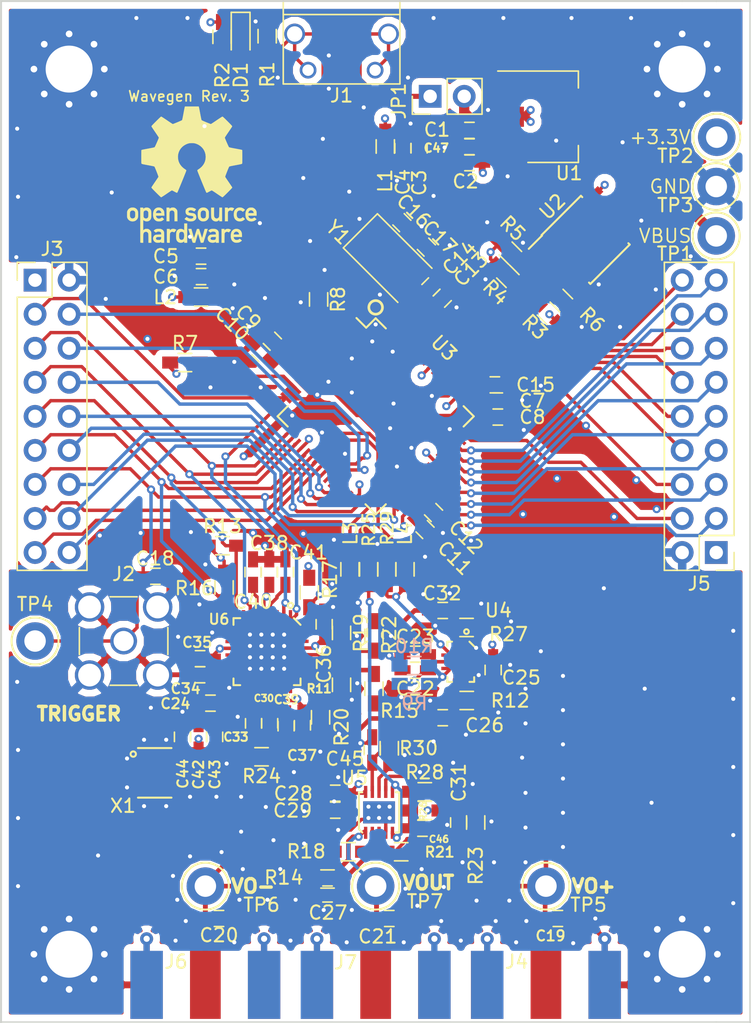
<source format=kicad_pcb>
(kicad_pcb (version 4) (host pcbnew 4.0.6)
  (layers (0 F.Cu signal hide) (1 In1.Cu power hide) (2 In2.Cu power hide) (31 B.Cu signal hide) (34 B.Paste user hide) (35 F.Paste user hide) (36 B.SilkS user hide) (37 F.SilkS user) (38 B.Mask user hide) (39 F.Mask user hide) (44 Edge.Cuts user))
  (net 0 "")
  (net 1 FTVPHY)
  (net 2 FTVPLL)
  (net 3 +3V3)
  (net 4 FTOSC+)
  (net 5 FTOSC-)
  (net 6 /FTDI/VREGOUT)
  (net 7 "Net-(D1-Pad2)")
  (net 8 USB_D-)
  (net 9 USB_D+)
  (net 10 "Net-(J1-Pad5)")
  (net 11 /Connectors/ACBUS0)
  (net 12 /Connectors/ACBUS1)
  (net 13 /Connectors/ACBUS2)
  (net 14 /Connectors/ACBUS3)
  (net 15 /Connectors/ACBUS4)
  (net 16 /Connectors/ACBUS5)
  (net 17 /Connectors/ACBUS6)
  (net 18 /Connectors/ACBUS7)
  (net 19 /Connectors/BDBUS0)
  (net 20 /Connectors/BCBUS0)
  (net 21 /Connectors/BDBUS1)
  (net 22 /Connectors/BCBUS1)
  (net 23 /Connectors/BDBUS2)
  (net 24 /Connectors/BCBUS2)
  (net 25 /Connectors/BDBUS3)
  (net 26 /Connectors/BCBUS3)
  (net 27 /Connectors/BDBUS4)
  (net 28 /Connectors/BCBUS4)
  (net 29 /Connectors/BDBUS5)
  (net 30 /Connectors/BCBUS5)
  (net 31 /Connectors/BDBUS6)
  (net 32 /Connectors/BCBUS6)
  (net 33 /Connectors/BDBUS7)
  (net 34 /Connectors/BCBUS7)
  (net 35 FTEECLK)
  (net 36 FTEECS)
  (net 37 FTEEDATA)
  (net 38 /FTDI/nRESET)
  (net 39 /FTDI/REF)
  (net 40 "Net-(C1-Pad1)")
  (net 41 GNDA)
  (net 42 TRIGGER)
  (net 43 VOUT+)
  (net 44 VOUT-)
  (net 45 VOUT)
  (net 46 "Net-(C24-Pad2)")
  (net 47 "Net-(C26-Pad2)")
  (net 48 "Net-(C27-Pad1)")
  (net 49 "Net-(C30-Pad1)")
  (net 50 DCLK+)
  (net 51 "Net-(C31-Pad2)")
  (net 52 "Net-(C32-Pad2)")
  (net 53 "Net-(C33-Pad1)")
  (net 54 DCLK-)
  (net 55 "Net-(C39-Pad1)")
  (net 56 "Net-(C40-Pad1)")
  (net 57 "Net-(C41-Pad1)")
  (net 58 "Net-(J1-Pad1)")
  (net 59 SPI_CLK)
  (net 60 SPI_DO)
  (net 61 SPI_DI)
  (net 62 SPI_CS)
  (net 63 RESET)
  (net 64 AMP0_EN)
  (net 65 AMP1_EN)
  (net 66 "Net-(L3-Pad1)")
  (net 67 "Net-(L4-Pad2)")
  (net 68 "Net-(R6-Pad2)")
  (net 69 VOCM)
  (net 70 "Net-(R11-Pad2)")
  (net 71 "Net-(R15-Pad1)")
  (net 72 "Net-(R19-Pad2)")
  (net 73 "Net-(C46-Pad1)")
  (net 74 "Net-(R30-Pad1)")
  (net 75 /Analog/+1.65V)
  (module footprints:ManualVia (layer F.Cu) (at 156.21 103.124)
    (fp_text reference "" (at 0 0.5) (layer F.SilkS))
    (fp_text value "")
    (pad "" thru_hole circle (at 0 0) (size 0.6096 0.6096) (drill 0.3048) (layers *.Cu) (net 41 GNDA))
  )
  (module footprints:ManualVia (layer F.Cu) (at 143.51 103.124)
    (fp_text reference "" (at 0 0.5) (layer F.SilkS))
    (fp_text value "")
    (pad "" thru_hole circle (at 0 0) (size 0.6096 0.6096) (drill 0.3048) (layers *.Cu) (net 41 GNDA))
  )
  (module Mounting_Holes:MountingHole_3.5mm_Pad_Via (layer F.Cu) (at 127 104.14)
    (fp_text reference "" (at 0 -4.5) (layer F.SilkS))
    (fp_text value MountingHole_3.5mm_Pad_Via)
    (pad 1 thru_hole circle (at 0 0) (size 7 7) (drill 3.5) (layers *.Cu *.Mask) (net 41 GNDA))
    (pad "" thru_hole circle (at 2.625 0) (size 0.6 0.6) (drill 0.5) (layers *.Cu *.Mask) (net 41 GNDA))
    (pad "" thru_hole circle (at 1.856155 1.856155) (size 0.6 0.6) (drill 0.5) (layers *.Cu *.Mask) (net 41 GNDA))
    (pad "" thru_hole circle (at 0 2.625) (size 0.6 0.6) (drill 0.5) (layers *.Cu *.Mask) (net 41 GNDA))
    (pad "" thru_hole circle (at -1.856155 1.856155) (size 0.6 0.6) (drill 0.5) (layers *.Cu *.Mask) (net 41 GNDA))
    (pad "" thru_hole circle (at -2.625 0) (size 0.6 0.6) (drill 0.5) (layers *.Cu *.Mask) (net 41 GNDA))
    (pad "" thru_hole circle (at -1.856155 -1.856155) (size 0.6 0.6) (drill 0.5) (layers *.Cu *.Mask) (net 41 GNDA))
    (pad "" thru_hole circle (at 0 -2.625) (size 0.6 0.6) (drill 0.5) (layers *.Cu *.Mask) (net 41 GNDA))
    (pad "" thru_hole circle (at 1.856155 -1.856155) (size 0.6 0.6) (drill 0.5) (layers *.Cu *.Mask) (net 41 GNDA))
  )
  (module Mounting_Holes:MountingHole_3.5mm_Pad_Via (layer F.Cu) (at 172.72 104.14)
    (fp_text reference "" (at 0 -4.5) (layer F.SilkS))
    (fp_text value MountingHole_3.5mm_Pad_Via)
    (pad 1 thru_hole circle (at 0 0) (size 7 7) (drill 3.5) (layers *.Cu *.Mask) (net 41 GNDA))
    (pad "" thru_hole circle (at 2.625 0) (size 0.6 0.6) (drill 0.5) (layers *.Cu *.Mask) (net 41 GNDA))
    (pad "" thru_hole circle (at 1.856155 1.856155) (size 0.6 0.6) (drill 0.5) (layers *.Cu *.Mask) (net 41 GNDA))
    (pad "" thru_hole circle (at 0 2.625) (size 0.6 0.6) (drill 0.5) (layers *.Cu *.Mask) (net 41 GNDA))
    (pad "" thru_hole circle (at -1.856155 1.856155) (size 0.6 0.6) (drill 0.5) (layers *.Cu *.Mask) (net 41 GNDA))
    (pad "" thru_hole circle (at -2.625 0) (size 0.6 0.6) (drill 0.5) (layers *.Cu *.Mask) (net 41 GNDA))
    (pad "" thru_hole circle (at -1.856155 -1.856155) (size 0.6 0.6) (drill 0.5) (layers *.Cu *.Mask) (net 41 GNDA))
    (pad "" thru_hole circle (at 0 -2.625) (size 0.6 0.6) (drill 0.5) (layers *.Cu *.Mask) (net 41 GNDA))
    (pad "" thru_hole circle (at 1.856155 -1.856155) (size 0.6 0.6) (drill 0.5) (layers *.Cu *.Mask) (net 41 GNDA))
  )
  (module Mounting_Holes:MountingHole_3.5mm_Pad_Via (layer F.Cu) (at 172.72 38.1)
    (fp_text reference "" (at 0 -4.5) (layer F.SilkS))
    (fp_text value MountingHole_3.5mm_Pad_Via)
    (pad 1 thru_hole circle (at 0 0) (size 7 7) (drill 3.5) (layers *.Cu *.Mask) (net 41 GNDA))
    (pad "" thru_hole circle (at 2.625 0) (size 0.6 0.6) (drill 0.5) (layers *.Cu *.Mask) (net 41 GNDA))
    (pad "" thru_hole circle (at 1.856155 1.856155) (size 0.6 0.6) (drill 0.5) (layers *.Cu *.Mask) (net 41 GNDA))
    (pad "" thru_hole circle (at 0 2.625) (size 0.6 0.6) (drill 0.5) (layers *.Cu *.Mask) (net 41 GNDA))
    (pad "" thru_hole circle (at -1.856155 1.856155) (size 0.6 0.6) (drill 0.5) (layers *.Cu *.Mask) (net 41 GNDA))
    (pad "" thru_hole circle (at -2.625 0) (size 0.6 0.6) (drill 0.5) (layers *.Cu *.Mask) (net 41 GNDA))
    (pad "" thru_hole circle (at -1.856155 -1.856155) (size 0.6 0.6) (drill 0.5) (layers *.Cu *.Mask) (net 41 GNDA))
    (pad "" thru_hole circle (at 0 -2.625) (size 0.6 0.6) (drill 0.5) (layers *.Cu *.Mask) (net 41 GNDA))
    (pad "" thru_hole circle (at 1.856155 -1.856155) (size 0.6 0.6) (drill 0.5) (layers *.Cu *.Mask) (net 41 GNDA))
  )
  (module LEDs:LED_0805 (layer F.Cu) (at 139.79 35.665 270)
    (fp_text reference D1 (at 2.8922 -0.0116 270) (layer F.SilkS))
    (fp_text value Green)
    (pad 2 smd rect (at 1.1 0 90) (size 1.2 1.2) (layers F.Cu F.Paste F.Mask) (net 7 "Net-(D1-Pad2)"))
    (pad 1 smd rect (at -1.1 0 90) (size 1.2 1.2) (layers F.Cu F.Paste F.Mask) (net 41 GNDA))
  )
  (module Pin_Headers:Pin_Header_Straight_2x09_Pitch2.54mm (layer F.Cu) (at 124.46 53.848)
    (fp_text reference J3 (at 1.27 -2.33) (layer F.SilkS))
    (fp_text value CONN_02X09)
    (pad 1 thru_hole rect (at 0 0) (size 1.7 1.7) (drill 1) (layers *.Cu *.Mask) (net 3 +3V3))
    (pad 2 thru_hole oval (at 2.54 0) (size 1.7 1.7) (drill 1) (layers *.Cu *.Mask) (net 41 GNDA))
    (pad 3 thru_hole oval (at 0 2.54) (size 1.7 1.7) (drill 1) (layers *.Cu *.Mask) (net 59 SPI_CLK))
    (pad 4 thru_hole oval (at 2.54 2.54) (size 1.7 1.7) (drill 1) (layers *.Cu *.Mask) (net 11 /Connectors/ACBUS0))
    (pad 5 thru_hole oval (at 0 5.08) (size 1.7 1.7) (drill 1) (layers *.Cu *.Mask) (net 60 SPI_DO))
    (pad 6 thru_hole oval (at 2.54 5.08) (size 1.7 1.7) (drill 1) (layers *.Cu *.Mask) (net 12 /Connectors/ACBUS1))
    (pad 7 thru_hole oval (at 0 7.62) (size 1.7 1.7) (drill 1) (layers *.Cu *.Mask) (net 61 SPI_DI))
    (pad 8 thru_hole oval (at 2.54 7.62) (size 1.7 1.7) (drill 1) (layers *.Cu *.Mask) (net 13 /Connectors/ACBUS2))
    (pad 9 thru_hole oval (at 0 10.16) (size 1.7 1.7) (drill 1) (layers *.Cu *.Mask) (net 62 SPI_CS))
    (pad 10 thru_hole oval (at 2.54 10.16) (size 1.7 1.7) (drill 1) (layers *.Cu *.Mask) (net 14 /Connectors/ACBUS3))
    (pad 11 thru_hole oval (at 0 12.7) (size 1.7 1.7) (drill 1) (layers *.Cu *.Mask) (net 63 RESET))
    (pad 12 thru_hole oval (at 2.54 12.7) (size 1.7 1.7) (drill 1) (layers *.Cu *.Mask) (net 15 /Connectors/ACBUS4))
    (pad 13 thru_hole oval (at 0 15.24) (size 1.7 1.7) (drill 1) (layers *.Cu *.Mask) (net 42 TRIGGER))
    (pad 14 thru_hole oval (at 2.54 15.24) (size 1.7 1.7) (drill 1) (layers *.Cu *.Mask) (net 16 /Connectors/ACBUS5))
    (pad 15 thru_hole oval (at 0 17.78) (size 1.7 1.7) (drill 1) (layers *.Cu *.Mask) (net 64 AMP0_EN))
    (pad 16 thru_hole oval (at 2.54 17.78) (size 1.7 1.7) (drill 1) (layers *.Cu *.Mask) (net 17 /Connectors/ACBUS6))
    (pad 17 thru_hole oval (at 0 20.32) (size 1.7 1.7) (drill 1) (layers *.Cu *.Mask) (net 65 AMP1_EN))
    (pad 18 thru_hole oval (at 2.54 20.32) (size 1.7 1.7) (drill 1) (layers *.Cu *.Mask) (net 18 /Connectors/ACBUS7))
  )
  (module Measurement_Points:Test_Point_Keystone_5005-5009_Compact (layer F.Cu) (at 175.26 50.546)
    (fp_text reference TP1 (at -3.0734 1.3335) (layer F.SilkS))
    (fp_text value VBUS)
    (pad 1 thru_hole circle (at 0 0) (size 2.8 2.8) (drill 1.6) (layers *.Cu *.Mask) (net 40 "Net-(C1-Pad1)"))
  )
  (module Measurement_Points:Test_Point_Keystone_5005-5009_Compact (layer F.Cu) (at 175.2981 43.18)
    (fp_text reference TP2 (at -3.0861 1.397) (layer F.SilkS))
    (fp_text value +3.3V)
    (pad 1 thru_hole circle (at 0 0) (size 2.8 2.8) (drill 1.6) (layers *.Cu *.Mask) (net 3 +3V3))
  )
  (module Measurement_Points:Test_Point_Keystone_5005-5009_Compact (layer F.Cu) (at 175.26 46.863)
    (fp_text reference TP3 (at -3.048 1.397) (layer F.SilkS))
    (fp_text value GND)
    (pad 1 thru_hole circle (at 0 0) (size 2.8 2.8) (drill 1.6) (layers *.Cu *.Mask) (net 41 GNDA))
  )
  (module WG:SOT-223 (layer F.Cu) (at 163.068 41.656)
    (fp_text reference U1 (at 1.2192 4.2164) (layer F.SilkS))
    (fp_text value LD1117S33TR)
    (pad 4 smd rect (at 3.15 0) (size 2 3.8) (layers F.Cu F.Paste F.Mask))
    (pad 2 smd rect (at -3.15 0) (size 2 1.5) (layers F.Cu F.Paste F.Mask) (net 3 +3V3))
    (pad 3 smd rect (at -3.15 2.3) (size 2 1.5) (layers F.Cu F.Paste F.Mask) (net 40 "Net-(C1-Pad1)"))
    (pad 1 smd rect (at -3.15 -2.3) (size 2 1.5) (layers F.Cu F.Paste F.Mask) (net 41 GNDA))
  )
  (module Housings_SOIC:SOIC-8_3.9x4.9mm_Pitch1.27mm (layer F.Cu) (at 165.52 50.84 45)
    (fp_text reference U2 (at 0 -3.5 45) (layer F.SilkS))
    (fp_text value 93LCxxB)
    (pad 1 smd rect (at -2.7 -1.905 45) (size 1.55 0.6) (layers F.Cu F.Paste F.Mask) (net 36 FTEECS))
    (pad 2 smd rect (at -2.7 -0.635 45) (size 1.55 0.6) (layers F.Cu F.Paste F.Mask) (net 35 FTEECLK))
    (pad 3 smd rect (at -2.7 0.635 45) (size 1.55 0.6) (layers F.Cu F.Paste F.Mask) (net 37 FTEEDATA))
    (pad 4 smd rect (at -2.7 1.905 45) (size 1.55 0.6) (layers F.Cu F.Paste F.Mask) (net 68 "Net-(R6-Pad2)"))
    (pad 5 smd rect (at 2.7 1.905 45) (size 1.55 0.6) (layers F.Cu F.Paste F.Mask) (net 41 GNDA))
    (pad 6 smd rect (at 2.7 0.635 45) (size 1.55 0.6) (layers F.Cu F.Paste F.Mask))
    (pad 7 smd rect (at 2.7 -0.635 45) (size 1.55 0.6) (layers F.Cu F.Paste F.Mask))
    (pad 8 smd rect (at 2.7 -1.905 45) (size 1.55 0.6) (layers F.Cu F.Paste F.Mask) (net 3 +3V3))
  )
  (module Housings_QFP:LQFP-64_10x10mm_Pitch0.5mm (layer F.Cu) (at 149.86 64.008 315)
    (fp_text reference U3 (at 0 -7.2 315) (layer F.SilkS))
    (fp_text value FT2232H)
    (pad 1 smd rect (at -5.7 -3.75 315) (size 1 0.25) (layers F.Cu F.Paste F.Mask) (net 41 GNDA))
    (pad 2 smd rect (at -5.7 -3.25 315) (size 1 0.25) (layers F.Cu F.Paste F.Mask) (net 5 FTOSC-))
    (pad 3 smd rect (at -5.7 -2.75 315) (size 1 0.25) (layers F.Cu F.Paste F.Mask) (net 4 FTOSC+))
    (pad 4 smd rect (at -5.7 -2.25 315) (size 1 0.25) (layers F.Cu F.Paste F.Mask) (net 1 FTVPHY))
    (pad 5 smd rect (at -5.7 -1.75 315) (size 1 0.25) (layers F.Cu F.Paste F.Mask) (net 41 GNDA))
    (pad 6 smd rect (at -5.7 -1.25 315) (size 1 0.25) (layers F.Cu F.Paste F.Mask) (net 39 /FTDI/REF))
    (pad 7 smd rect (at -5.7 -0.75 315) (size 1 0.25) (layers F.Cu F.Paste F.Mask) (net 8 USB_D-))
    (pad 8 smd rect (at -5.7 -0.25 315) (size 1 0.25) (layers F.Cu F.Paste F.Mask) (net 9 USB_D+))
    (pad 9 smd rect (at -5.7 0.25 315) (size 1 0.25) (layers F.Cu F.Paste F.Mask) (net 2 FTVPLL))
    (pad 10 smd rect (at -5.7 0.75 315) (size 1 0.25) (layers F.Cu F.Paste F.Mask) (net 41 GNDA))
    (pad 11 smd rect (at -5.7 1.25 315) (size 1 0.25) (layers F.Cu F.Paste F.Mask) (net 41 GNDA))
    (pad 12 smd rect (at -5.7 1.75 315) (size 1 0.25) (layers F.Cu F.Paste F.Mask) (net 6 /FTDI/VREGOUT))
    (pad 13 smd rect (at -5.7 2.25 315) (size 1 0.25) (layers F.Cu F.Paste F.Mask) (net 41 GNDA))
    (pad 14 smd rect (at -5.7 2.75 315) (size 1 0.25) (layers F.Cu F.Paste F.Mask) (net 38 /FTDI/nRESET))
    (pad 15 smd rect (at -5.7 3.25 315) (size 1 0.25) (layers F.Cu F.Paste F.Mask) (net 41 GNDA))
    (pad 16 smd rect (at -5.7 3.75 315) (size 1 0.25) (layers F.Cu F.Paste F.Mask) (net 59 SPI_CLK))
    (pad 17 smd rect (at -3.75 5.7 45) (size 1 0.25) (layers F.Cu F.Paste F.Mask) (net 60 SPI_DO))
    (pad 18 smd rect (at -3.25 5.7 45) (size 1 0.25) (layers F.Cu F.Paste F.Mask) (net 61 SPI_DI))
    (pad 19 smd rect (at -2.75 5.7 45) (size 1 0.25) (layers F.Cu F.Paste F.Mask) (net 62 SPI_CS))
    (pad 20 smd rect (at -2.25 5.7 45) (size 1 0.25) (layers F.Cu F.Paste F.Mask) (net 3 +3V3))
    (pad 21 smd rect (at -1.75 5.7 45) (size 1 0.25) (layers F.Cu F.Paste F.Mask) (net 63 RESET))
    (pad 22 smd rect (at -1.25 5.7 45) (size 1 0.25) (layers F.Cu F.Paste F.Mask) (net 42 TRIGGER))
    (pad 23 smd rect (at -0.75 5.7 45) (size 1 0.25) (layers F.Cu F.Paste F.Mask) (net 64 AMP0_EN))
    (pad 24 smd rect (at -0.25 5.7 45) (size 1 0.25) (layers F.Cu F.Paste F.Mask) (net 65 AMP1_EN))
    (pad 25 smd rect (at 0.25 5.7 45) (size 1 0.25) (layers F.Cu F.Paste F.Mask) (net 41 GNDA))
    (pad 26 smd rect (at 0.75 5.7 45) (size 1 0.25) (layers F.Cu F.Paste F.Mask) (net 11 /Connectors/ACBUS0))
    (pad 27 smd rect (at 1.25 5.7 45) (size 1 0.25) (layers F.Cu F.Paste F.Mask) (net 12 /Connectors/ACBUS1))
    (pad 28 smd rect (at 1.75 5.7 45) (size 1 0.25) (layers F.Cu F.Paste F.Mask) (net 13 /Connectors/ACBUS2))
    (pad 29 smd rect (at 2.25 5.7 45) (size 1 0.25) (layers F.Cu F.Paste F.Mask) (net 14 /Connectors/ACBUS3))
    (pad 30 smd rect (at 2.75 5.7 45) (size 1 0.25) (layers F.Cu F.Paste F.Mask) (net 15 /Connectors/ACBUS4))
    (pad 31 smd rect (at 3.25 5.7 45) (size 1 0.25) (layers F.Cu F.Paste F.Mask) (net 3 +3V3))
    (pad 32 smd rect (at 3.75 5.7 45) (size 1 0.25) (layers F.Cu F.Paste F.Mask) (net 16 /Connectors/ACBUS5))
    (pad 33 smd rect (at 5.7 3.75 315) (size 1 0.25) (layers F.Cu F.Paste F.Mask) (net 17 /Connectors/ACBUS6))
    (pad 34 smd rect (at 5.7 3.25 315) (size 1 0.25) (layers F.Cu F.Paste F.Mask) (net 18 /Connectors/ACBUS7))
    (pad 35 smd rect (at 5.7 2.75 315) (size 1 0.25) (layers F.Cu F.Paste F.Mask) (net 41 GNDA))
    (pad 36 smd rect (at 5.7 2.25 315) (size 1 0.25) (layers F.Cu F.Paste F.Mask))
    (pad 37 smd rect (at 5.7 1.75 315) (size 1 0.25) (layers F.Cu F.Paste F.Mask) (net 6 /FTDI/VREGOUT))
    (pad 38 smd rect (at 5.7 1.25 315) (size 1 0.25) (layers F.Cu F.Paste F.Mask) (net 19 /Connectors/BDBUS0))
    (pad 39 smd rect (at 5.7 0.75 315) (size 1 0.25) (layers F.Cu F.Paste F.Mask) (net 21 /Connectors/BDBUS1))
    (pad 40 smd rect (at 5.7 0.25 315) (size 1 0.25) (layers F.Cu F.Paste F.Mask) (net 23 /Connectors/BDBUS2))
    (pad 41 smd rect (at 5.7 -0.25 315) (size 1 0.25) (layers F.Cu F.Paste F.Mask) (net 25 /Connectors/BDBUS3))
    (pad 42 smd rect (at 5.7 -0.75 315) (size 1 0.25) (layers F.Cu F.Paste F.Mask) (net 3 +3V3))
    (pad 43 smd rect (at 5.7 -1.25 315) (size 1 0.25) (layers F.Cu F.Paste F.Mask) (net 27 /Connectors/BDBUS4))
    (pad 44 smd rect (at 5.7 -1.75 315) (size 1 0.25) (layers F.Cu F.Paste F.Mask) (net 29 /Connectors/BDBUS5))
    (pad 45 smd rect (at 5.7 -2.25 315) (size 1 0.25) (layers F.Cu F.Paste F.Mask) (net 31 /Connectors/BDBUS6))
    (pad 46 smd rect (at 5.7 -2.75 315) (size 1 0.25) (layers F.Cu F.Paste F.Mask) (net 33 /Connectors/BDBUS7))
    (pad 47 smd rect (at 5.7 -3.25 315) (size 1 0.25) (layers F.Cu F.Paste F.Mask) (net 41 GNDA))
    (pad 48 smd rect (at 5.7 -3.75 315) (size 1 0.25) (layers F.Cu F.Paste F.Mask) (net 20 /Connectors/BCBUS0))
    (pad 49 smd rect (at 3.75 -5.7 45) (size 1 0.25) (layers F.Cu F.Paste F.Mask) (net 6 /FTDI/VREGOUT))
    (pad 50 smd rect (at 3.25 -5.7 45) (size 1 0.25) (layers F.Cu F.Paste F.Mask) (net 3 +3V3))
    (pad 51 smd rect (at 2.75 -5.7 45) (size 1 0.25) (layers F.Cu F.Paste F.Mask) (net 41 GNDA))
    (pad 52 smd rect (at 2.25 -5.7 45) (size 1 0.25) (layers F.Cu F.Paste F.Mask) (net 22 /Connectors/BCBUS1))
    (pad 53 smd rect (at 1.75 -5.7 45) (size 1 0.25) (layers F.Cu F.Paste F.Mask) (net 24 /Connectors/BCBUS2))
    (pad 54 smd rect (at 1.25 -5.7 45) (size 1 0.25) (layers F.Cu F.Paste F.Mask) (net 26 /Connectors/BCBUS3))
    (pad 55 smd rect (at 0.75 -5.7 45) (size 1 0.25) (layers F.Cu F.Paste F.Mask) (net 28 /Connectors/BCBUS4))
    (pad 56 smd rect (at 0.25 -5.7 45) (size 1 0.25) (layers F.Cu F.Paste F.Mask) (net 3 +3V3))
    (pad 57 smd rect (at -0.25 -5.7 45) (size 1 0.25) (layers F.Cu F.Paste F.Mask) (net 30 /Connectors/BCBUS5))
    (pad 58 smd rect (at -0.75 -5.7 45) (size 1 0.25) (layers F.Cu F.Paste F.Mask) (net 32 /Connectors/BCBUS6))
    (pad 59 smd rect (at -1.25 -5.7 45) (size 1 0.25) (layers F.Cu F.Paste F.Mask) (net 34 /Connectors/BCBUS7))
    (pad 60 smd rect (at -1.75 -5.7 45) (size 1 0.25) (layers F.Cu F.Paste F.Mask))
    (pad 61 smd rect (at -2.25 -5.7 45) (size 1 0.25) (layers F.Cu F.Paste F.Mask) (net 37 FTEEDATA))
    (pad 62 smd rect (at -2.75 -5.7 45) (size 1 0.25) (layers F.Cu F.Paste F.Mask) (net 35 FTEECLK))
    (pad 63 smd rect (at -3.25 -5.7 45) (size 1 0.25) (layers F.Cu F.Paste F.Mask) (net 36 FTEECS))
    (pad 64 smd rect (at -3.75 -5.7 45) (size 1 0.25) (layers F.Cu F.Paste F.Mask) (net 6 /FTDI/VREGOUT))
  )
  (module Crystals:Crystal_SMD_5032-2pin_5.0x3.2mm (layer F.Cu) (at 150.876 52.324 315)
    (fp_text reference Y1 (at -4.130918 1.257236 315) (layer F.SilkS))
    (fp_text value 12MHz)
    (pad 1 smd rect (at -1.85 0 315) (size 2 2.4) (layers F.Cu F.Paste F.Mask) (net 4 FTOSC+))
    (pad 2 smd rect (at 1.85 0 315) (size 2 2.4) (layers F.Cu F.Paste F.Mask) (net 5 FTOSC-))
  )
  (module Capacitors_SMD:C_0603_HandSoldering (layer F.Cu) (at 156.855 42.672 180)
    (fp_text reference C1 (at 2.423 0.0508 180) (layer F.SilkS))
    (fp_text value 100n)
    (pad 1 smd rect (at -0.95 0 180) (size 1.2 0.75) (layers F.Cu F.Paste F.Mask) (net 40 "Net-(C1-Pad1)"))
    (pad 2 smd rect (at 0.95 0 180) (size 1.2 0.75) (layers F.Cu F.Paste F.Mask) (net 41 GNDA))
  )
  (module Capacitors_SMD:C_0603_HandSoldering (layer F.Cu) (at 156.855 45.085 180)
    (fp_text reference C2 (at 0.2894 -1.397 180) (layer F.SilkS))
    (fp_text value 10u)
    (pad 1 smd rect (at -0.95 0 180) (size 1.2 0.75) (layers F.Cu F.Paste F.Mask) (net 3 +3V3))
    (pad 2 smd rect (at 0.95 0 180) (size 1.2 0.75) (layers F.Cu F.Paste F.Mask) (net 41 GNDA))
  )
  (module Capacitors_SMD:C_0603_HandSoldering (layer F.Cu) (at 153.0985 44.002 90)
    (fp_text reference C3 (at -2.5816 0.0127 90) (layer F.SilkS))
    (fp_text value 4.7u)
    (pad 1 smd rect (at -0.95 0 90) (size 1.2 0.75) (layers F.Cu F.Paste F.Mask) (net 1 FTVPHY))
    (pad 2 smd rect (at 0.95 0 90) (size 1.2 0.75) (layers F.Cu F.Paste F.Mask) (net 41 GNDA))
  )
  (module Capacitors_SMD:C_0603_HandSoldering (layer F.Cu) (at 151.892 44.002 90)
    (fp_text reference C4 (at -2.5308 0 90) (layer F.SilkS))
    (fp_text value 100n)
    (pad 1 smd rect (at -0.95 0 90) (size 1.2 0.75) (layers F.Cu F.Paste F.Mask) (net 1 FTVPHY))
    (pad 2 smd rect (at 0.95 0 90) (size 1.2 0.75) (layers F.Cu F.Paste F.Mask) (net 41 GNDA))
  )
  (module Capacitors_SMD:C_0603_HandSoldering (layer F.Cu) (at 136.84 52.058 180)
    (fp_text reference C5 (at 2.6264 -0.012 180) (layer F.SilkS))
    (fp_text value 4.7u)
    (pad 1 smd rect (at -0.95 0 180) (size 1.2 0.75) (layers F.Cu F.Paste F.Mask) (net 2 FTVPLL))
    (pad 2 smd rect (at 0.95 0 180) (size 1.2 0.75) (layers F.Cu F.Paste F.Mask) (net 41 GNDA))
  )
  (module Capacitors_SMD:C_0603_HandSoldering (layer F.Cu) (at 136.84 53.582 180)
    (fp_text reference C6 (at 2.6264 -0.012 180) (layer F.SilkS))
    (fp_text value 100n)
    (pad 1 smd rect (at -0.95 0 180) (size 1.2 0.75) (layers F.Cu F.Paste F.Mask) (net 2 FTVPLL))
    (pad 2 smd rect (at 0.95 0 180) (size 1.2 0.75) (layers F.Cu F.Paste F.Mask) (net 41 GNDA))
  )
  (module Capacitors_SMD:C_0603_HandSoldering (layer F.Cu) (at 158.970168 62.860343)
    (fp_text reference C7 (at 2.564832 0.000157) (layer F.SilkS))
    (fp_text value 3.3u)
    (pad 1 smd rect (at -0.95 0) (size 1.2 0.75) (layers F.Cu F.Paste F.Mask) (net 6 /FTDI/VREGOUT))
    (pad 2 smd rect (at 0.95 0) (size 1.2 0.75) (layers F.Cu F.Paste F.Mask) (net 41 GNDA))
  )
  (module Capacitors_SMD:C_0603_HandSoldering (layer F.Cu) (at 158.970168 64.062425)
    (fp_text reference C8 (at 2.579832 -0.001925) (layer F.SilkS))
    (fp_text value 100n)
    (pad 1 smd rect (at -0.95 0) (size 1.2 0.75) (layers F.Cu F.Paste F.Mask) (net 6 /FTDI/VREGOUT))
    (pad 2 smd rect (at 0.95 0) (size 1.2 0.75) (layers F.Cu F.Paste F.Mask) (net 41 GNDA))
  )
  (module Capacitors_SMD:C_0603_HandSoldering (layer F.Cu) (at 142.158709 58.400068 135)
    (fp_text reference C9 (at 2.55 0 135) (layer F.SilkS))
    (fp_text value 100n)
    (pad 1 smd rect (at -0.95 0 135) (size 1.2 0.75) (layers F.Cu F.Paste F.Mask) (net 6 /FTDI/VREGOUT))
    (pad 2 smd rect (at 0.95 0 135) (size 1.2 0.75) (layers F.Cu F.Paste F.Mask) (net 41 GNDA))
  )
  (module Capacitors_SMD:C_0603_HandSoldering (layer F.Cu) (at 141.310181 59.248596 135)
    (fp_text reference C10 (at 3.035 0 135) (layer F.SilkS))
    (fp_text value 100n)
    (pad 1 smd rect (at -0.95 0 135) (size 1.2 0.75) (layers F.Cu F.Paste F.Mask) (net 6 /FTDI/VREGOUT))
    (pad 2 smd rect (at 0.95 0 135) (size 1.2 0.75) (layers F.Cu F.Paste F.Mask) (net 41 GNDA))
  )
  (module Capacitors_SMD:C_0603_HandSoldering (layer F.Cu) (at 153.543 72.4535 315)
    (fp_text reference C11 (at 3.062267 -0.062862 315) (layer F.SilkS))
    (fp_text value 100n)
    (pad 1 smd rect (at -0.95 0 315) (size 1.2 0.75) (layers F.Cu F.Paste F.Mask) (net 6 /FTDI/VREGOUT))
    (pad 2 smd rect (at 0.95 0 315) (size 1.2 0.75) (layers F.Cu F.Paste F.Mask) (net 41 GNDA))
  )
  (module Capacitors_SMD:C_0603_HandSoldering (layer F.Cu) (at 154.178 71.1835 315)
    (fp_text reference C12 (at 3.008386 -0.404112 315) (layer F.SilkS))
    (fp_text value 100n)
    (pad 1 smd rect (at -0.95 0 315) (size 1.2 0.75) (layers F.Cu F.Paste F.Mask) (net 6 /FTDI/VREGOUT))
    (pad 2 smd rect (at 0.95 0 315) (size 1.2 0.75) (layers F.Cu F.Paste F.Mask) (net 41 GNDA))
  )
  (module Capacitors_SMD:C_0603_HandSoldering (layer F.Cu) (at 154.828348 55.196798 45)
    (fp_text reference C13 (at 3.035 0 45) (layer F.SilkS))
    (fp_text value 100n)
    (pad 1 smd rect (at -0.95 0 45) (size 1.2 0.75) (layers F.Cu F.Paste F.Mask) (net 6 /FTDI/VREGOUT))
    (pad 2 smd rect (at 0.95 0 45) (size 1.2 0.75) (layers F.Cu F.Paste F.Mask) (net 41 GNDA))
  )
  (module Capacitors_SMD:C_0603_HandSoldering (layer F.Cu) (at 153.97982 54.348269 45)
    (fp_text reference C14 (at 3.04 0 45) (layer F.SilkS))
    (fp_text value 100n)
    (pad 1 smd rect (at -0.95 0 45) (size 1.2 0.75) (layers F.Cu F.Paste F.Mask) (net 6 /FTDI/VREGOUT))
    (pad 2 smd rect (at 0.95 0 45) (size 1.2 0.75) (layers F.Cu F.Paste F.Mask) (net 41 GNDA))
  )
  (module Capacitors_SMD:C_0603_HandSoldering (layer F.Cu) (at 158.75 61.6585)
    (fp_text reference C15 (at 3.035 0) (layer F.SilkS))
    (fp_text value 100n)
    (pad 1 smd rect (at -0.95 0) (size 1.2 0.75) (layers F.Cu F.Paste F.Mask) (net 3 +3V3))
    (pad 2 smd rect (at 0.95 0) (size 1.2 0.75) (layers F.Cu F.Paste F.Mask) (net 41 GNDA))
  )
  (module Capacitors_SMD:C_0603_HandSoldering (layer F.Cu) (at 151.8158 49.5554 315)
    (fp_text reference C16 (at 0 -1.25 315) (layer F.SilkS))
    (fp_text value 27p)
    (pad 1 smd rect (at -0.95 0 315) (size 1.2 0.75) (layers F.Cu F.Paste F.Mask) (net 4 FTOSC+))
    (pad 2 smd rect (at 0.95 0 315) (size 1.2 0.75) (layers F.Cu F.Paste F.Mask) (net 41 GNDA))
  )
  (module Capacitors_SMD:C_0603_HandSoldering (layer F.Cu) (at 153.6446 51.3842 135)
    (fp_text reference C17 (at -0.179605 1.221315 135) (layer F.SilkS))
    (fp_text value 27p)
    (pad 1 smd rect (at -0.95 0 135) (size 1.2 0.75) (layers F.Cu F.Paste F.Mask) (net 5 FTOSC-))
    (pad 2 smd rect (at 0.95 0 135) (size 1.2 0.75) (layers F.Cu F.Paste F.Mask) (net 41 GNDA))
  )
  (module Capacitors_SMD:C_0603_HandSoldering (layer F.Cu) (at 133.435 75.94 180)
    (fp_text reference C18 (at 0.0215 1.3275 180) (layer F.SilkS))
    (fp_text value DNP)
    (pad 1 smd rect (at -0.95 0 180) (size 1.2 0.75) (layers F.Cu F.Paste F.Mask) (net 41 GNDA))
    (pad 2 smd rect (at 0.95 0 180) (size 1.2 0.75) (layers F.Cu F.Paste F.Mask) (net 42 TRIGGER))
  )
  (module Capacitors_SMD:C_0603_HandSoldering (layer F.Cu) (at 163.449 101.473 180)
    (fp_text reference " C19" (at 0.8382 -1.2954 180) (layer F.SilkS) (effects (font (size 0.762 0.762))))
    (fp_text value DNP)
    (pad 1 smd rect (at -0.95 0 180) (size 1.2 0.75) (layers F.Cu F.Paste F.Mask) (net 41 GNDA))
    (pad 2 smd rect (at 0.95 0 180) (size 1.2 0.75) (layers F.Cu F.Paste F.Mask) (net 43 VOUT+))
  )
  (module Capacitors_SMD:C_0603_HandSoldering (layer F.Cu) (at 138.176 101.473 180)
    (fp_text reference C20 (at 0 -1.25 180) (layer F.SilkS))
    (fp_text value DNP)
    (pad 1 smd rect (at -0.95 0 180) (size 1.2 0.75) (layers F.Cu F.Paste F.Mask) (net 41 GNDA))
    (pad 2 smd rect (at 0.95 0 180) (size 1.2 0.75) (layers F.Cu F.Paste F.Mask) (net 44 VOUT-))
  )
  (module Capacitors_SMD:C_0603_HandSoldering (layer F.Cu) (at 150.876 101.473 180)
    (fp_text reference C21 (at 0.8636 -1.3462 180) (layer F.SilkS))
    (fp_text value DNP)
    (pad 1 smd rect (at -0.95 0 180) (size 1.2 0.75) (layers F.Cu F.Paste F.Mask) (net 41 GNDA))
    (pad 2 smd rect (at 0.95 0 180) (size 1.2 0.75) (layers F.Cu F.Paste F.Mask) (net 45 VOUT))
  )
  (module Capacitors_SMD:C_0603_HandSoldering (layer F.Cu) (at 152.810982 82.954032 180)
    (fp_text reference C22 (at 0 -1.373968 180) (layer F.SilkS))
    (fp_text value 10u)
    (pad 1 smd rect (at -0.95 0 180) (size 1.2 0.75) (layers F.Cu F.Paste F.Mask) (net 3 +3V3))
    (pad 2 smd rect (at 0.95 0 180) (size 1.2 0.75) (layers F.Cu F.Paste F.Mask) (net 41 GNDA))
  )
  (module Capacitors_SMD:C_0603_HandSoldering (layer F.Cu) (at 152.810982 81.754032 180)
    (fp_text reference C23 (at 0 1.299532 180) (layer F.SilkS))
    (fp_text value 100n)
    (pad 1 smd rect (at -0.95 0 180) (size 1.2 0.75) (layers F.Cu F.Paste F.Mask) (net 3 +3V3))
    (pad 2 smd rect (at 0.95 0 180) (size 1.2 0.75) (layers F.Cu F.Paste F.Mask) (net 41 GNDA))
  )
  (module Capacitors_SMD:C_0603_HandSoldering (layer F.Cu) (at 137.541 85.4075)
    (fp_text reference C24 (at -2.6162 0.0381) (layer F.SilkS) (effects (font (size 0.762 0.762))))
    (fp_text value 100n)
    (pad 1 smd rect (at -0.95 0) (size 1.2 0.75) (layers F.Cu F.Paste F.Mask) (net 41 GNDA))
    (pad 2 smd rect (at 0.95 0) (size 1.2 0.75) (layers F.Cu F.Paste F.Mask) (net 46 "Net-(C24-Pad2)"))
  )
  (module Capacitors_SMD:C_0603_HandSoldering (layer F.Cu) (at 158.623 82.931 270)
    (fp_text reference C25 (at 0.5715 -2.0955 360) (layer F.SilkS))
    (fp_text value 100n)
    (pad 1 smd rect (at -0.95 0 270) (size 1.2 0.75) (layers F.Cu F.Paste F.Mask) (net 3 +3V3))
    (pad 2 smd rect (at 0.95 0 270) (size 1.2 0.75) (layers F.Cu F.Paste F.Mask) (net 41 GNDA))
  )
  (module Capacitors_SMD:C_0603_HandSoldering (layer F.Cu) (at 154.861982 86.494032 180)
    (fp_text reference C26 (at -3.126018 -0.564468 180) (layer F.SilkS))
    (fp_text value 0.8p)
    (pad 1 smd rect (at -0.95 0 180) (size 1.2 0.75) (layers F.Cu F.Paste F.Mask) (net 44 VOUT-))
    (pad 2 smd rect (at 0.95 0 180) (size 1.2 0.75) (layers F.Cu F.Paste F.Mask) (net 47 "Net-(C26-Pad2)"))
  )
  (module Capacitors_SMD:C_0603_HandSoldering (layer F.Cu) (at 146.270289 99.646117 180)
    (fp_text reference C27 (at -0.033711 -1.395083 180) (layer F.SilkS))
    (fp_text value 2.8p)
    (pad 1 smd rect (at -0.95 0 180) (size 1.2 0.75) (layers F.Cu F.Paste F.Mask) (net 48 "Net-(C27-Pad1)"))
    (pad 2 smd rect (at 0.95 0 180) (size 1.2 0.75) (layers F.Cu F.Paste F.Mask) (net 45 VOUT))
  )
  (module Capacitors_SMD:C_0603_HandSoldering (layer F.Cu) (at 146.845711 92.123883 180)
    (fp_text reference C28 (at 3.132511 -0.027317 180) (layer F.SilkS))
    (fp_text value 100n)
    (pad 1 smd rect (at -0.95 0 180) (size 1.2 0.75) (layers F.Cu F.Paste F.Mask) (net 3 +3V3))
    (pad 2 smd rect (at 0.95 0 180) (size 1.2 0.75) (layers F.Cu F.Paste F.Mask) (net 41 GNDA))
  )
  (module Capacitors_SMD:C_0603_HandSoldering (layer F.Cu) (at 146.845711 93.393883 180)
    (fp_text reference C29 (at 3.183311 -0.027317 180) (layer F.SilkS))
    (fp_text value 10u)
    (pad 1 smd rect (at -0.95 0 180) (size 1.2 0.75) (layers F.Cu F.Paste F.Mask) (net 3 +3V3))
    (pad 2 smd rect (at 0.95 0 180) (size 1.2 0.75) (layers F.Cu F.Paste F.Mask) (net 41 GNDA))
  )
  (module Capacitors_SMD:C_0603_HandSoldering (layer F.Cu) (at 141.956503 86.912115 270)
    (fp_text reference C30 (at -1.872915 0.427703 360) (layer F.SilkS) (effects (font (size 0.508 0.508) (thickness 0.127))))
    (fp_text value 100n)
    (pad 1 smd rect (at -0.95 0 270) (size 1.2 0.75) (layers F.Cu F.Paste F.Mask) (net 49 "Net-(C30-Pad1)"))
    (pad 2 smd rect (at 0.95 0 270) (size 1.2 0.75) (layers F.Cu F.Paste F.Mask) (net 50 DCLK+))
  )
  (module Capacitors_SMD:C_0603_HandSoldering (layer F.Cu) (at 156.049289 94.312117 270)
    (fp_text reference C31 (at -2.973717 -0.008311 270) (layer F.SilkS))
    (fp_text value 2.8p)
    (pad 1 smd rect (at -0.95 0 270) (size 1.2 0.75) (layers F.Cu F.Paste F.Mask) (net 75 /Analog/+1.65V))
    (pad 2 smd rect (at 0.95 0 270) (size 1.2 0.75) (layers F.Cu F.Paste F.Mask) (net 51 "Net-(C31-Pad2)"))
  )
  (module Capacitors_SMD:C_0603_HandSoldering (layer F.Cu) (at 154.861982 78.492032 180)
    (fp_text reference C32 (at 0.048982 1.276032 180) (layer F.SilkS))
    (fp_text value 0.8p)
    (pad 1 smd rect (at -0.95 0 180) (size 1.2 0.75) (layers F.Cu F.Paste F.Mask) (net 43 VOUT+))
    (pad 2 smd rect (at 0.95 0 180) (size 1.2 0.75) (layers F.Cu F.Paste F.Mask) (net 52 "Net-(C32-Pad2)"))
  )
  (module Capacitors_SMD:C_0603_HandSoldering (layer F.Cu) (at 140.754422 86.914591 270)
    (fp_text reference C33 (at 1.020209 1.308422 360) (layer F.SilkS) (effects (font (size 0.635 0.635))))
    (fp_text value 100n)
    (pad 1 smd rect (at -0.95 0 270) (size 1.2 0.75) (layers F.Cu F.Paste F.Mask) (net 53 "Net-(C33-Pad1)"))
    (pad 2 smd rect (at 0.95 0 270) (size 1.2 0.75) (layers F.Cu F.Paste F.Mask) (net 54 DCLK-))
  )
  (module Capacitors_SMD:C_0603_HandSoldering (layer F.Cu) (at 136.767 83.289)
    (fp_text reference C34 (at -1.0802 1.039) (layer F.SilkS) (effects (font (size 0.762 0.762))))
    (fp_text value 10u)
    (pad 1 smd rect (at -0.95 0) (size 1.2 0.75) (layers F.Cu F.Paste F.Mask) (net 41 GNDA))
    (pad 2 smd rect (at 0.95 0) (size 1.2 0.75) (layers F.Cu F.Paste F.Mask) (net 3 +3V3))
  )
  (module Capacitors_SMD:C_0603_HandSoldering (layer F.Cu) (at 136.767 82.089)
    (fp_text reference C35 (at -0.2166 -1.2154) (layer F.SilkS) (effects (font (size 0.762 0.762))))
    (fp_text value 100n)
    (pad 1 smd rect (at -0.95 0) (size 1.2 0.75) (layers F.Cu F.Paste F.Mask) (net 41 GNDA))
    (pad 2 smd rect (at 0.95 0) (size 1.2 0.75) (layers F.Cu F.Paste F.Mask) (net 3 +3V3))
  )
  (module Capacitors_SMD:C_0603_HandSoldering (layer F.Cu) (at 146.022 79.524 270)
    (fp_text reference C36 (at 2.9625 0.01 270) (layer F.SilkS))
    (fp_text value 100n)
    (pad 1 smd rect (at -0.95 0 270) (size 1.2 0.75) (layers F.Cu F.Paste F.Mask) (net 41 GNDA))
    (pad 2 smd rect (at 0.95 0 270) (size 1.2 0.75) (layers F.Cu F.Paste F.Mask) (net 3 +3V3))
  )
  (module Capacitors_SMD:C_0603_HandSoldering (layer F.Cu) (at 144.399 87.0585 270)
    (fp_text reference C37 (at 2.2479 0.0254 360) (layer F.SilkS) (effects (font (size 0.762 0.762))))
    (fp_text value 100n)
    (pad 1 smd rect (at -0.95 0 270) (size 1.2 0.75) (layers F.Cu F.Paste F.Mask) (net 3 +3V3))
    (pad 2 smd rect (at 0.95 0 270) (size 1.2 0.75) (layers F.Cu F.Paste F.Mask) (net 41 GNDA))
  )
  (module Capacitors_SMD:C_0603_HandSoldering (layer F.Cu) (at 141.927 75.6285 90)
    (fp_text reference C38 (at 2.159 -0.0045 180) (layer F.SilkS))
    (fp_text value 100n)
    (pad 1 smd rect (at -0.95 0 90) (size 1.2 0.75) (layers F.Cu F.Paste F.Mask) (net 3 +3V3))
    (pad 2 smd rect (at 0.95 0 90) (size 1.2 0.75) (layers F.Cu F.Paste F.Mask) (net 41 GNDA))
  )
  (module Capacitors_SMD:C_0603_HandSoldering (layer F.Cu) (at 143.182 87.122 270)
    (fp_text reference C39 (at -1.9812 -0.0232 360) (layer F.SilkS) (effects (font (size 0.635 0.635))))
    (fp_text value 100n)
    (pad 1 smd rect (at -0.95 0 270) (size 1.2 0.75) (layers F.Cu F.Paste F.Mask) (net 55 "Net-(C39-Pad1)"))
    (pad 2 smd rect (at 0.95 0 270) (size 1.2 0.75) (layers F.Cu F.Paste F.Mask) (net 41 GNDA))
  )
  (module Capacitors_SMD:C_0603_HandSoldering (layer F.Cu) (at 140.716 75.6285 90)
    (fp_text reference C40 (at -2.2225 0 180) (layer F.SilkS))
    (fp_text value 100n)
    (pad 1 smd rect (at -0.95 0 90) (size 1.2 0.75) (layers F.Cu F.Paste F.Mask) (net 56 "Net-(C40-Pad1)"))
    (pad 2 smd rect (at 0.95 0 90) (size 1.2 0.75) (layers F.Cu F.Paste F.Mask) (net 41 GNDA))
  )
  (module Capacitors_SMD:C_0603_HandSoldering (layer F.Cu) (at 143.129 75.6285 90)
    (fp_text reference C41 (at 1.4605 1.7145 180) (layer F.SilkS))
    (fp_text value 100n)
    (pad 1 smd rect (at -0.95 0 90) (size 1.2 0.75) (layers F.Cu F.Paste F.Mask) (net 57 "Net-(C41-Pad1)"))
    (pad 2 smd rect (at 0.95 0 90) (size 1.2 0.75) (layers F.Cu F.Paste F.Mask) (net 41 GNDA))
  )
  (module Capacitors_SMD:C_0603_HandSoldering (layer F.Cu) (at 136.653 87.922 90)
    (fp_text reference C42 (at -2.8068 -0.001 90) (layer F.SilkS) (effects (font (size 0.762 0.762))))
    (fp_text value 10u)
    (pad 1 smd rect (at -0.95 0 90) (size 1.2 0.75) (layers F.Cu F.Paste F.Mask) (net 3 +3V3))
    (pad 2 smd rect (at 0.95 0 90) (size 1.2 0.75) (layers F.Cu F.Paste F.Mask) (net 41 GNDA))
  )
  (module Capacitors_SMD:C_0603_HandSoldering (layer F.Cu) (at 137.853 87.922 90)
    (fp_text reference C43 (at -2.8068 0.0182 90) (layer F.SilkS) (effects (font (size 0.762 0.762))))
    (fp_text value 1u)
    (pad 1 smd rect (at -0.95 0 90) (size 1.2 0.75) (layers F.Cu F.Paste F.Mask) (net 3 +3V3))
    (pad 2 smd rect (at 0.95 0 90) (size 1.2 0.75) (layers F.Cu F.Paste F.Mask) (net 41 GNDA))
  )
  (module Capacitors_SMD:C_0603_HandSoldering (layer F.Cu) (at 135.453 87.922 90)
    (fp_text reference C44 (at -2.756 0.0306 90) (layer F.SilkS) (effects (font (size 0.762 0.762))))
    (fp_text value 100n)
    (pad 1 smd rect (at -0.95 0 90) (size 1.2 0.75) (layers F.Cu F.Paste F.Mask) (net 3 +3V3))
    (pad 2 smd rect (at 0.95 0 90) (size 1.2 0.75) (layers F.Cu F.Paste F.Mask) (net 41 GNDA))
  )
  (module Connectors:SMA_THT_Jack_Straight (layer F.Cu) (at 131.064 80.772)
    (fp_text reference J2 (at 0 -5) (layer F.SilkS))
    (fp_text value SMA)
    (pad 2 thru_hole circle (at -2.54 2.54) (size 2.2 2.2) (drill 1.7) (layers *.Cu *.Mask) (net 41 GNDA))
    (pad 2 thru_hole circle (at -2.54 -2.54) (size 2.2 2.2) (drill 1.7) (layers *.Cu *.Mask) (net 41 GNDA))
    (pad 2 thru_hole circle (at 2.54 -2.54) (size 2.2 2.2) (drill 1.7) (layers *.Cu *.Mask) (net 41 GNDA))
    (pad 2 thru_hole circle (at 2.54 2.54) (size 2.2 2.2) (drill 1.7) (layers *.Cu *.Mask) (net 41 GNDA))
    (pad 1 thru_hole circle (at 0 0) (size 2 2) (drill 1.5) (layers *.Cu *.Mask) (net 42 TRIGGER))
  )
  (module Connectors_Molex:Molex_SMA_Jack_Edge_Mount (layer F.Cu) (at 162.56 104.706 90)
    (fp_text reference J4 (at 0.0072 -2.1844 180) (layer F.SilkS))
    (fp_text value SMA)
    (pad 1 smd rect (at -1.72 0 90) (size 5.08 2.29) (layers F.Cu F.Paste F.Mask) (net 43 VOUT+))
    (pad 2 smd rect (at -1.72 -4.38 90) (size 5.08 2.42) (layers F.Cu F.Paste F.Mask) (net 41 GNDA))
    (pad 2 smd rect (at -1.72 4.38 90) (size 5.08 2.42) (layers F.Cu F.Paste F.Mask) (net 41 GNDA))
    (pad 2 smd rect (at -1.72 -4.38 90) (size 5.08 2.42) (layers B.Cu B.Paste B.Mask) (net 41 GNDA))
    (pad 2 smd rect (at -1.72 4.38 90) (size 5.08 2.42) (layers B.Cu B.Paste B.Mask) (net 41 GNDA))
    (pad 2 thru_hole circle (at 1.72 -4.38 90) (size 0.97 0.97) (drill 0.46) (layers *.Cu) (net 41 GNDA))
    (pad 2 thru_hole circle (at 1.72 4.38 90) (size 0.97 0.97) (drill 0.46) (layers *.Cu) (net 41 GNDA))
    (pad 2 smd rect (at 1.27 -4.38 90) (size 0.89 0.46) (layers F.Cu) (net 41 GNDA))
    (pad 2 smd rect (at 1.27 4.38 90) (size 0.89 0.46) (layers F.Cu) (net 41 GNDA))
    (pad 2 smd rect (at 1.27 -4.38 90) (size 0.89 0.46) (layers B.Cu) (net 41 GNDA))
    (pad 2 smd rect (at 1.27 4.38 90) (size 0.89 0.46) (layers B.Cu) (net 41 GNDA))
  )
  (module Pin_Headers:Pin_Header_Straight_2x09_Pitch2.54mm (layer F.Cu) (at 175.26 74.168 180)
    (fp_text reference J5 (at 1.27 -2.33 180) (layer F.SilkS))
    (fp_text value CONN_02X09)
    (pad 1 thru_hole rect (at 0 0 180) (size 1.7 1.7) (drill 1) (layers *.Cu *.Mask) (net 3 +3V3))
    (pad 2 thru_hole oval (at 2.54 0 180) (size 1.7 1.7) (drill 1) (layers *.Cu *.Mask) (net 41 GNDA))
    (pad 3 thru_hole oval (at 0 2.54 180) (size 1.7 1.7) (drill 1) (layers *.Cu *.Mask) (net 19 /Connectors/BDBUS0))
    (pad 4 thru_hole oval (at 2.54 2.54 180) (size 1.7 1.7) (drill 1) (layers *.Cu *.Mask) (net 20 /Connectors/BCBUS0))
    (pad 5 thru_hole oval (at 0 5.08 180) (size 1.7 1.7) (drill 1) (layers *.Cu *.Mask) (net 21 /Connectors/BDBUS1))
    (pad 6 thru_hole oval (at 2.54 5.08 180) (size 1.7 1.7) (drill 1) (layers *.Cu *.Mask) (net 22 /Connectors/BCBUS1))
    (pad 7 thru_hole oval (at 0 7.62 180) (size 1.7 1.7) (drill 1) (layers *.Cu *.Mask) (net 23 /Connectors/BDBUS2))
    (pad 8 thru_hole oval (at 2.54 7.62 180) (size 1.7 1.7) (drill 1) (layers *.Cu *.Mask) (net 24 /Connectors/BCBUS2))
    (pad 9 thru_hole oval (at 0 10.16 180) (size 1.7 1.7) (drill 1) (layers *.Cu *.Mask) (net 25 /Connectors/BDBUS3))
    (pad 10 thru_hole oval (at 2.54 10.16 180) (size 1.7 1.7) (drill 1) (layers *.Cu *.Mask) (net 26 /Connectors/BCBUS3))
    (pad 11 thru_hole oval (at 0 12.7 180) (size 1.7 1.7) (drill 1) (layers *.Cu *.Mask) (net 27 /Connectors/BDBUS4))
    (pad 12 thru_hole oval (at 2.54 12.7 180) (size 1.7 1.7) (drill 1) (layers *.Cu *.Mask) (net 28 /Connectors/BCBUS4))
    (pad 13 thru_hole oval (at 0 15.24 180) (size 1.7 1.7) (drill 1) (layers *.Cu *.Mask) (net 29 /Connectors/BDBUS5))
    (pad 14 thru_hole oval (at 2.54 15.24 180) (size 1.7 1.7) (drill 1) (layers *.Cu *.Mask) (net 30 /Connectors/BCBUS5))
    (pad 15 thru_hole oval (at 0 17.78 180) (size 1.7 1.7) (drill 1) (layers *.Cu *.Mask) (net 31 /Connectors/BDBUS6))
    (pad 16 thru_hole oval (at 2.54 17.78 180) (size 1.7 1.7) (drill 1) (layers *.Cu *.Mask) (net 32 /Connectors/BCBUS6))
    (pad 17 thru_hole oval (at 0 20.32 180) (size 1.7 1.7) (drill 1) (layers *.Cu *.Mask) (net 33 /Connectors/BDBUS7))
    (pad 18 thru_hole oval (at 2.54 20.32 180) (size 1.7 1.7) (drill 1) (layers *.Cu *.Mask) (net 34 /Connectors/BCBUS7))
  )
  (module Connectors_Molex:Molex_SMA_Jack_Edge_Mount (layer F.Cu) (at 137.16 104.706 90)
    (fp_text reference J6 (at 0.0072 -2.1844 180) (layer F.SilkS))
    (fp_text value SMA)
    (pad 1 smd rect (at -1.72 0 90) (size 5.08 2.29) (layers F.Cu F.Paste F.Mask) (net 44 VOUT-))
    (pad 2 smd rect (at -1.72 -4.38 90) (size 5.08 2.42) (layers F.Cu F.Paste F.Mask) (net 41 GNDA))
    (pad 2 smd rect (at -1.72 4.38 90) (size 5.08 2.42) (layers F.Cu F.Paste F.Mask) (net 41 GNDA))
    (pad 2 smd rect (at -1.72 -4.38 90) (size 5.08 2.42) (layers B.Cu B.Paste B.Mask) (net 41 GNDA))
    (pad 2 smd rect (at -1.72 4.38 90) (size 5.08 2.42) (layers B.Cu B.Paste B.Mask) (net 41 GNDA))
    (pad 2 thru_hole circle (at 1.72 -4.38 90) (size 0.97 0.97) (drill 0.46) (layers *.Cu) (net 41 GNDA))
    (pad 2 thru_hole circle (at 1.72 4.38 90) (size 0.97 0.97) (drill 0.46) (layers *.Cu) (net 41 GNDA))
    (pad 2 smd rect (at 1.27 -4.38 90) (size 0.89 0.46) (layers F.Cu) (net 41 GNDA))
    (pad 2 smd rect (at 1.27 4.38 90) (size 0.89 0.46) (layers F.Cu) (net 41 GNDA))
    (pad 2 smd rect (at 1.27 -4.38 90) (size 0.89 0.46) (layers B.Cu) (net 41 GNDA))
    (pad 2 smd rect (at 1.27 4.38 90) (size 0.89 0.46) (layers B.Cu) (net 41 GNDA))
  )
  (module Connectors_Molex:Molex_SMA_Jack_Edge_Mount (layer F.Cu) (at 149.86 104.706 90)
    (fp_text reference J7 (at -0.0436 -2.2352 180) (layer F.SilkS))
    (fp_text value SMA)
    (pad 1 smd rect (at -1.72 0 90) (size 5.08 2.29) (layers F.Cu F.Paste F.Mask) (net 45 VOUT))
    (pad 2 smd rect (at -1.72 -4.38 90) (size 5.08 2.42) (layers F.Cu F.Paste F.Mask) (net 41 GNDA))
    (pad 2 smd rect (at -1.72 4.38 90) (size 5.08 2.42) (layers F.Cu F.Paste F.Mask) (net 41 GNDA))
    (pad 2 smd rect (at -1.72 -4.38 90) (size 5.08 2.42) (layers B.Cu B.Paste B.Mask) (net 41 GNDA))
    (pad 2 smd rect (at -1.72 4.38 90) (size 5.08 2.42) (layers B.Cu B.Paste B.Mask) (net 41 GNDA))
    (pad 2 thru_hole circle (at 1.72 -4.38 90) (size 0.97 0.97) (drill 0.46) (layers *.Cu) (net 41 GNDA))
    (pad 2 thru_hole circle (at 1.72 4.38 90) (size 0.97 0.97) (drill 0.46) (layers *.Cu) (net 41 GNDA))
    (pad 2 smd rect (at 1.27 -4.38 90) (size 0.89 0.46) (layers F.Cu) (net 41 GNDA))
    (pad 2 smd rect (at 1.27 4.38 90) (size 0.89 0.46) (layers F.Cu) (net 41 GNDA))
    (pad 2 smd rect (at 1.27 -4.38 90) (size 0.89 0.46) (layers B.Cu) (net 41 GNDA))
    (pad 2 smd rect (at 1.27 4.38 90) (size 0.89 0.46) (layers B.Cu) (net 41 GNDA))
  )
  (module Pin_Headers:Pin_Header_Straight_1x02_Pitch2.54mm (layer F.Cu) (at 153.924 40.132 90)
    (fp_text reference JP1 (at -0.3556 -2.3368 90) (layer F.SilkS))
    (fp_text value USB_PWR)
    (pad 1 thru_hole rect (at 0 0 90) (size 1.7 1.7) (drill 1) (layers *.Cu *.Mask) (net 58 "Net-(J1-Pad1)"))
    (pad 2 thru_hole oval (at 0 2.54 90) (size 1.7 1.7) (drill 1) (layers *.Cu *.Mask) (net 40 "Net-(C1-Pad1)"))
  )
  (module Inductors_SMD:L_0603_HandSoldering (layer F.Cu) (at 150.58 43.875 270)
    (fp_text reference L1 (at 2.5562 0.0088 270) (layer F.SilkS))
    (fp_text value 800m)
    (pad 1 smd rect (at -1.1 0 270) (size 1.2 0.9) (layers F.Cu F.Paste F.Mask) (net 3 +3V3))
    (pad 2 smd rect (at 1.1 0 270) (size 1.2 0.9) (layers F.Cu F.Paste F.Mask) (net 1 FTVPHY))
  )
  (module Inductors_SMD:L_0603_HandSoldering (layer F.Cu) (at 136.84 55.106)
    (fp_text reference L2 (at -2.6772 0.012) (layer F.SilkS))
    (fp_text value 800m)
    (pad 1 smd rect (at -1.1 0) (size 1.2 0.9) (layers F.Cu F.Paste F.Mask) (net 3 +3V3))
    (pad 2 smd rect (at 1.1 0) (size 1.2 0.9) (layers F.Cu F.Paste F.Mask) (net 2 FTVPLL))
  )
  (module Inductors_SMD:L_0603_HandSoldering (layer F.Cu) (at 147.944658 75.422802 90)
    (fp_text reference L3 (at 2.677202 0.035742 90) (layer F.SilkS))
    (fp_text value 800m)
    (pad 1 smd rect (at -1.1 0 90) (size 1.2 0.9) (layers F.Cu F.Paste F.Mask) (net 66 "Net-(L3-Pad1)"))
    (pad 2 smd rect (at 1.1 0 90) (size 1.2 0.9) (layers F.Cu F.Paste F.Mask) (net 65 AMP1_EN))
  )
  (module Inductors_SMD:L_0603_HandSoldering (layer F.Cu) (at 152.048358 75.422802 270)
    (fp_text reference L4 (at -2.677202 0.003958 270) (layer F.SilkS))
    (fp_text value 800m)
    (pad 1 smd rect (at -1.1 0 270) (size 1.2 0.9) (layers F.Cu F.Paste F.Mask) (net 64 AMP0_EN))
    (pad 2 smd rect (at 1.1 0 270) (size 1.2 0.9) (layers F.Cu F.Paste F.Mask) (net 67 "Net-(L4-Pad2)"))
  )
  (module Resistors_SMD:R_0603_HandSoldering (layer F.Cu) (at 141.77 35.645 270)
    (fp_text reference R1 (at 2.8614 -0.0128 270) (layer F.SilkS))
    (fp_text value DNP)
    (pad 1 smd rect (at -1.1 0 270) (size 1.2 0.9) (layers F.Cu F.Paste F.Mask) (net 41 GNDA))
    (pad 2 smd rect (at 1.1 0 270) (size 1.2 0.9) (layers F.Cu F.Paste F.Mask) (net 10 "Net-(J1-Pad5)"))
  )
  (module Resistors_SMD:R_0603_HandSoldering (layer F.Cu) (at 138.402 35.689 270)
    (fp_text reference R2 (at 2.8682 -0.028 270) (layer F.SilkS))
    (fp_text value 500)
    (pad 1 smd rect (at -1.1 0 270) (size 1.2 0.9) (layers F.Cu F.Paste F.Mask) (net 3 +3V3))
    (pad 2 smd rect (at 1.1 0 270) (size 1.2 0.9) (layers F.Cu F.Paste F.Mask) (net 7 "Net-(D1-Pad2)"))
  )
  (module Resistors_SMD:R_0603_HandSoldering (layer F.Cu) (at 162.75 56.325 135)
    (fp_text reference R3 (at 0 -1.45 135) (layer F.SilkS))
    (fp_text value 10k)
    (pad 1 smd rect (at -1.1 0 135) (size 1.2 0.9) (layers F.Cu F.Paste F.Mask) (net 3 +3V3))
    (pad 2 smd rect (at 1.1 0 135) (size 1.2 0.9) (layers F.Cu F.Paste F.Mask) (net 37 FTEEDATA))
  )
  (module Resistors_SMD:R_0603_HandSoldering (layer F.Cu) (at 159.72 53.56 315)
    (fp_text reference R4 (at 0.200253 1.500198 315) (layer F.SilkS))
    (fp_text value 10k)
    (pad 1 smd rect (at -1.1 0 315) (size 1.2 0.9) (layers F.Cu F.Paste F.Mask) (net 3 +3V3))
    (pad 2 smd rect (at 1.1 0 315) (size 1.2 0.9) (layers F.Cu F.Paste F.Mask) (net 35 FTEECLK))
  )
  (module Resistors_SMD:R_0603_HandSoldering (layer F.Cu) (at 159.91 51.835 315)
    (fp_text reference R5 (at -1.192889 -1.420295 315) (layer F.SilkS))
    (fp_text value 10k)
    (pad 1 smd rect (at -1.1 0 315) (size 1.2 0.9) (layers F.Cu F.Paste F.Mask) (net 3 +3V3))
    (pad 2 smd rect (at 1.1 0 315) (size 1.2 0.9) (layers F.Cu F.Paste F.Mask) (net 36 FTEECS))
  )
  (module Resistors_SMD:R_0603_HandSoldering (layer F.Cu) (at 163.71 55.365 315)
    (fp_text reference R6 (at 2.640195 -0.618718 315) (layer F.SilkS))
    (fp_text value 2.2k)
    (pad 1 smd rect (at -1.1 0 315) (size 1.2 0.9) (layers F.Cu F.Paste F.Mask) (net 37 FTEEDATA))
    (pad 2 smd rect (at 1.1 0 315) (size 1.2 0.9) (layers F.Cu F.Paste F.Mask) (net 68 "Net-(R6-Pad2)"))
  )
  (module Resistors_SMD:R_0603_HandSoldering (layer F.Cu) (at 135.64 59.995)
    (fp_text reference R7 (at 0 -1.45) (layer F.SilkS))
    (fp_text value 4.7k)
    (pad 1 smd rect (at -1.1 0) (size 1.2 0.9) (layers F.Cu F.Paste F.Mask) (net 3 +3V3))
    (pad 2 smd rect (at 1.1 0) (size 1.2 0.9) (layers F.Cu F.Paste F.Mask) (net 38 /FTDI/nRESET))
  )
  (module Resistors_SMD:R_0603_HandSoldering (layer F.Cu) (at 145.605 55.285 270)
    (fp_text reference R8 (at 0 -1.45 270) (layer F.SilkS))
    (fp_text value 12k)
    (pad 1 smd rect (at -1.1 0 270) (size 1.2 0.9) (layers F.Cu F.Paste F.Mask) (net 41 GNDA))
    (pad 2 smd rect (at 1.1 0 270) (size 1.2 0.9) (layers F.Cu F.Paste F.Mask) (net 39 /FTDI/REF))
  )
  (module Resistors_SMD:R_0603_HandSoldering (layer B.Cu) (at 152.750093 83.966739)
    (fp_text reference R9 (at 0 1.45) (layer B.SilkS) (effects (justify mirror)))
    (fp_text value DNP)
    (pad 1 smd rect (at -1.1 0) (size 1.2 0.9) (layers B.Cu B.Paste B.Mask) (net 3 +3V3))
    (pad 2 smd rect (at 1.1 0) (size 1.2 0.9) (layers B.Cu B.Paste B.Mask) (net 69 VOCM))
  )
  (module Resistors_SMD:R_0603_HandSoldering (layer B.Cu) (at 152.740093 82.606739 180)
    (fp_text reference R10 (at 0 1.45 180) (layer B.SilkS) (effects (justify mirror)))
    (fp_text value DNP)
    (pad 1 smd rect (at -1.1 0 180) (size 1.2 0.9) (layers B.Cu B.Paste B.Mask) (net 69 VOCM))
    (pad 2 smd rect (at 1.1 0 180) (size 1.2 0.9) (layers B.Cu B.Paste B.Mask) (net 41 GNDA))
  )
  (module Resistors_SMD:R_0603_HandSoldering (layer F.Cu) (at 145.752 86.464 90)
    (fp_text reference R11 (at 2.136 -0.1084 180) (layer F.SilkS) (effects (font (size 0.635 0.635))))
    (fp_text value 8.25k)
    (pad 1 smd rect (at -1.1 0 90) (size 1.2 0.9) (layers F.Cu F.Paste F.Mask) (net 41 GNDA))
    (pad 2 smd rect (at 1.1 0 90) (size 1.2 0.9) (layers F.Cu F.Paste F.Mask) (net 70 "Net-(R11-Pad2)"))
  )
  (module Resistors_SMD:R_0603_HandSoldering (layer F.Cu) (at 156.652982 85.209032)
    (fp_text reference R12 (at 3.240018 0.007968) (layer F.SilkS))
    (fp_text value 510)
    (pad 1 smd rect (at -1.1 0) (size 1.2 0.9) (layers F.Cu F.Paste F.Mask) (net 47 "Net-(C26-Pad2)"))
    (pad 2 smd rect (at 1.1 0) (size 1.2 0.9) (layers F.Cu F.Paste F.Mask) (net 44 VOUT-))
  )
  (module Resistors_SMD:R_0603_HandSoldering (layer F.Cu) (at 138.43 73.66)
    (fp_text reference R13 (at 0 -1.45) (layer F.SilkS))
    (fp_text value 4.7k)
    (pad 1 smd rect (at -1.1 0) (size 1.2 0.9) (layers F.Cu F.Paste F.Mask) (net 3 +3V3))
    (pad 2 smd rect (at 1.1 0) (size 1.2 0.9) (layers F.Cu F.Paste F.Mask) (net 62 SPI_CS))
  )
  (module Resistors_SMD:R_0603_HandSoldering (layer F.Cu) (at 146.270289 98.526474)
    (fp_text reference R14 (at -3.268289 -0.101474) (layer F.SilkS))
    (fp_text value 1.5k)
    (pad 1 smd rect (at -1.1 0) (size 1.2 0.9) (layers F.Cu F.Paste F.Mask) (net 45 VOUT))
    (pad 2 smd rect (at 1.1 0) (size 1.2 0.9) (layers F.Cu F.Paste F.Mask) (net 48 "Net-(C27-Pad1)"))
  )
  (module Resistors_SMD:R_0603_HandSoldering (layer F.Cu) (at 149.733 84.328 270)
    (fp_text reference R15 (at 1.651 -1.905 540) (layer F.SilkS))
    (fp_text value 100)
    (pad 1 smd rect (at -1.1 0 270) (size 1.2 0.9) (layers F.Cu F.Paste F.Mask) (net 71 "Net-(R15-Pad1)"))
    (pad 2 smd rect (at 1.1 0 270) (size 1.2 0.9) (layers F.Cu F.Paste F.Mask) (net 47 "Net-(C26-Pad2)"))
  )
  (module Resistors_SMD:R_0603_HandSoldering (layer F.Cu) (at 138.557 76.774 270)
    (fp_text reference R16 (at 0.061 2.2225 360) (layer F.SilkS))
    (fp_text value 4.7k)
    (pad 1 smd rect (at -1.1 0 270) (size 1.2 0.9) (layers F.Cu F.Paste F.Mask) (net 3 +3V3))
    (pad 2 smd rect (at 1.1 0 270) (size 1.2 0.9) (layers F.Cu F.Paste F.Mask) (net 63 RESET))
  )
  (module Resistors_SMD:R_0603_HandSoldering (layer F.Cu) (at 144.907 77.1525 270)
    (fp_text reference R17 (at -0.9525 -1.5494 270) (layer F.SilkS))
    (fp_text value 4.7k)
    (pad 1 smd rect (at -1.1 0 270) (size 1.2 0.9) (layers F.Cu F.Paste F.Mask) (net 3 +3V3))
    (pad 2 smd rect (at 1.1 0 270) (size 1.2 0.9) (layers F.Cu F.Paste F.Mask) (net 42 TRIGGER))
  )
  (module Resistors_SMD:R_0603_HandSoldering (layer F.Cu) (at 147.828 96.493144)
    (fp_text reference R18 (at -3.1496 -0.023944) (layer F.SilkS))
    (fp_text value 1k)
    (pad 1 smd rect (at -1.1 0) (size 1.2 0.9) (layers F.Cu F.Paste F.Mask) (net 44 VOUT-))
    (pad 2 smd rect (at 1.1 0) (size 1.2 0.9) (layers F.Cu F.Paste F.Mask) (net 48 "Net-(C27-Pad1)"))
  )
  (module Resistors_SMD:R_0603_HandSoldering (layer F.Cu) (at 147.3154 80.16439 270)
    (fp_text reference R19 (at 0 -1.45 270) (layer F.SilkS))
    (fp_text value 100)
    (pad 1 smd rect (at -1.1 0 270) (size 1.2 0.9) (layers F.Cu F.Paste F.Mask) (net 41 GNDA))
    (pad 2 smd rect (at 1.1 0 270) (size 1.2 0.9) (layers F.Cu F.Paste F.Mask) (net 72 "Net-(R19-Pad2)"))
  )
  (module Resistors_SMD:R_0603_HandSoldering (layer F.Cu) (at 147.3154 84.03939 90)
    (fp_text reference R20 (at -3.14611 0.0046 90) (layer F.SilkS))
    (fp_text value 100)
    (pad 1 smd rect (at -1.1 0 90) (size 1.2 0.9) (layers F.Cu F.Paste F.Mask) (net 41 GNDA))
    (pad 2 smd rect (at 1.1 0 90) (size 1.2 0.9) (layers F.Cu F.Paste F.Mask) (net 71 "Net-(R15-Pad1)"))
  )
  (module Resistors_SMD:R_0603_HandSoldering (layer F.Cu) (at 151.765 96.493144 180)
    (fp_text reference R21 (at -2.8702 -0.026856 180) (layer F.SilkS) (effects (font (size 0.762 0.762))))
    (fp_text value 1k)
    (pad 1 smd rect (at -1.1 0 180) (size 1.2 0.9) (layers F.Cu F.Paste F.Mask) (net 43 VOUT+))
    (pad 2 smd rect (at 1.1 0 180) (size 1.2 0.9) (layers F.Cu F.Paste F.Mask) (net 51 "Net-(C31-Pad2)"))
  )
  (module Resistors_SMD:R_0603_HandSoldering (layer F.Cu) (at 149.733 80.391 90)
    (fp_text reference R22 (at 0.0762 1.143 270) (layer F.SilkS))
    (fp_text value 100)
    (pad 1 smd rect (at -1.1 0 90) (size 1.2 0.9) (layers F.Cu F.Paste F.Mask) (net 72 "Net-(R19-Pad2)"))
    (pad 2 smd rect (at 1.1 0 90) (size 1.2 0.9) (layers F.Cu F.Paste F.Mask) (net 52 "Net-(C32-Pad2)"))
  )
  (module Resistors_SMD:R_0603_HandSoldering (layer F.Cu) (at 157.319289 94.312117 90)
    (fp_text reference R23 (at -3.223883 0.008311 90) (layer F.SilkS))
    (fp_text value 1.5k)
    (pad 1 smd rect (at -1.1 0 90) (size 1.2 0.9) (layers F.Cu F.Paste F.Mask) (net 51 "Net-(C31-Pad2)"))
    (pad 2 smd rect (at 1.1 0 90) (size 1.2 0.9) (layers F.Cu F.Paste F.Mask) (net 75 /Analog/+1.65V))
  )
  (module Resistors_SMD:R_0603_HandSoldering (layer F.Cu) (at 141.351 89.408 180)
    (fp_text reference R24 (at 0 -1.45 180) (layer F.SilkS))
    (fp_text value 100)
    (pad 1 smd rect (at -1.1 0 180) (size 1.2 0.9) (layers F.Cu F.Paste F.Mask) (net 50 DCLK+))
    (pad 2 smd rect (at 1.1 0 180) (size 1.2 0.9) (layers F.Cu F.Paste F.Mask) (net 54 DCLK-))
  )
  (module Resistors_SMD:R_0603_HandSoldering (layer F.Cu) (at 149.341658 75.422802 90)
    (fp_text reference R25 (at 2.982002 0.010342 90) (layer F.SilkS) (effects (font (size 0.889 0.889))))
    (fp_text value 4.7k)
    (pad 1 smd rect (at -1.1 0 90) (size 1.2 0.9) (layers F.Cu F.Paste F.Mask) (net 66 "Net-(L3-Pad1)"))
    (pad 2 smd rect (at 1.1 0 90) (size 1.2 0.9) (layers F.Cu F.Paste F.Mask) (net 41 GNDA))
  )
  (module Resistors_SMD:R_0603_HandSoldering (layer F.Cu) (at 153.524786 93.416294 180)
    (fp_text reference R26 (at 0.108786 -0.055706 450) (layer F.SilkS) (effects (font (size 0.508 0.508) (thickness 0.127))))
    (fp_text value 36k)
    (pad 1 smd rect (at -1.1 0 180) (size 1.2 0.9) (layers F.Cu F.Paste F.Mask) (net 3 +3V3))
    (pad 2 smd rect (at 1.1 0 180) (size 1.2 0.9) (layers F.Cu F.Paste F.Mask) (net 73 "Net-(C46-Pad1)"))
  )
  (module Resistors_SMD:R_0603_HandSoldering (layer F.Cu) (at 156.639982 79.762032)
    (fp_text reference R27 (at 3.126018 0.501968) (layer F.SilkS))
    (fp_text value 510)
    (pad 1 smd rect (at -1.1 0) (size 1.2 0.9) (layers F.Cu F.Paste F.Mask) (net 52 "Net-(C32-Pad2)"))
    (pad 2 smd rect (at 1.1 0) (size 1.2 0.9) (layers F.Cu F.Paste F.Mask) (net 43 VOUT+))
  )
  (module Resistors_SMD:R_0603_HandSoldering (layer F.Cu) (at 153.524786 92.019294)
    (fp_text reference R28 (at 0 -1.45) (layer F.SilkS))
    (fp_text value 36k)
    (pad 1 smd rect (at -1.1 0) (size 1.2 0.9) (layers F.Cu F.Paste F.Mask) (net 73 "Net-(C46-Pad1)"))
    (pad 2 smd rect (at 1.1 0) (size 1.2 0.9) (layers F.Cu F.Paste F.Mask) (net 41 GNDA))
  )
  (module Resistors_SMD:R_0603_HandSoldering (layer F.Cu) (at 150.693358 75.426302 90)
    (fp_text reference R29 (at 3.087102 0.030242 90) (layer F.SilkS) (effects (font (size 0.889 0.889))))
    (fp_text value 4.7k)
    (pad 1 smd rect (at -1.1 0 90) (size 1.2 0.9) (layers F.Cu F.Paste F.Mask) (net 67 "Net-(L4-Pad2)"))
    (pad 2 smd rect (at 1.1 0 90) (size 1.2 0.9) (layers F.Cu F.Paste F.Mask) (net 41 GNDA))
  )
  (module Measurement_Points:Test_Point_Keystone_5005-5009_Compact (layer F.Cu) (at 124.46 80.772)
    (fp_text reference TP4 (at 0 -2.75) (layer F.SilkS))
    (fp_text value TRIGGER)
    (pad 1 thru_hole circle (at 0 0) (size 2.8 2.8) (drill 1.6) (layers *.Cu *.Mask) (net 42 TRIGGER))
  )
  (module Measurement_Points:Test_Point_Keystone_5005-5009_Compact (layer F.Cu) (at 162.56 99.06)
    (fp_text reference TP5 (at 3.175 1.397) (layer F.SilkS))
    (fp_text value VOUT+)
    (pad 1 thru_hole circle (at 0 0) (size 2.8 2.8) (drill 1.6) (layers *.Cu *.Mask) (net 43 VOUT+))
  )
  (module Measurement_Points:Test_Point_Keystone_5005-5009_Compact (layer F.Cu) (at 137.16 99.06)
    (fp_text reference TP6 (at 4.191 1.397) (layer F.SilkS))
    (fp_text value VOUT-)
    (pad 1 thru_hole circle (at 0 0) (size 2.8 2.8) (drill 1.6) (layers *.Cu *.Mask) (net 44 VOUT-))
  )
  (module Measurement_Points:Test_Point_Keystone_5005-5009_Compact (layer F.Cu) (at 149.86 99.06)
    (fp_text reference TP7 (at 3.683 1.143) (layer F.SilkS))
    (fp_text value VOUT)
    (pad 1 thru_hole circle (at 0 0) (size 2.8 2.8) (drill 1.6) (layers *.Cu *.Mask) (net 45 VOUT))
  )
  (module footprints:LTC6409-UDB (layer F.Cu) (at 156.206382 82.319422 270)
    (fp_text reference U4 (at -3.833422 -2.797618 360) (layer F.SilkS))
    (fp_text value LTC6409)
    (pad 11 smd rect (at 0 -0.075 270) (size 0.9 0.25) (layers F.Cu F.Paste F.Mask) (net 41 GNDA))
    (pad 1 smd rect (at -1.325 -0.425 270) (size 1.05 0.25) (drill (offset -0.1 0)) (layers F.Cu F.Paste F.Mask) (net 43 VOUT+))
    (pad 2 smd rect (at -1.325 0.425 270) (size 1.05 0.25) (drill (offset -0.1 0)) (layers F.Cu F.Paste F.Mask) (net 52 "Net-(C32-Pad2)"))
    (pad 7 smd rect (at 1.325 -0.425 270) (size 1.05 0.25) (drill (offset 0.1 0)) (layers F.Cu F.Paste F.Mask) (net 44 VOUT-))
    (pad 6 smd rect (at 1.325 0.425 270) (size 1.05 0.25) (drill (offset 0.1 0)) (layers F.Cu F.Paste F.Mask) (net 47 "Net-(C26-Pad2)"))
    (pad 10 smd rect (at -0.5 -0.875 270) (size 0.25 0.95) (drill (offset 0 -0.1)) (layers F.Cu F.Paste F.Mask) (net 41 GNDA))
    (pad 9 smd rect (at 0 -0.875 270) (size 0.25 0.95) (drill (offset 0 -0.1)) (layers F.Cu F.Paste F.Mask) (net 3 +3V3))
    (pad 8 smd rect (at 0.5 -0.875 270) (size 0.25 0.95) (drill (offset 0 -0.1)) (layers F.Cu F.Paste F.Mask) (net 41 GNDA))
    (pad 3 smd rect (at -0.5 0.875 270) (size 0.25 0.95) (drill (offset 0 0.1)) (layers F.Cu F.Paste F.Mask) (net 67 "Net-(L4-Pad2)"))
    (pad 4 smd rect (at 0 0.875 270) (size 0.25 0.95) (drill (offset 0 0.1)) (layers F.Cu F.Paste F.Mask) (net 3 +3V3))
    (pad 5 smd rect (at 0.5 0.875 270) (size 0.25 0.95) (drill (offset 0 0.1)) (layers F.Cu F.Paste F.Mask) (net 69 VOCM))
  )
  (module Mounting_Holes:MountingHole_3.5mm_Pad_Via (layer F.Cu) (at 127 38.1)
    (fp_text reference "" (at 0 -4.5) (layer F.SilkS))
    (fp_text value MountingHole_3.5mm_Pad_Via)
    (pad 1 thru_hole circle (at 0 0) (size 7 7) (drill 3.5) (layers *.Cu *.Mask) (net 41 GNDA))
    (pad "" thru_hole circle (at 2.625 0) (size 0.6 0.6) (drill 0.5) (layers *.Cu *.Mask) (net 41 GNDA))
    (pad "" thru_hole circle (at 1.856155 1.856155) (size 0.6 0.6) (drill 0.5) (layers *.Cu *.Mask) (net 41 GNDA))
    (pad "" thru_hole circle (at 0 2.625) (size 0.6 0.6) (drill 0.5) (layers *.Cu *.Mask) (net 41 GNDA))
    (pad "" thru_hole circle (at -1.856155 1.856155) (size 0.6 0.6) (drill 0.5) (layers *.Cu *.Mask) (net 41 GNDA))
    (pad "" thru_hole circle (at -2.625 0) (size 0.6 0.6) (drill 0.5) (layers *.Cu *.Mask) (net 41 GNDA))
    (pad "" thru_hole circle (at -1.856155 -1.856155) (size 0.6 0.6) (drill 0.5) (layers *.Cu *.Mask) (net 41 GNDA))
    (pad "" thru_hole circle (at 0 -2.625) (size 0.6 0.6) (drill 0.5) (layers *.Cu *.Mask) (net 41 GNDA))
    (pad "" thru_hole circle (at 1.856155 -1.856155) (size 0.6 0.6) (drill 0.5) (layers *.Cu *.Mask) (net 41 GNDA))
  )
  (module footprints:3225XO (layer F.Cu) (at 133.383 90.607 270)
    (fp_text reference X1 (at 2.4586 2.3698 360) (layer F.SilkS))
    (fp_text value DSC1123)
    (pad 1 smd rect (at -1.05 0.8 270) (size 1 0.85) (layers F.Cu F.Paste F.Mask))
    (pad 3 smd rect (at 1.05 0.8 270) (size 1 0.85) (layers F.Cu F.Paste F.Mask) (net 41 GNDA))
    (pad 6 smd rect (at -1.05 -0.8 270) (size 1 0.85) (layers F.Cu F.Paste F.Mask) (net 3 +3V3))
    (pad 4 smd rect (at 1.05 -0.8 270) (size 1 0.85) (layers F.Cu F.Paste F.Mask) (net 50 DCLK+))
    (pad 2 smd rect (at 0 0.8 270) (size 0.6 0.85) (layers F.Cu F.Paste F.Mask))
    (pad 5 smd rect (at 0 -0.8 270) (size 0.6 0.85) (layers F.Cu F.Paste F.Mask) (net 54 DCLK-))
  )
  (module Capacitors_SMD:C_0603_HandSoldering (layer F.Cu) (at 149.606 88.9 90)
    (fp_text reference C45 (at -0.6604 -2.032 180) (layer F.SilkS))
    (fp_text value 4.7u)
    (pad 1 smd rect (at -0.95 0 90) (size 1.2 0.75) (layers F.Cu F.Paste F.Mask) (net 75 /Analog/+1.65V))
    (pad 2 smd rect (at 0.95 0 90) (size 1.2 0.75) (layers F.Cu F.Paste F.Mask) (net 41 GNDA))
  )
  (module Capacitors_SMD:C_0603_HandSoldering (layer F.Cu) (at 153.35 94.742)
    (fp_text reference C46 (at 1.2344 0.8128) (layer F.SilkS) (effects (font (size 0.508 0.508) (thickness 0.127))))
    (fp_text value 1u)
    (pad 1 smd rect (at -0.95 0) (size 1.2 0.75) (layers F.Cu F.Paste F.Mask) (net 73 "Net-(C46-Pad1)"))
    (pad 2 smd rect (at 0.95 0) (size 1.2 0.75) (layers F.Cu F.Paste F.Mask) (net 41 GNDA))
  )
  (module Resistors_SMD:R_0603_HandSoldering (layer F.Cu) (at 150.876 88.773 90)
    (fp_text reference R30 (at 0 2.1844 180) (layer F.SilkS))
    (fp_text value 18k)
    (pad 1 smd rect (at -1.1 0 90) (size 1.2 0.9) (layers F.Cu F.Paste F.Mask) (net 74 "Net-(R30-Pad1)"))
    (pad 2 smd rect (at 1.1 0 90) (size 1.2 0.9) (layers F.Cu F.Paste F.Mask) (net 75 /Analog/+1.65V))
  )
  (module Capacitors_SMD:C_0603_HandSoldering (layer F.Cu) (at 156.86 43.905 180)
    (fp_text reference C47 (at 2.4788 -0.0878 180) (layer F.SilkS) (effects (font (size 0.635 0.635))))
    (fp_text value 100n)
    (pad 1 smd rect (at -0.95 0 180) (size 1.2 0.75) (layers F.Cu F.Paste F.Mask) (net 3 +3V3))
    (pad 2 smd rect (at 0.95 0 180) (size 1.2 0.75) (layers F.Cu F.Paste F.Mask) (net 41 GNDA))
  )
  (module footprints:USB_Micro-B-circular (layer F.Cu) (at 147.32 36.83 180)
    (fp_text reference J1 (at 0 -3.24 180) (layer F.SilkS))
    (fp_text value USB_B)
    (pad 1 smd rect (at -1.3 -1.35 270) (size 1.35 0.4) (layers F.Cu F.Paste F.Mask) (net 58 "Net-(J1-Pad1)"))
    (pad 2 smd rect (at -0.65 -1.35 270) (size 1.35 0.4) (layers F.Cu F.Paste F.Mask) (net 8 USB_D-))
    (pad 3 smd rect (at 0 -1.35 270) (size 1.35 0.4) (layers F.Cu F.Paste F.Mask) (net 9 USB_D+))
    (pad 4 smd rect (at 0.65 -1.35 270) (size 1.35 0.4) (layers F.Cu F.Paste F.Mask) (net 41 GNDA))
    (pad 4 smd rect (at 1.3 -1.35 270) (size 1.35 0.4) (layers F.Cu F.Paste F.Mask) (net 41 GNDA))
    (pad 5 thru_hole circle (at -2.5 -1.35 270) (size 1.25 1.25) (drill 0.85) (layers *.Cu *.Mask) (net 10 "Net-(J1-Pad5)"))
    (pad 5 thru_hole circle (at 2.5 -1.35 270) (size 1.25 1.25) (drill 0.85) (layers *.Cu *.Mask) (net 10 "Net-(J1-Pad5)"))
    (pad 5 thru_hole circle (at -3.5 1.35 270) (size 1.55 1.55) (drill 1.15) (layers *.Cu *.Mask) (net 10 "Net-(J1-Pad5)"))
    (pad 5 thru_hole circle (at 3.5 1.35 270) (size 1.55 1.55) (drill 1.15) (layers *.Cu *.Mask) (net 10 "Net-(J1-Pad5)"))
  )
  (module footprints:oshw (layer F.Cu) (at 136.144 45.974)
    (fp_text reference G*** hide)
    (fp_text value LOGO hide)
  )
  (module footprints:ManualVia (layer F.Cu) (at 169.926 84.328)
    (fp_text reference "" (at 0 0.5) (layer F.SilkS))
    (fp_text value "")
    (pad "" thru_hole circle (at 0 0) (size 0.6096 0.6096) (drill 0.3048) (layers *.Cu) (net 41 GNDA))
  )
  (module footprints:ManualVia (layer F.Cu) (at 147.066 90.932)
    (fp_text reference "" (at 0 0.5) (layer F.SilkS))
    (fp_text value "")
    (pad "" thru_hole circle (at 0 0) (size 0.6096 0.6096) (drill 0.3048) (layers *.Cu) (net 41 GNDA))
  )
  (module footprints:ManualVia (layer F.Cu) (at 139.954 97.79)
    (fp_text reference "" (at 0 0.5) (layer F.SilkS))
    (fp_text value "")
    (pad "" thru_hole circle (at 0 0) (size 0.6096 0.6096) (drill 0.3048) (layers *.Cu) (net 41 GNDA))
  )
  (module footprints:ManualVia (layer F.Cu) (at 142.24 95.631)
    (fp_text reference "" (at 0 0.5) (layer F.SilkS))
    (fp_text value "")
    (pad "" thru_hole circle (at 0 0) (size 0.6096 0.6096) (drill 0.3048) (layers *.Cu) (net 41 GNDA))
  )
  (module footprints:ManualVia (layer F.Cu) (at 144.526 93.472)
    (fp_text reference "" (at 0 0.5) (layer F.SilkS))
    (fp_text value "")
    (pad "" thru_hole circle (at 0 0) (size 0.6096 0.6096) (drill 0.3048) (layers *.Cu) (net 41 GNDA))
  )
  (module footprints:ManualVia (layer F.Cu) (at 142.748 97.79)
    (fp_text reference "" (at 0 0.5) (layer F.SilkS))
    (fp_text value "")
    (pad "" thru_hole circle (at 0 0) (size 0.6096 0.6096) (drill 0.3048) (layers *.Cu) (net 41 GNDA))
  )
  (module footprints:ManualVia (layer F.Cu) (at 144.526 95.885)
    (fp_text reference "" (at 0 0.5) (layer F.SilkS))
    (fp_text value "")
    (pad "" thru_hole circle (at 0 0) (size 0.6096 0.6096) (drill 0.3048) (layers *.Cu) (net 41 GNDA))
  )
  (module footprints:ManualVia (layer F.Cu) (at 147.066 94.869)
    (fp_text reference "" (at 0 0.5) (layer F.SilkS))
    (fp_text value "")
    (pad "" thru_hole circle (at 0 0) (size 0.6096 0.6096) (drill 0.3048) (layers *.Cu) (net 41 GNDA))
  )
  (module footprints:ManualVia (layer F.Cu) (at 153.924 85.217)
    (fp_text reference "" (at 0 0.5) (layer F.SilkS))
    (fp_text value "")
    (pad "" thru_hole circle (at 0 0) (size 0.6096 0.6096) (drill 0.3048) (layers *.Cu) (net 41 GNDA))
  )
  (module footprints:ManualVia (layer F.Cu) (at 151.765 84.963)
    (fp_text reference "" (at 0 0.5) (layer F.SilkS))
    (fp_text value "")
    (pad "" thru_hole circle (at 0 0) (size 0.6096 0.6096) (drill 0.3048) (layers *.Cu) (net 41 GNDA))
  )
  (module footprints:ManualVia (layer F.Cu) (at 151.003 80.391)
    (fp_text reference "" (at 0 0.5) (layer F.SilkS))
    (fp_text value "")
    (pad "" thru_hole circle (at 0 0) (size 0.6096 0.6096) (drill 0.3048) (layers *.Cu) (net 41 GNDA))
  )
  (module footprints:ManualVia (layer F.Cu) (at 154.305 79.629)
    (fp_text reference "" (at 0 0.5) (layer F.SilkS))
    (fp_text value "")
    (pad "" thru_hole circle (at 0 0) (size 0.6096 0.6096) (drill 0.3048) (layers *.Cu) (net 41 GNDA))
  )
  (module footprints:ManualVia (layer F.Cu) (at 134.239 88.138)
    (fp_text reference "" (at 0 0.5) (layer F.SilkS))
    (fp_text value "")
    (pad "" thru_hole circle (at 0 0) (size 0.6096 0.6096) (drill 0.3048) (layers *.Cu) (net 41 GNDA))
  )
  (module footprints:ManualVia (layer F.Cu) (at 132.588 88.138)
    (fp_text reference "" (at 0 0.5) (layer F.SilkS))
    (fp_text value "")
    (pad "" thru_hole circle (at 0 0) (size 0.6096 0.6096) (drill 0.3048) (layers *.Cu) (net 41 GNDA))
  )
  (module footprints:ManualVia (layer F.Cu) (at 131.318 89.535)
    (fp_text reference "" (at 0 0.5) (layer F.SilkS))
    (fp_text value "")
    (pad "" thru_hole circle (at 0 0) (size 0.6096 0.6096) (drill 0.3048) (layers *.Cu) (net 41 GNDA))
  )
  (module footprints:ManualVia (layer F.Cu) (at 131.318 91.694)
    (fp_text reference "" (at 0 0.5) (layer F.SilkS))
    (fp_text value "")
    (pad "" thru_hole circle (at 0 0) (size 0.6096 0.6096) (drill 0.3048) (layers *.Cu) (net 41 GNDA))
  )
  (module footprints:ManualVia (layer F.Cu) (at 132.588 93.091)
    (fp_text reference "" (at 0 0.5) (layer F.SilkS))
    (fp_text value "")
    (pad "" thru_hole circle (at 0 0) (size 0.6096 0.6096) (drill 0.3048) (layers *.Cu) (net 41 GNDA))
  )
  (module footprints:ManualVia (layer F.Cu) (at 139.7 100.076)
    (fp_text reference "" (at 0 0.5) (layer F.SilkS))
    (fp_text value "")
    (pad "" thru_hole circle (at 0 0) (size 0.6096 0.6096) (drill 0.3048) (layers *.Cu) (net 41 GNDA))
  )
  (module footprints:ManualVia (layer F.Cu) (at 141.7955 100.076)
    (fp_text reference "" (at 0 0.5) (layer F.SilkS))
    (fp_text value "")
    (pad "" thru_hole circle (at 0 0) (size 0.6096 0.6096) (drill 0.3048) (layers *.Cu) (net 41 GNDA))
  )
  (module footprints:ManualVia (layer F.Cu) (at 143.891 100.076)
    (fp_text reference "" (at 0 0.5) (layer F.SilkS))
    (fp_text value "")
    (pad "" thru_hole circle (at 0 0) (size 0.6096 0.6096) (drill 0.3048) (layers *.Cu) (net 41 GNDA))
  )
  (module footprints:ManualVia (layer F.Cu) (at 145.9865 100.838)
    (fp_text reference "" (at 0 0.5) (layer F.SilkS))
    (fp_text value "")
    (pad "" thru_hole circle (at 0 0) (size 0.6096 0.6096) (drill 0.3048) (layers *.Cu) (net 41 GNDA))
  )
  (module footprints:ManualVia (layer F.Cu) (at 148.082 100.838)
    (fp_text reference "" (at 0 0.5) (layer F.SilkS))
    (fp_text value "")
    (pad "" thru_hole circle (at 0 0) (size 0.6096 0.6096) (drill 0.3048) (layers *.Cu) (net 41 GNDA))
  )
  (module footprints:ManualVia (layer F.Cu) (at 160.782 89.4715)
    (fp_text reference "" (at 0 0.5) (layer F.SilkS))
    (fp_text value "")
    (pad "" thru_hole circle (at 0 0) (size 0.6096 0.6096) (drill 0.3048) (layers *.Cu) (net 41 GNDA))
  )
  (module footprints:ManualVia (layer F.Cu) (at 159.004 86.106)
    (fp_text reference "" (at 0 0.5) (layer F.SilkS))
    (fp_text value "")
    (pad "" thru_hole circle (at 0 0) (size 0.6096 0.6096) (drill 0.3048) (layers *.Cu) (net 41 GNDA))
  )
  (module footprints:ManualVia (layer F.Cu) (at 159.893 82.55)
    (fp_text reference "" (at 0 0.5) (layer F.SilkS))
    (fp_text value "")
    (pad "" thru_hole circle (at 0 0) (size 0.6096 0.6096) (drill 0.3048) (layers *.Cu) (net 41 GNDA))
  )
  (module footprints:ManualVia (layer F.Cu) (at 161.036 86.9188)
    (fp_text reference "" (at 0 0.5) (layer F.SilkS))
    (fp_text value "")
    (pad "" thru_hole circle (at 0 0) (size 0.6096 0.6096) (drill 0.3048) (layers *.Cu) (net 41 GNDA))
  )
  (module footprints:ManualVia (layer F.Cu) (at 161.036 84.328)
    (fp_text reference "" (at 0 0.5) (layer F.SilkS))
    (fp_text value "")
    (pad "" thru_hole circle (at 0 0) (size 0.6096 0.6096) (drill 0.3048) (layers *.Cu) (net 41 GNDA))
  )
  (module footprints:ManualVia (layer F.Cu) (at 152.019 89.281)
    (fp_text reference "" (at 0 0.5) (layer F.SilkS))
    (fp_text value "")
    (pad "" thru_hole circle (at 0 0) (size 0.6096 0.6096) (drill 0.3048) (layers *.Cu) (net 41 GNDA))
  )
  (module footprints:ManualVia (layer F.Cu) (at 153.162 90.551)
    (fp_text reference "" (at 0 0.5) (layer F.SilkS))
    (fp_text value "")
    (pad "" thru_hole circle (at 0 0) (size 0.6096 0.6096) (drill 0.3048) (layers *.Cu) (net 41 GNDA))
  )
  (module footprints:ManualVia (layer F.Cu) (at 155.6385 89.8525)
    (fp_text reference "" (at 0 0.5) (layer F.SilkS))
    (fp_text value "")
    (pad "" thru_hole circle (at 0 0) (size 0.6096 0.6096) (drill 0.3048) (layers *.Cu) (net 41 GNDA))
  )
  (module footprints:ManualVia (layer F.Cu) (at 156.591 87.757)
    (fp_text reference "" (at 0 0.5) (layer F.SilkS))
    (fp_text value "")
    (pad "" thru_hole circle (at 0 0) (size 0.6096 0.6096) (drill 0.3048) (layers *.Cu) (net 41 GNDA))
  )
  (module footprints:ManualVia (layer F.Cu) (at 154.178 88.265)
    (fp_text reference "" (at 0 0.5) (layer F.SilkS))
    (fp_text value "")
    (pad "" thru_hole circle (at 0 0) (size 0.6096 0.6096) (drill 0.3048) (layers *.Cu) (net 41 GNDA))
  )
  (module footprints:ManualVia (layer F.Cu) (at 157.099 91.44)
    (fp_text reference "" (at 0 0.5) (layer F.SilkS))
    (fp_text value "")
    (pad "" thru_hole circle (at 0 0) (size 0.6096 0.6096) (drill 0.3048) (layers *.Cu) (net 41 GNDA))
  )
  (module footprints:ManualVia (layer F.Cu) (at 158.496 94.234)
    (fp_text reference "" (at 0 0.5) (layer F.SilkS))
    (fp_text value "")
    (pad "" thru_hole circle (at 0 0) (size 0.6096 0.6096) (drill 0.3048) (layers *.Cu) (net 41 GNDA))
  )
  (module footprints:ManualVia (layer F.Cu) (at 156.337 97.282)
    (fp_text reference "" (at 0 0.5) (layer F.SilkS))
    (fp_text value "")
    (pad "" thru_hole circle (at 0 0) (size 0.6096 0.6096) (drill 0.3048) (layers *.Cu) (net 41 GNDA))
  )
  (module footprints:ManualVia (layer F.Cu) (at 158.6865 97.282)
    (fp_text reference "" (at 0 0.5) (layer F.SilkS))
    (fp_text value "")
    (pad "" thru_hole circle (at 0 0) (size 0.6096 0.6096) (drill 0.3048) (layers *.Cu) (net 41 GNDA))
  )
  (module footprints:ManualVia (layer F.Cu) (at 161.036 97.282)
    (fp_text reference "" (at 0 0.5) (layer F.SilkS))
    (fp_text value "")
    (pad "" thru_hole circle (at 0 0) (size 0.6096 0.6096) (drill 0.3048) (layers *.Cu) (net 41 GNDA))
  )
  (module footprints:ManualVia (layer F.Cu) (at 161.036 94.6912)
    (fp_text reference "" (at 0 0.5) (layer F.SilkS))
    (fp_text value "")
    (pad "" thru_hole circle (at 0 0) (size 0.6096 0.6096) (drill 0.3048) (layers *.Cu) (net 41 GNDA))
  )
  (module footprints:ManualVia (layer F.Cu) (at 161.036 92.1004)
    (fp_text reference "" (at 0 0.5) (layer F.SilkS))
    (fp_text value "")
    (pad "" thru_hole circle (at 0 0) (size 0.6096 0.6096) (drill 0.3048) (layers *.Cu) (net 41 GNDA))
  )
  (module footprints:ManualVia (layer F.Cu) (at 134.239 93.091)
    (fp_text reference "" (at 0 0.5) (layer F.SilkS))
    (fp_text value "")
    (pad "" thru_hole circle (at 0 0) (size 0.6096 0.6096) (drill 0.3048) (layers *.Cu) (net 41 GNDA))
  )
  (module footprints:ManualVia (layer F.Cu) (at 136.017 92.3925)
    (fp_text reference "" (at 0 0.5) (layer F.SilkS))
    (fp_text value "")
    (pad "" thru_hole circle (at 0 0) (size 0.6096 0.6096) (drill 0.3048) (layers *.Cu) (net 41 GNDA))
  )
  (module footprints:ManualVia (layer F.Cu) (at 137.9855 92.3925)
    (fp_text reference "" (at 0 0.5) (layer F.SilkS))
    (fp_text value "")
    (pad "" thru_hole circle (at 0 0) (size 0.6096 0.6096) (drill 0.3048) (layers *.Cu) (net 41 GNDA))
  )
  (module footprints:ManualVia (layer F.Cu) (at 139.827 92.3925)
    (fp_text reference "" (at 0 0.5) (layer F.SilkS))
    (fp_text value "")
    (pad "" thru_hole circle (at 0 0) (size 0.6096 0.6096) (drill 0.3048) (layers *.Cu) (net 41 GNDA))
  )
  (module footprints:ManualVia (layer F.Cu) (at 143.764 90.551)
    (fp_text reference "" (at 0 0.5) (layer F.SilkS))
    (fp_text value "")
    (pad "" thru_hole circle (at 0 0) (size 0.6096 0.6096) (drill 0.3048) (layers *.Cu) (net 41 GNDA))
  )
  (module footprints:ManualVia (layer F.Cu) (at 145.7325 89.027)
    (fp_text reference "" (at 0 0.5) (layer F.SilkS))
    (fp_text value "")
    (pad "" thru_hole circle (at 0 0) (size 0.6096 0.6096) (drill 0.3048) (layers *.Cu) (net 41 GNDA))
  )
  (module footprints:ManualVia (layer F.Cu) (at 147.1295 87.6935)
    (fp_text reference "" (at 0 0.5) (layer F.SilkS))
    (fp_text value "")
    (pad "" thru_hole circle (at 0 0) (size 0.6096 0.6096) (drill 0.3048) (layers *.Cu) (net 41 GNDA))
  )
  (module footprints:ManualVia (layer F.Cu) (at 148.4884 83.9216)
    (fp_text reference "" (at 0 0.5) (layer F.SilkS))
    (fp_text value "")
    (pad "" thru_hole circle (at 0 0) (size 0.6096 0.6096) (drill 0.3048) (layers *.Cu) (net 41 GNDA))
  )
  (module footprints:ManualVia (layer F.Cu) (at 141.6685 93.1545)
    (fp_text reference "" (at 0 0.5) (layer F.SilkS))
    (fp_text value "")
    (pad "" thru_hole circle (at 0 0) (size 0.6096 0.6096) (drill 0.3048) (layers *.Cu) (net 41 GNDA))
  )
  (module footprints:ManualVia (layer F.Cu) (at 139.827 94.996)
    (fp_text reference "" (at 0 0.5) (layer F.SilkS))
    (fp_text value "")
    (pad "" thru_hole circle (at 0 0) (size 0.6096 0.6096) (drill 0.3048) (layers *.Cu) (net 41 GNDA))
  )
  (module footprints:ManualVia (layer F.Cu) (at 138.3665 96.52)
    (fp_text reference "" (at 0 0.5) (layer F.SilkS))
    (fp_text value "")
    (pad "" thru_hole circle (at 0 0) (size 0.6096 0.6096) (drill 0.3048) (layers *.Cu) (net 41 GNDA))
  )
  (module footprints:ManualVia (layer F.Cu) (at 136.017 96.8375)
    (fp_text reference "" (at 0 0.5) (layer F.SilkS))
    (fp_text value "")
    (pad "" thru_hole circle (at 0 0) (size 0.6096 0.6096) (drill 0.3048) (layers *.Cu) (net 41 GNDA))
  )
  (module footprints:ManualVia (layer F.Cu) (at 134.747 98.298)
    (fp_text reference "" (at 0 0.5) (layer F.SilkS))
    (fp_text value "")
    (pad "" thru_hole circle (at 0 0) (size 0.6096 0.6096) (drill 0.3048) (layers *.Cu) (net 41 GNDA))
  )
  (module footprints:ManualVia (layer F.Cu) (at 135.0645 100.076)
    (fp_text reference "" (at 0 0.5) (layer F.SilkS))
    (fp_text value "")
    (pad "" thru_hole circle (at 0 0) (size 0.6096 0.6096) (drill 0.3048) (layers *.Cu) (net 41 GNDA))
  )
  (module footprints:ManualVia (layer F.Cu) (at 159.8295 100.1395)
    (fp_text reference "" (at 0 0.5) (layer F.SilkS))
    (fp_text value "")
    (pad "" thru_hole circle (at 0 0) (size 0.6096 0.6096) (drill 0.3048) (layers *.Cu) (net 41 GNDA))
  )
  (module footprints:ManualVia (layer F.Cu) (at 157.38475 100.1395)
    (fp_text reference "" (at 0 0.5) (layer F.SilkS))
    (fp_text value "")
    (pad "" thru_hole circle (at 0 0) (size 0.6096 0.6096) (drill 0.3048) (layers *.Cu) (net 41 GNDA))
  )
  (module footprints:ManualVia (layer F.Cu) (at 154.94 99.1235)
    (fp_text reference "" (at 0 0.5) (layer F.SilkS))
    (fp_text value "")
    (pad "" thru_hole circle (at 0 0) (size 0.6096 0.6096) (drill 0.3048) (layers *.Cu) (net 41 GNDA))
  )
  (module footprints:ManualVia (layer F.Cu) (at 153.289 97.79)
    (fp_text reference "" (at 0 0.5) (layer F.SilkS))
    (fp_text value "")
    (pad "" thru_hole circle (at 0 0) (size 0.6096 0.6096) (drill 0.3048) (layers *.Cu) (net 41 GNDA))
  )
  (module footprints:ManualVia (layer F.Cu) (at 152.0825 99.2505)
    (fp_text reference "" (at 0 0.5) (layer F.SilkS))
    (fp_text value "")
    (pad "" thru_hole circle (at 0 0) (size 0.6096 0.6096) (drill 0.3048) (layers *.Cu) (net 41 GNDA))
  )
  (module footprints:ManualVia (layer F.Cu) (at 152.9715 100.5205)
    (fp_text reference "" (at 0 0.5) (layer F.SilkS))
    (fp_text value "")
    (pad "" thru_hole circle (at 0 0) (size 0.6096 0.6096) (drill 0.3048) (layers *.Cu) (net 41 GNDA))
  )
  (module footprints:ManualVia (layer F.Cu) (at 154.7495 101.6635)
    (fp_text reference "" (at 0 0.5) (layer F.SilkS))
    (fp_text value "")
    (pad "" thru_hole circle (at 0 0) (size 0.6096 0.6096) (drill 0.3048) (layers *.Cu) (net 41 GNDA))
  )
  (module footprints:ManualVia (layer F.Cu) (at 158.8135 101.6635)
    (fp_text reference "" (at 0 0.5) (layer F.SilkS))
    (fp_text value "")
    (pad "" thru_hole circle (at 0 0) (size 0.6096 0.6096) (drill 0.3048) (layers *.Cu) (net 41 GNDA))
  )
  (module footprints:ManualVia (layer F.Cu) (at 161.0995 101.6635)
    (fp_text reference "" (at 0 0.5) (layer F.SilkS))
    (fp_text value "")
    (pad "" thru_hole circle (at 0 0) (size 0.6096 0.6096) (drill 0.3048) (layers *.Cu) (net 41 GNDA))
  )
  (module footprints:ManualVia (layer F.Cu) (at 160.3375 103.251)
    (fp_text reference "" (at 0 0.5) (layer F.SilkS))
    (fp_text value "")
    (pad "" thru_hole circle (at 0 0) (size 0.6096 0.6096) (drill 0.3048) (layers *.Cu) (net 41 GNDA))
  )
  (module footprints:ManualVia (layer F.Cu) (at 164.592 103.3145)
    (fp_text reference "" (at 0 0.5) (layer F.SilkS))
    (fp_text value "")
    (pad "" thru_hole circle (at 0 0) (size 0.6096 0.6096) (drill 0.3048) (layers *.Cu) (net 41 GNDA))
  )
  (module footprints:ManualVia (layer F.Cu) (at 166.243 101.473)
    (fp_text reference "" (at 0 0.5) (layer F.SilkS))
    (fp_text value "")
    (pad "" thru_hole circle (at 0 0) (size 0.6096 0.6096) (drill 0.3048) (layers *.Cu) (net 41 GNDA))
  )
  (module footprints:ManualVia (layer F.Cu) (at 164.973 99.06)
    (fp_text reference "" (at 0 0.5) (layer F.SilkS))
    (fp_text value "")
    (pad "" thru_hole circle (at 0 0) (size 0.6096 0.6096) (drill 0.3048) (layers *.Cu) (net 41 GNDA))
  )
  (module footprints:ManualVia (layer F.Cu) (at 163.83 96.139)
    (fp_text reference "" (at 0 0.5) (layer F.SilkS))
    (fp_text value "")
    (pad "" thru_hole circle (at 0 0) (size 0.6096 0.6096) (drill 0.3048) (layers *.Cu) (net 41 GNDA))
  )
  (module footprints:ManualVia (layer F.Cu) (at 163.83 93.5863)
    (fp_text reference "" (at 0 0.5) (layer F.SilkS))
    (fp_text value "")
    (pad "" thru_hole circle (at 0 0) (size 0.6096 0.6096) (drill 0.3048) (layers *.Cu) (net 41 GNDA))
  )
  (module footprints:ManualVia (layer F.Cu) (at 163.83 91.0336)
    (fp_text reference "" (at 0 0.5) (layer F.SilkS))
    (fp_text value "")
    (pad "" thru_hole circle (at 0 0) (size 0.6096 0.6096) (drill 0.3048) (layers *.Cu) (net 41 GNDA))
  )
  (module footprints:ManualVia (layer F.Cu) (at 163.83 88.4809)
    (fp_text reference "" (at 0 0.5) (layer F.SilkS))
    (fp_text value "")
    (pad "" thru_hole circle (at 0 0) (size 0.6096 0.6096) (drill 0.3048) (layers *.Cu) (net 41 GNDA))
  )
  (module footprints:ManualVia (layer F.Cu) (at 163.83 85.9282)
    (fp_text reference "" (at 0 0.5) (layer F.SilkS))
    (fp_text value "")
    (pad "" thru_hole circle (at 0 0) (size 0.6096 0.6096) (drill 0.3048) (layers *.Cu) (net 41 GNDA))
  )
  (module footprints:ManualVia (layer F.Cu) (at 163.83 83.3755)
    (fp_text reference "" (at 0 0.5) (layer F.SilkS))
    (fp_text value "")
    (pad "" thru_hole circle (at 0 0) (size 0.6096 0.6096) (drill 0.3048) (layers *.Cu) (net 41 GNDA))
  )
  (module footprints:ManualVia (layer F.Cu) (at 162.179 81.534)
    (fp_text reference "" (at 0 0.5) (layer F.SilkS))
    (fp_text value "")
    (pad "" thru_hole circle (at 0 0) (size 0.6096 0.6096) (drill 0.3048) (layers *.Cu) (net 41 GNDA))
  )
  (module footprints:ManualVia (layer F.Cu) (at 159.9565 79.3115)
    (fp_text reference "" (at 0 0.5) (layer F.SilkS))
    (fp_text value "")
    (pad "" thru_hole circle (at 0 0) (size 0.6096 0.6096) (drill 0.3048) (layers *.Cu) (net 41 GNDA))
  )
  (module footprints:ManualVia (layer F.Cu) (at 157.734 77.978)
    (fp_text reference "" (at 0 0.5) (layer F.SilkS))
    (fp_text value "")
    (pad "" thru_hole circle (at 0 0) (size 0.6096 0.6096) (drill 0.3048) (layers *.Cu) (net 41 GNDA))
  )
  (module footprints:ManualVia (layer F.Cu) (at 155.3845 77.216)
    (fp_text reference "" (at 0 0.5) (layer F.SilkS))
    (fp_text value "")
    (pad "" thru_hole circle (at 0 0) (size 0.6096 0.6096) (drill 0.3048) (layers *.Cu) (net 41 GNDA))
  )
  (module footprints:ManualVia (layer F.Cu) (at 153.416 77.2795)
    (fp_text reference "" (at 0 0.5) (layer F.SilkS))
    (fp_text value "")
    (pad "" thru_hole circle (at 0 0) (size 0.6096 0.6096) (drill 0.3048) (layers *.Cu) (net 41 GNDA))
  )
  (module footprints:ManualVia (layer F.Cu) (at 148.463 80.391)
    (fp_text reference "" (at 0 0.5) (layer F.SilkS))
    (fp_text value "")
    (pad "" thru_hole circle (at 0 0) (size 0.6096 0.6096) (drill 0.3048) (layers *.Cu) (net 41 GNDA))
  )
  (module footprints:ManualVia (layer F.Cu) (at 148.5265 77.9145)
    (fp_text reference "" (at 0 0.5) (layer F.SilkS))
    (fp_text value "")
    (pad "" thru_hole circle (at 0 0) (size 0.6096 0.6096) (drill 0.3048) (layers *.Cu) (net 41 GNDA))
  )
  (module footprints:ManualVia (layer F.Cu) (at 146.6215 76.5175)
    (fp_text reference "" (at 0 0.5) (layer F.SilkS))
    (fp_text value "")
    (pad "" thru_hole circle (at 0 0) (size 0.6096 0.6096) (drill 0.3048) (layers *.Cu) (net 41 GNDA))
  )
  (module footprints:ManualVia (layer F.Cu) (at 146.7485 73.2155)
    (fp_text reference "" (at 0 0.5) (layer F.SilkS))
    (fp_text value "")
    (pad "" thru_hole circle (at 0 0) (size 0.6096 0.6096) (drill 0.3048) (layers *.Cu) (net 41 GNDA))
  )
  (module footprints:ManualVia (layer F.Cu) (at 144.4625 72.771)
    (fp_text reference "" (at 0 0.5) (layer F.SilkS))
    (fp_text value "")
    (pad "" thru_hole circle (at 0 0) (size 0.6096 0.6096) (drill 0.3048) (layers *.Cu) (net 41 GNDA))
  )
  (module footprints:ManualVia (layer F.Cu) (at 140.716 72.7075)
    (fp_text reference "" (at 0 0.5) (layer F.SilkS))
    (fp_text value "")
    (pad "" thru_hole circle (at 0 0) (size 0.6096 0.6096) (drill 0.3048) (layers *.Cu) (net 41 GNDA))
  )
  (module footprints:ManualVia (layer F.Cu) (at 136.0805 72.644)
    (fp_text reference "" (at 0 0.5) (layer F.SilkS))
    (fp_text value "")
    (pad "" thru_hole circle (at 0 0) (size 0.6096 0.6096) (drill 0.3048) (layers *.Cu) (net 41 GNDA))
  )
  (module footprints:ManualVia (layer F.Cu) (at 137.16 75.057)
    (fp_text reference "" (at 0 0.5) (layer F.SilkS))
    (fp_text value "")
    (pad "" thru_hole circle (at 0 0) (size 0.6096 0.6096) (drill 0.3048) (layers *.Cu) (net 41 GNDA))
  )
  (module footprints:ManualVia (layer F.Cu) (at 132.334 72.7075)
    (fp_text reference "" (at 0 0.5) (layer F.SilkS))
    (fp_text value "")
    (pad "" thru_hole circle (at 0 0) (size 0.6096 0.6096) (drill 0.3048) (layers *.Cu) (net 41 GNDA))
  )
  (module footprints:ManualVia (layer F.Cu) (at 129.286 72.898)
    (fp_text reference "" (at 0 0.5) (layer F.SilkS))
    (fp_text value "")
    (pad "" thru_hole circle (at 0 0) (size 0.6096 0.6096) (drill 0.3048) (layers *.Cu) (net 41 GNDA))
  )
  (module footprints:ManualVia (layer F.Cu) (at 137.668 80.137)
    (fp_text reference "" (at 0 0.5) (layer F.SilkS))
    (fp_text value "")
    (pad "" thru_hole circle (at 0 0) (size 0.6096 0.6096) (drill 0.3048) (layers *.Cu) (net 41 GNDA))
  )
  (module footprints:ManualVia (layer F.Cu) (at 136.7155 78.0415)
    (fp_text reference "" (at 0 0.5) (layer F.SilkS))
    (fp_text value "")
    (pad "" thru_hole circle (at 0 0) (size 0.6096 0.6096) (drill 0.3048) (layers *.Cu) (net 41 GNDA))
  )
  (module footprints:ManualVia (layer F.Cu) (at 135.128 80.4545)
    (fp_text reference "" (at 0 0.5) (layer F.SilkS))
    (fp_text value "")
    (pad "" thru_hole circle (at 0 0) (size 0.6096 0.6096) (drill 0.3048) (layers *.Cu) (net 41 GNDA))
  )
  (module footprints:ManualVia (layer F.Cu) (at 151.9555 103.251)
    (fp_text reference "" (at 0 0.5) (layer F.SilkS))
    (fp_text value "")
    (pad "" thru_hole circle (at 0 0) (size 0.6096 0.6096) (drill 0.3048) (layers *.Cu) (net 41 GNDA))
  )
  (module footprints:ManualVia (layer F.Cu) (at 147.701 103.251)
    (fp_text reference "" (at 0 0.5) (layer F.SilkS))
    (fp_text value "")
    (pad "" thru_hole circle (at 0 0) (size 0.6096 0.6096) (drill 0.3048) (layers *.Cu) (net 41 GNDA))
  )
  (module footprints:ManualVia (layer F.Cu) (at 139.319 103.251)
    (fp_text reference "" (at 0 0.5) (layer F.SilkS))
    (fp_text value "")
    (pad "" thru_hole circle (at 0 0) (size 0.6096 0.6096) (drill 0.3048) (layers *.Cu) (net 41 GNDA))
  )
  (module footprints:ManualVia (layer F.Cu) (at 134.9375 103.124)
    (fp_text reference "" (at 0 0.5) (layer F.SilkS))
    (fp_text value "")
    (pad "" thru_hole circle (at 0 0) (size 0.6096 0.6096) (drill 0.3048) (layers *.Cu) (net 41 GNDA))
  )
  (module footprints:ManualVia (layer F.Cu) (at 135.6995 101.6635)
    (fp_text reference "" (at 0 0.5) (layer F.SilkS))
    (fp_text value "")
    (pad "" thru_hole circle (at 0 0) (size 0.6096 0.6096) (drill 0.3048) (layers *.Cu) (net 41 GNDA))
  )
  (module footprints:ManualVia (layer F.Cu) (at 123.19 99.06)
    (fp_text reference "" (at 0 0.5) (layer F.SilkS))
    (fp_text value "")
    (pad "" thru_hole circle (at 0 0) (size 0.6096 0.6096) (drill 0.3048) (layers *.Cu) (net 41 GNDA))
  )
  (module footprints:ManualVia (layer F.Cu) (at 123.19 93.98)
    (fp_text reference "" (at 0 0.5) (layer F.SilkS))
    (fp_text value "")
    (pad "" thru_hole circle (at 0 0) (size 0.6096 0.6096) (drill 0.3048) (layers *.Cu) (net 41 GNDA))
  )
  (module footprints:ManualVia (layer F.Cu) (at 123.19 88.9)
    (fp_text reference "" (at 0 0.5) (layer F.SilkS))
    (fp_text value "")
    (pad "" thru_hole circle (at 0 0) (size 0.6096 0.6096) (drill 0.3048) (layers *.Cu) (net 41 GNDA))
  )
  (module footprints:ManualVia (layer F.Cu) (at 123.1265 83.82)
    (fp_text reference "" (at 0 0.5) (layer F.SilkS))
    (fp_text value "")
    (pad "" thru_hole circle (at 0 0) (size 0.6096 0.6096) (drill 0.3048) (layers *.Cu) (net 41 GNDA))
  )
  (module footprints:ManualVia (layer F.Cu) (at 176.53 90.17)
    (fp_text reference "" (at 0 0.5) (layer F.SilkS))
    (fp_text value "")
    (pad "" thru_hole circle (at 0 0) (size 0.6096 0.6096) (drill 0.3048) (layers *.Cu) (net 41 GNDA))
  )
  (module footprints:ManualVia (layer F.Cu) (at 176.53 100.33)
    (fp_text reference "" (at 0 0.5) (layer F.SilkS))
    (fp_text value "")
    (pad "" thru_hole circle (at 0 0) (size 0.6096 0.6096) (drill 0.3048) (layers *.Cu) (net 41 GNDA))
  )
  (module footprints:ManualVia (layer F.Cu) (at 176.53 95.25)
    (fp_text reference "" (at 0 0.5) (layer F.SilkS))
    (fp_text value "")
    (pad "" thru_hole circle (at 0 0) (size 0.6096 0.6096) (drill 0.3048) (layers *.Cu) (net 41 GNDA))
  )
  (module footprints:ManualVia (layer F.Cu) (at 176.53 85.09)
    (fp_text reference "" (at 0 0.5) (layer F.SilkS))
    (fp_text value "")
    (pad "" thru_hole circle (at 0 0) (size 0.6096 0.6096) (drill 0.3048) (layers *.Cu) (net 41 GNDA))
  )
  (module footprints:ManualVia (layer F.Cu) (at 176.53 80.01)
    (fp_text reference "" (at 0 0.5) (layer F.SilkS))
    (fp_text value "")
    (pad "" thru_hole circle (at 0 0) (size 0.6096 0.6096) (drill 0.3048) (layers *.Cu) (net 41 GNDA))
  )
  (module footprints:ManualVia (layer F.Cu) (at 170.815 70.9295)
    (fp_text reference "" (at 0 0.5) (layer F.SilkS))
    (fp_text value "")
    (pad "" thru_hole circle (at 0 0) (size 0.6096 0.6096) (drill 0.3048) (layers *.Cu) (net 41 GNDA))
  )
  (module footprints:ManualVia (layer F.Cu) (at 169.291 68.7705)
    (fp_text reference "" (at 0 0.5) (layer F.SilkS))
    (fp_text value "")
    (pad "" thru_hole circle (at 0 0) (size 0.6096 0.6096) (drill 0.3048) (layers *.Cu) (net 41 GNDA))
  )
  (module footprints:ManualVia (layer F.Cu) (at 165.5445 64.7065)
    (fp_text reference "" (at 0 0.5) (layer F.SilkS))
    (fp_text value "")
    (pad "" thru_hole circle (at 0 0) (size 0.6096 0.6096) (drill 0.3048) (layers *.Cu) (net 41 GNDA))
  )
  (module footprints:ManualVia (layer F.Cu) (at 162.179 61.722)
    (fp_text reference "" (at 0 0.5) (layer F.SilkS))
    (fp_text value "")
    (pad "" thru_hole circle (at 0 0) (size 0.6096 0.6096) (drill 0.3048) (layers *.Cu) (net 41 GNDA))
  )
  (module footprints:ManualVia (layer F.Cu) (at 160.909 65.024)
    (fp_text reference "" (at 0 0.5) (layer F.SilkS))
    (fp_text value "")
    (pad "" thru_hole circle (at 0 0) (size 0.6096 0.6096) (drill 0.3048) (layers *.Cu) (net 41 GNDA))
  )
  (module footprints:ManualVia (layer F.Cu) (at 165.227 57.3405)
    (fp_text reference "" (at 0 0.5) (layer F.SilkS))
    (fp_text value "")
    (pad "" thru_hole circle (at 0 0) (size 0.6096 0.6096) (drill 0.3048) (layers *.Cu) (net 41 GNDA))
  )
  (module footprints:ManualVia (layer F.Cu) (at 168.0845 57.3405)
    (fp_text reference "" (at 0 0.5) (layer F.SilkS))
    (fp_text value "")
    (pad "" thru_hole circle (at 0 0) (size 0.6096 0.6096) (drill 0.3048) (layers *.Cu) (net 41 GNDA))
  )
  (module footprints:ManualVia (layer F.Cu) (at 166.497 54.1655)
    (fp_text reference "" (at 0 0.5) (layer F.SilkS))
    (fp_text value "")
    (pad "" thru_hole circle (at 0 0) (size 0.6096 0.6096) (drill 0.3048) (layers *.Cu) (net 41 GNDA))
  )
  (module footprints:ManualVia (layer F.Cu) (at 170.7515 54.5465)
    (fp_text reference "" (at 0 0.5) (layer F.SilkS))
    (fp_text value "")
    (pad "" thru_hole circle (at 0 0) (size 0.6096 0.6096) (drill 0.3048) (layers *.Cu) (net 41 GNDA))
  )
  (module footprints:ManualVia (layer F.Cu) (at 153.543 74.4855)
    (fp_text reference "" (at 0 0.5) (layer F.SilkS))
    (fp_text value "")
    (pad "" thru_hole circle (at 0 0) (size 0.6096 0.6096) (drill 0.3048) (layers *.Cu) (net 41 GNDA))
  )
  (module footprints:ManualVia (layer F.Cu) (at 156.972 73.279)
    (fp_text reference "" (at 0 0.5) (layer F.SilkS))
    (fp_text value "")
    (pad "" thru_hole circle (at 0 0) (size 0.6096 0.6096) (drill 0.3048) (layers *.Cu) (net 41 GNDA))
  )
  (module footprints:ManualVia (layer F.Cu) (at 160.8455 71.3105)
    (fp_text reference "" (at 0 0.5) (layer F.SilkS))
    (fp_text value "")
    (pad "" thru_hole circle (at 0 0) (size 0.6096 0.6096) (drill 0.3048) (layers *.Cu) (net 41 GNDA))
  )
  (module footprints:ManualVia (layer F.Cu) (at 163.3855 68.6435)
    (fp_text reference "" (at 0 0.5) (layer F.SilkS))
    (fp_text value "")
    (pad "" thru_hole circle (at 0 0) (size 0.6096 0.6096) (drill 0.3048) (layers *.Cu) (net 41 GNDA))
  )
  (module footprints:ManualVia (layer F.Cu) (at 167.64 71.501)
    (fp_text reference "" (at 0 0.5) (layer F.SilkS))
    (fp_text value "")
    (pad "" thru_hole circle (at 0 0) (size 0.6096 0.6096) (drill 0.3048) (layers *.Cu) (net 41 GNDA))
  )
  (module footprints:ManualVia (layer F.Cu) (at 166.878 76.835)
    (fp_text reference "" (at 0 0.5) (layer F.SilkS))
    (fp_text value "")
    (pad "" thru_hole circle (at 0 0) (size 0.6096 0.6096) (drill 0.3048) (layers *.Cu) (net 41 GNDA))
  )
  (module footprints:ManualVia (layer F.Cu) (at 170.434 92.837)
    (fp_text reference "" (at 0 0.5) (layer F.SilkS))
    (fp_text value "")
    (pad "" thru_hole circle (at 0 0) (size 0.6096 0.6096) (drill 0.3048) (layers *.Cu) (net 41 GNDA))
  )
  (module footprints:ManualVia (layer F.Cu) (at 150.9395 64.897)
    (fp_text reference "" (at 0 0.5) (layer F.SilkS))
    (fp_text value "")
    (pad "" thru_hole circle (at 0 0) (size 0.6096 0.6096) (drill 0.3048) (layers *.Cu) (net 41 GNDA))
  )
  (module footprints:ManualVia (layer F.Cu) (at 152.527 66.3575)
    (fp_text reference "" (at 0 0.5) (layer F.SilkS))
    (fp_text value "")
    (pad "" thru_hole circle (at 0 0) (size 0.6096 0.6096) (drill 0.3048) (layers *.Cu) (net 41 GNDA))
  )
  (module footprints:ManualVia (layer F.Cu) (at 148.082 62.23)
    (fp_text reference "" (at 0 0.5) (layer F.SilkS))
    (fp_text value "")
    (pad "" thru_hole circle (at 0 0) (size 0.6096 0.6096) (drill 0.3048) (layers *.Cu) (net 41 GNDA))
  )
  (module footprints:ManualVia (layer F.Cu) (at 151.13 59.182)
    (fp_text reference "" (at 0 0.5) (layer F.SilkS))
    (fp_text value "")
    (pad "" thru_hole circle (at 0 0) (size 0.6096 0.6096) (drill 0.3048) (layers *.Cu) (net 41 GNDA))
  )
  (module footprints:ManualVia (layer F.Cu) (at 151.1935 63.0555)
    (fp_text reference "" (at 0 0.5) (layer F.SilkS))
    (fp_text value "")
    (pad "" thru_hole circle (at 0 0) (size 0.6096 0.6096) (drill 0.3048) (layers *.Cu) (net 41 GNDA))
  )
  (module footprints:ManualVia (layer F.Cu) (at 143.637 63.9445)
    (fp_text reference "" (at 0 0.5) (layer F.SilkS))
    (fp_text value "")
    (pad "" thru_hole circle (at 0 0) (size 0.6096 0.6096) (drill 0.3048) (layers *.Cu) (net 41 GNDA))
  )
  (module footprints:ManualVia (layer F.Cu) (at 145.8595 65.2145)
    (fp_text reference "" (at 0 0.5) (layer F.SilkS))
    (fp_text value "")
    (pad "" thru_hole circle (at 0 0) (size 0.6096 0.6096) (drill 0.3048) (layers *.Cu) (net 41 GNDA))
  )
  (module footprints:ManualVia (layer F.Cu) (at 140.0175 66.9925)
    (fp_text reference "" (at 0 0.5) (layer F.SilkS))
    (fp_text value "")
    (pad "" thru_hole circle (at 0 0) (size 0.6096 0.6096) (drill 0.3048) (layers *.Cu) (net 41 GNDA))
  )
  (module footprints:ManualVia (layer F.Cu) (at 139.319 59.944)
    (fp_text reference "" (at 0 0.5) (layer F.SilkS))
    (fp_text value "")
    (pad "" thru_hole circle (at 0 0) (size 0.6096 0.6096) (drill 0.3048) (layers *.Cu) (net 41 GNDA))
  )
  (module footprints:ManualVia (layer F.Cu) (at 132.842 58.2295)
    (fp_text reference "" (at 0 0.5) (layer F.SilkS))
    (fp_text value "")
    (pad "" thru_hole circle (at 0 0) (size 0.6096 0.6096) (drill 0.3048) (layers *.Cu) (net 41 GNDA))
  )
  (module footprints:ManualVia (layer F.Cu) (at 139.192 55.9435)
    (fp_text reference "" (at 0 0.5) (layer F.SilkS))
    (fp_text value "")
    (pad "" thru_hole circle (at 0 0) (size 0.6096 0.6096) (drill 0.3048) (layers *.Cu) (net 41 GNDA))
  )
  (module footprints:ManualVia (layer F.Cu) (at 129.7305 55.245)
    (fp_text reference "" (at 0 0.5) (layer F.SilkS))
    (fp_text value "")
    (pad "" thru_hole circle (at 0 0) (size 0.6096 0.6096) (drill 0.3048) (layers *.Cu) (net 41 GNDA))
  )
  (module footprints:ManualVia (layer F.Cu) (at 136.017 50.6095)
    (fp_text reference "" (at 0 0.5) (layer F.SilkS))
    (fp_text value "")
    (pad "" thru_hole circle (at 0 0) (size 0.6096 0.6096) (drill 0.3048) (layers *.Cu) (net 41 GNDA))
  )
  (module footprints:ManualVia (layer F.Cu) (at 141.605 55.1815)
    (fp_text reference "" (at 0 0.5) (layer F.SilkS))
    (fp_text value "")
    (pad "" thru_hole circle (at 0 0) (size 0.6096 0.6096) (drill 0.3048) (layers *.Cu) (net 41 GNDA))
  )
  (module footprints:ManualVia (layer F.Cu) (at 141.224 49.5935)
    (fp_text reference "" (at 0 0.5) (layer F.SilkS))
    (fp_text value "")
    (pad "" thru_hole circle (at 0 0) (size 0.6096 0.6096) (drill 0.3048) (layers *.Cu) (net 41 GNDA))
  )
  (module footprints:ManualVia (layer F.Cu) (at 139.319 54.1655)
    (fp_text reference "" (at 0 0.5) (layer F.SilkS))
    (fp_text value "")
    (pad "" thru_hole circle (at 0 0) (size 0.6096 0.6096) (drill 0.3048) (layers *.Cu) (net 41 GNDA))
  )
  (module footprints:ManualVia (layer F.Cu) (at 123.063 52.1335)
    (fp_text reference "" (at 0 0.5) (layer F.SilkS))
    (fp_text value "")
    (pad "" thru_hole circle (at 0 0) (size 0.6096 0.6096) (drill 0.3048) (layers *.Cu) (net 41 GNDA))
  )
  (module footprints:ManualVia (layer F.Cu) (at 123.19 47.625)
    (fp_text reference "" (at 0 0.5) (layer F.SilkS))
    (fp_text value "")
    (pad "" thru_hole circle (at 0 0) (size 0.6096 0.6096) (drill 0.3048) (layers *.Cu) (net 41 GNDA))
  )
  (module footprints:ManualVia (layer F.Cu) (at 123.1265 42.545)
    (fp_text reference "" (at 0 0.5) (layer F.SilkS))
    (fp_text value "")
    (pad "" thru_hole circle (at 0 0) (size 0.6096 0.6096) (drill 0.3048) (layers *.Cu) (net 41 GNDA))
  )
  (module footprints:ManualVia (layer F.Cu) (at 135.8265 34.29)
    (fp_text reference "" (at 0 0.5) (layer F.SilkS))
    (fp_text value "")
    (pad "" thru_hole circle (at 0 0) (size 0.6096 0.6096) (drill 0.3048) (layers *.Cu) (net 41 GNDA))
  )
  (module footprints:ManualVia (layer F.Cu) (at 132.0165 34.29)
    (fp_text reference "" (at 0 0.5) (layer F.SilkS))
    (fp_text value "")
    (pad "" thru_hole circle (at 0 0) (size 0.6096 0.6096) (drill 0.3048) (layers *.Cu) (net 41 GNDA))
  )
  (module footprints:ManualVia (layer F.Cu) (at 144.4625 46.228)
    (fp_text reference "" (at 0 0.5) (layer F.SilkS))
    (fp_text value "")
    (pad "" thru_hole circle (at 0 0) (size 0.6096 0.6096) (drill 0.3048) (layers *.Cu) (net 41 GNDA))
  )
  (module footprints:ManualVia (layer F.Cu) (at 145.923 43.307)
    (fp_text reference "" (at 0 0.5) (layer F.SilkS))
    (fp_text value "")
    (pad "" thru_hole circle (at 0 0) (size 0.6096 0.6096) (drill 0.3048) (layers *.Cu) (net 41 GNDA))
  )
  (module footprints:ManualVia (layer F.Cu) (at 148.6535 49.276)
    (fp_text reference "" (at 0 0.5) (layer F.SilkS))
    (fp_text value "")
    (pad "" thru_hole circle (at 0 0) (size 0.6096 0.6096) (drill 0.3048) (layers *.Cu) (net 41 GNDA))
  )
  (module footprints:ManualVia (layer F.Cu) (at 151.4475 46.4185)
    (fp_text reference "" (at 0 0.5) (layer F.SilkS))
    (fp_text value "")
    (pad "" thru_hole circle (at 0 0) (size 0.6096 0.6096) (drill 0.3048) (layers *.Cu) (net 41 GNDA))
  )
  (module footprints:ManualVia (layer F.Cu) (at 158.0515 53.7845)
    (fp_text reference "" (at 0 0.5) (layer F.SilkS))
    (fp_text value "")
    (pad "" thru_hole circle (at 0 0) (size 0.6096 0.6096) (drill 0.3048) (layers *.Cu) (net 41 GNDA))
  )
  (module footprints:ManualVia (layer F.Cu) (at 155.8925 55.88)
    (fp_text reference "" (at 0 0.5) (layer F.SilkS))
    (fp_text value "")
    (pad "" thru_hole circle (at 0 0) (size 0.6096 0.6096) (drill 0.3048) (layers *.Cu) (net 41 GNDA))
  )
  (module footprints:ManualVia (layer F.Cu) (at 160.8455 51.054)
    (fp_text reference "" (at 0 0.5) (layer F.SilkS))
    (fp_text value "")
    (pad "" thru_hole circle (at 0 0) (size 0.6096 0.6096) (drill 0.3048) (layers *.Cu) (net 41 GNDA))
  )
  (module footprints:ManualVia (layer F.Cu) (at 150.1775 54.9275)
    (fp_text reference "" (at 0 0.5) (layer F.SilkS))
    (fp_text value "")
    (pad "" thru_hole circle (at 0 0) (size 0.6096 0.6096) (drill 0.3048) (layers *.Cu) (net 41 GNDA))
  )
  (module footprints:ManualVia (layer F.Cu) (at 149.86 57.15)
    (fp_text reference "" (at 0 0.5) (layer F.SilkS))
    (fp_text value "")
    (pad "" thru_hole circle (at 0 0) (size 0.6096 0.6096) (drill 0.3048) (layers *.Cu) (net 41 GNDA))
  )
  (module footprints:ManualVia (layer F.Cu) (at 155.3845 51.2445)
    (fp_text reference "" (at 0 0.5) (layer F.SilkS))
    (fp_text value "")
    (pad "" thru_hole circle (at 0 0) (size 0.6096 0.6096) (drill 0.3048) (layers *.Cu) (net 41 GNDA))
  )
  (module footprints:ManualVia (layer F.Cu) (at 154.178 47.5615)
    (fp_text reference "" (at 0 0.5) (layer F.SilkS))
    (fp_text value "")
    (pad "" thru_hole circle (at 0 0) (size 0.6096 0.6096) (drill 0.3048) (layers *.Cu) (net 41 GNDA))
  )
  (module footprints:ManualVia (layer F.Cu) (at 159.7025 46.101)
    (fp_text reference "" (at 0 0.5) (layer F.SilkS))
    (fp_text value "")
    (pad "" thru_hole circle (at 0 0) (size 0.6096 0.6096) (drill 0.3048) (layers *.Cu) (net 41 GNDA))
  )
  (module footprints:ManualVia (layer F.Cu) (at 152.273 38.735)
    (fp_text reference "" (at 0 0.5) (layer F.SilkS))
    (fp_text value "")
    (pad "" thru_hole circle (at 0 0) (size 0.6096 0.6096) (drill 0.3048) (layers *.Cu) (net 41 GNDA))
  )
  (module footprints:ManualVia (layer F.Cu) (at 158.1785 49.53)
    (fp_text reference "" (at 0 0.5) (layer F.SilkS))
    (fp_text value "")
    (pad "" thru_hole circle (at 0 0) (size 0.6096 0.6096) (drill 0.3048) (layers *.Cu) (net 41 GNDA))
  )
  (module footprints:ManualVia (layer F.Cu) (at 137.0965 42.3545)
    (fp_text reference "" (at 0 0.5) (layer F.SilkS))
    (fp_text value "")
    (pad "" thru_hole circle (at 0 0) (size 0.6096 0.6096) (drill 0.3048) (layers *.Cu) (net 41 GNDA))
  )
  (module footprints:ManualVia (layer F.Cu) (at 130.175 47.3075)
    (fp_text reference "" (at 0 0.5) (layer F.SilkS))
    (fp_text value "")
    (pad "" thru_hole circle (at 0 0) (size 0.6096 0.6096) (drill 0.3048) (layers *.Cu) (net 41 GNDA))
  )
  (module footprints:ManualVia (layer F.Cu) (at 137.541 61.849)
    (fp_text reference "" (at 0 0.5) (layer F.SilkS))
    (fp_text value "")
    (pad "" thru_hole circle (at 0 0) (size 0.6096 0.6096) (drill 0.3048) (layers *.Cu) (net 41 GNDA))
  )
  (module footprints:ManualVia (layer F.Cu) (at 141.2875 61.849)
    (fp_text reference "" (at 0 0.5) (layer F.SilkS))
    (fp_text value "")
    (pad "" thru_hole circle (at 0 0) (size 0.6096 0.6096) (drill 0.3048) (layers *.Cu) (net 41 GNDA))
  )
  (module footprints:ManualVia (layer F.Cu) (at 129.159 96.774)
    (fp_text reference "" (at 0 0.5) (layer F.SilkS))
    (fp_text value "")
    (pad "" thru_hole circle (at 0 0) (size 0.6096 0.6096) (drill 0.3048) (layers *.Cu) (net 41 GNDA))
  )
  (module footprints:ManualVia (layer F.Cu) (at 148.971 40.9575)
    (fp_text reference "" (at 0 0.5) (layer F.SilkS))
    (fp_text value "")
    (pad "" thru_hole circle (at 0 0) (size 0.6096 0.6096) (drill 0.3048) (layers *.Cu) (net 41 GNDA))
  )
  (module footprints:ManualVia (layer F.Cu) (at 147.8915 47.244)
    (fp_text reference "" (at 0 0.5) (layer F.SilkS))
    (fp_text value "")
    (pad "" thru_hole circle (at 0 0) (size 0.6096 0.6096) (drill 0.3048) (layers *.Cu) (net 41 GNDA))
  )
  (module footprints:ManualVia (layer F.Cu) (at 144.9705 50.927)
    (fp_text reference "" (at 0 0.5) (layer F.SilkS))
    (fp_text value "")
    (pad "" thru_hole circle (at 0 0) (size 0.6096 0.6096) (drill 0.3048) (layers *.Cu) (net 41 GNDA))
  )
  (module footprints:ManualVia (layer F.Cu) (at 138.7475 89.916)
    (fp_text reference "" (at 0 0.5) (layer F.SilkS))
    (fp_text value "")
    (pad "" thru_hole circle (at 0 0) (size 0.6096 0.6096) (drill 0.3048) (layers *.Cu) (net 41 GNDA))
  )
  (module footprints:ManualVia (layer F.Cu) (at 139.573 86.4235)
    (fp_text reference "" (at 0 0.5) (layer F.SilkS))
    (fp_text value "")
    (pad "" thru_hole circle (at 0 0) (size 0.6096 0.6096) (drill 0.3048) (layers *.Cu) (net 41 GNDA))
  )
  (module footprints:ManualVia (layer F.Cu) (at 144.272 55.499)
    (fp_text reference "" (at 0 0.5) (layer F.SilkS))
    (fp_text value "")
    (pad "" thru_hole circle (at 0 0) (size 0.6096 0.6096) (drill 0.3048) (layers *.Cu) (net 41 GNDA))
  )
  (module footprints:ManualVia (layer F.Cu) (at 138.938 84.2645)
    (fp_text reference "" (at 0 0.5) (layer F.SilkS))
    (fp_text value "")
    (pad "" thru_hole circle (at 0 0) (size 0.6096 0.6096) (drill 0.3048) (layers *.Cu) (net 41 GNDA))
  )
  (module footprints:ManualVia (layer F.Cu) (at 133.096 85.7504)
    (fp_text reference "" (at 0 0.5) (layer F.SilkS))
    (fp_text value "")
    (pad "" thru_hole circle (at 0 0) (size 0.6096 0.6096) (drill 0.3048) (layers *.Cu) (net 41 GNDA))
  )
  (module footprints:ManualVia (layer F.Cu) (at 173.355 52.07)
    (fp_text reference "" (at 0 0.5) (layer F.SilkS))
    (fp_text value "")
    (pad "" thru_hole circle (at 0 0) (size 0.6096 0.6096) (drill 0.3048) (layers *.Cu) (net 41 GNDA))
  )
  (module footprints:ManualVia (layer F.Cu) (at 158.242 41.148)
    (fp_text reference "" (at 0 0.5) (layer F.SilkS))
    (fp_text value "")
    (pad "" thru_hole circle (at 0 0) (size 0.6096 0.6096) (drill 0.3048) (layers *.Cu) (net 41 GNDA))
  )
  (module footprints:ManualVia (layer F.Cu) (at 154.178 34.29)
    (fp_text reference "" (at 0 0.5) (layer F.SilkS))
    (fp_text value "")
    (pad "" thru_hole circle (at 0 0) (size 0.6096 0.6096) (drill 0.3048) (layers *.Cu) (net 41 GNDA))
  )
  (module footprints:ManualVia (layer F.Cu) (at 159.385 34.29)
    (fp_text reference "" (at 0 0.5) (layer F.SilkS))
    (fp_text value "")
    (pad "" thru_hole circle (at 0 0) (size 0.6096 0.6096) (drill 0.3048) (layers *.Cu) (net 41 GNDA))
  )
  (module footprints:ManualVia (layer F.Cu) (at 164.465 34.29)
    (fp_text reference "" (at 0 0.5) (layer F.SilkS))
    (fp_text value "")
    (pad "" thru_hole circle (at 0 0) (size 0.6096 0.6096) (drill 0.3048) (layers *.Cu) (net 41 GNDA))
  )
  (module footprints:ManualVia (layer F.Cu) (at 168.91 34.29)
    (fp_text reference "" (at 0 0.5) (layer F.SilkS))
    (fp_text value "")
    (pad "" thru_hole circle (at 0 0) (size 0.6096 0.6096) (drill 0.3048) (layers *.Cu) (net 41 GNDA))
  )
  (module footprints:ManualVia (layer F.Cu) (at 163.322 43.434)
    (fp_text reference "" (at 0 0.5) (layer F.SilkS))
    (fp_text value "")
    (pad "" thru_hole circle (at 0 0) (size 0.6096 0.6096) (drill 0.3048) (layers *.Cu) (net 41 GNDA))
  )
  (module footprints:ManualVia (layer F.Cu) (at 168.275 43.561)
    (fp_text reference "" (at 0 0.5) (layer F.SilkS))
    (fp_text value "")
    (pad "" thru_hole circle (at 0 0) (size 0.6096 0.6096) (drill 0.3048) (layers *.Cu) (net 41 GNDA))
  )
  (module footprints:ManualVia (layer F.Cu) (at 142.5575 38.735)
    (fp_text reference "" (at 0 0.5) (layer F.SilkS))
    (fp_text value "")
    (pad "" thru_hole circle (at 0 0) (size 0.6096 0.6096) (drill 0.3048) (layers *.Cu) (net 41 GNDA))
  )
  (module footprints:LTC6269-10DFN (layer F.Cu) (at 150.113 93.555144)
    (fp_text reference U5 (at -1.8278 -2.572344 180) (layer F.SilkS))
    (fp_text value LTC6269)
    (pad 11 smd rect (at 0 0) (size 2.38 1.65) (layers F.Cu F.Paste F.Mask) (net 41 GNDA))
    (pad 11 smd rect (at 0 0) (size 2.38 1.65) (layers B.Cu F.Paste F.Mask) (net 41 GNDA))
    (pad 11 thru_hole circle (at -0.7884 -0.4234) (size 0.6096 0.6096) (drill 0.3048) (layers *.Cu *.Mask) (net 41 GNDA))
    (pad 11 thru_hole circle (at 0 -0.4234) (size 0.6096 0.6096) (drill 0.3048) (layers *.Cu *.Mask) (net 41 GNDA))
    (pad 11 thru_hole circle (at 0.7884 -0.4234) (size 0.6096 0.6096) (drill 0.3048) (layers *.Cu *.Mask) (net 41 GNDA))
    (pad 11 thru_hole circle (at -0.7884 0.4234) (size 0.6096 0.6096) (drill 0.3048) (layers *.Cu *.Mask) (net 41 GNDA))
    (pad 11 thru_hole circle (at 0 0.4234) (size 0.6096 0.6096) (drill 0.3048) (layers *.Cu *.Mask) (net 41 GNDA))
    (pad 11 thru_hole circle (at 0.7884 0.4234) (size 0.6096 0.6096) (drill 0.3048) (layers *.Cu *.Mask) (net 41 GNDA))
    (pad 1 smd rect (at -1 1.425) (size 0.25 0.9) (drill (offset 0 0.1)) (layers F.Cu F.Paste F.Mask) (net 45 VOUT))
    (pad 2 smd rect (at -0.5 1.425) (size 0.25 0.9) (drill (offset 0 0.1)) (layers F.Cu F.Paste F.Mask) (net 48 "Net-(C27-Pad1)"))
    (pad 3 smd rect (at 0 1.425) (size 0.25 0.9) (drill (offset 0 0.1)) (layers F.Cu F.Paste F.Mask) (net 51 "Net-(C31-Pad2)"))
    (pad 4 smd rect (at 0.5 1.425) (size 0.25 0.9) (drill (offset 0 0.1)) (layers F.Cu F.Paste F.Mask) (net 41 GNDA))
    (pad 5 smd rect (at 1 1.425) (size 0.25 0.9) (drill (offset 0 0.1)) (layers F.Cu F.Paste F.Mask) (net 66 "Net-(L3-Pad1)"))
    (pad 6 smd rect (at 1 -1.625) (size 0.25 0.9) (drill (offset 0 0.1)) (layers F.Cu F.Paste F.Mask) (net 66 "Net-(L3-Pad1)"))
    (pad 7 smd rect (at 0.5 -1.625) (size 0.25 0.9) (drill (offset 0 0.1)) (layers F.Cu F.Paste F.Mask) (net 73 "Net-(C46-Pad1)"))
    (pad 8 smd rect (at 0 -1.625) (size 0.25 0.9) (drill (offset 0 0.1)) (layers F.Cu F.Paste F.Mask) (net 74 "Net-(R30-Pad1)"))
    (pad 9 smd rect (at -0.5 -1.625) (size 0.25 0.9) (drill (offset 0 0.1)) (layers F.Cu F.Paste F.Mask) (net 75 /Analog/+1.65V))
    (pad 10 smd rect (at -1 -1.625) (size 0.25 0.9) (drill (offset 0 0.1)) (layers F.Cu F.Paste F.Mask) (net 3 +3V3))
  )
  (module footprints:AD9102-10LFCSP (layer F.Cu) (at 141.758306 81.564684 270)
    (fp_text reference U6 (at -2.418284 3.582306 360) (layer F.SilkS) (effects (font (size 0.762 0.762))))
    (fp_text value AD9102)
    (pad 25 smd rect (at 1.73 -2.3 180) (size 1 0.25) (drill (offset -0.3 0)) (layers F.Cu F.Paste F.Mask) (net 70 "Net-(R11-Pad2)"))
    (pad 17 smd rect (at 2.3 1.75 90) (size 1 0.25) (drill (offset -0.3 0)) (layers F.Cu F.Paste F.Mask))
    (pad 9 smd rect (at -1.75 2.3) (size 1 0.25) (drill (offset -0.3 0)) (layers F.Cu F.Paste F.Mask) (net 63 RESET))
    (pad EP smd rect (at 0 0 270) (size 3.6 3.6) (layers F.Cu F.Paste F.Mask) (net 41 GNDA))
    (pad 1 smd rect (at -2.3 -1.75 270) (size 1 0.25) (drill (offset -0.3 0)) (layers F.Cu F.Paste F.Mask) (net 59 SPI_CLK))
    (pad 2 smd rect (at -2.3 -1.25 270) (size 1 0.25) (drill (offset -0.3 0)) (layers F.Cu F.Paste F.Mask) (net 60 SPI_DO))
    (pad 3 smd rect (at -2.3 -0.75 270) (size 1 0.25) (drill (offset -0.3 0)) (layers F.Cu F.Paste F.Mask) (net 41 GNDA))
    (pad 4 smd rect (at -2.3 -0.25 270) (size 1 0.25) (drill (offset -0.3 0)) (layers F.Cu F.Paste F.Mask) (net 57 "Net-(C41-Pad1)"))
    (pad 5 smd rect (at -2.3 0.25 270) (size 1 0.25) (drill (offset -0.3 0)) (layers F.Cu F.Paste F.Mask) (net 3 +3V3))
    (pad 6 smd rect (at -2.3 0.75 270) (size 1 0.25) (drill (offset -0.3 0)) (layers F.Cu F.Paste F.Mask) (net 56 "Net-(C40-Pad1)"))
    (pad 7 smd rect (at -2.3 1.25 270) (size 1 0.25) (drill (offset -0.3 0)) (layers F.Cu F.Paste F.Mask) (net 61 SPI_DI))
    (pad 8 smd rect (at -2.3 1.75 270) (size 1 0.25) (drill (offset -0.3 0)) (layers F.Cu F.Paste F.Mask) (net 62 SPI_CS))
    (pad 10 smd rect (at -1.25 2.3) (size 1 0.25) (drill (offset -0.3 0)) (layers F.Cu F.Paste F.Mask))
    (pad 11 smd rect (at -0.75 2.3) (size 1 0.25) (drill (offset -0.3 0)) (layers F.Cu F.Paste F.Mask))
    (pad 12 smd rect (at -0.25 2.3) (size 1 0.25) (drill (offset -0.3 0)) (layers F.Cu F.Paste F.Mask) (net 3 +3V3))
    (pad 13 smd rect (at 0.25 2.3) (size 1 0.25) (drill (offset -0.3 0)) (layers F.Cu F.Paste F.Mask))
    (pad 14 smd rect (at 0.75 2.3) (size 1 0.25) (drill (offset -0.3 0)) (layers F.Cu F.Paste F.Mask))
    (pad 15 smd rect (at 1.25 2.3) (size 1 0.25) (drill (offset -0.3 0)) (layers F.Cu F.Paste F.Mask) (net 41 GNDA))
    (pad 16 smd rect (at 1.75 2.3) (size 1 0.25) (drill (offset -0.3 0)) (layers F.Cu F.Paste F.Mask))
    (pad 18 smd rect (at 2.3 1.25 90) (size 1 0.25) (drill (offset -0.3 0)) (layers F.Cu F.Paste F.Mask) (net 46 "Net-(C24-Pad2)"))
    (pad 19 smd rect (at 2.3 0.75 90) (size 1 0.25) (drill (offset -0.3 0)) (layers F.Cu F.Paste F.Mask) (net 41 GNDA))
    (pad 20 smd rect (at 2.3 0.25 90) (size 1 0.25) (drill (offset -0.3 0)) (layers F.Cu F.Paste F.Mask) (net 53 "Net-(C33-Pad1)"))
    (pad 21 smd rect (at 2.3 -0.25 90) (size 1 0.25) (drill (offset -0.3 0)) (layers F.Cu F.Paste F.Mask) (net 49 "Net-(C30-Pad1)"))
    (pad 22 smd rect (at 2.3 -0.75 90) (size 1 0.25) (drill (offset -0.3 0)) (layers F.Cu F.Paste F.Mask) (net 55 "Net-(C39-Pad1)"))
    (pad 23 smd rect (at 2.3 -1.25 90) (size 1 0.25) (drill (offset -0.3 0)) (layers F.Cu F.Paste F.Mask) (net 3 +3V3))
    (pad 24 smd rect (at 2.3 -1.75 90) (size 1 0.25) (drill (offset -0.3 0)) (layers F.Cu F.Paste F.Mask) (net 70 "Net-(R11-Pad2)"))
    (pad 26 smd rect (at 1.23 -2.3 180) (size 1 0.25) (drill (offset -0.3 0)) (layers F.Cu F.Paste F.Mask) (net 41 GNDA))
    (pad 27 smd rect (at 0.73 -2.3 180) (size 1 0.25) (drill (offset -0.3 0)) (layers F.Cu F.Paste F.Mask) (net 71 "Net-(R15-Pad1)"))
    (pad 28 smd rect (at 0.23 -2.3 180) (size 1 0.25) (drill (offset -0.3 0)) (layers F.Cu F.Paste F.Mask) (net 72 "Net-(R19-Pad2)"))
    (pad 29 smd rect (at -0.27 -2.3 180) (size 1 0.25) (drill (offset -0.3 0)) (layers F.Cu F.Paste F.Mask) (net 3 +3V3))
    (pad 30 smd rect (at -0.77 -2.3 180) (size 1 0.25) (drill (offset -0.3 0)) (layers F.Cu F.Paste F.Mask))
    (pad 31 smd rect (at -1.27 -2.3 180) (size 1 0.25) (drill (offset -0.3 0)) (layers F.Cu F.Paste F.Mask))
    (pad 32 smd rect (at -1.77 -2.3 180) (size 1 0.25) (drill (offset -0.3 0)) (layers F.Cu F.Paste F.Mask) (net 42 TRIGGER))
    (pad EP smd rect (at 0 0 270) (size 3.6 3.6) (layers B.Cu F.Paste F.Mask) (net 41 GNDA))
    (pad EP thru_hole circle (at -1.273 -1.277 270) (size 0.6096 0.6096) (drill 0.3048) (layers *.Cu *.Mask) (net 41 GNDA))
    (pad EP thru_hole circle (at -0.423 -1.277 270) (size 0.6096 0.6096) (drill 0.3048) (layers *.Cu *.Mask) (net 41 GNDA))
    (pad EP thru_hole circle (at 0.427 -1.277 270) (size 0.6096 0.6096) (drill 0.3048) (layers *.Cu *.Mask) (net 41 GNDA))
    (pad EP thru_hole circle (at 1.277 -1.277 270) (size 0.6096 0.6096) (drill 0.3048) (layers *.Cu *.Mask) (net 41 GNDA))
    (pad EP thru_hole circle (at -1.273 -0.427 270) (size 0.6096 0.6096) (drill 0.3048) (layers *.Cu *.Mask) (net 41 GNDA))
    (pad EP thru_hole circle (at -0.423 -0.427 270) (size 0.6096 0.6096) (drill 0.3048) (layers *.Cu *.Mask) (net 41 GNDA))
    (pad EP thru_hole circle (at 0.427 -0.427 270) (size 0.6096 0.6096) (drill 0.3048) (layers *.Cu *.Mask) (net 41 GNDA))
    (pad EP thru_hole circle (at 1.277 -0.427 270) (size 0.6096 0.6096) (drill 0.3048) (layers *.Cu *.Mask) (net 41 GNDA))
    (pad EP thru_hole circle (at -1.273 0.423 270) (size 0.6096 0.6096) (drill 0.3048) (layers *.Cu *.Mask) (net 41 GNDA))
    (pad EP thru_hole circle (at -0.423 0.423 270) (size 0.6096 0.6096) (drill 0.3048) (layers *.Cu *.Mask) (net 41 GNDA))
    (pad EP thru_hole circle (at 0.427 0.423 270) (size 0.6096 0.6096) (drill 0.3048) (layers *.Cu *.Mask) (net 41 GNDA))
    (pad EP thru_hole circle (at 1.277 0.423 270) (size 0.6096 0.6096) (drill 0.3048) (layers *.Cu *.Mask) (net 41 GNDA))
    (pad EP thru_hole circle (at -1.273 1.273 270) (size 0.6096 0.6096) (drill 0.3048) (layers *.Cu *.Mask) (net 41 GNDA))
    (pad EP thru_hole circle (at -0.423 1.273 270) (size 0.6096 0.6096) (drill 0.3048) (layers *.Cu *.Mask) (net 41 GNDA))
    (pad EP thru_hole circle (at 0.427 1.273 270) (size 0.6096 0.6096) (drill 0.3048) (layers *.Cu *.Mask) (net 41 GNDA))
    (pad EP thru_hole circle (at 1.277 1.273 270) (size 0.6096 0.6096) (drill 0.3048) (layers *.Cu *.Mask) (net 41 GNDA))
  )
  (gr_text VBUS (at 171.45 50.546) (layer F.SilkS) (effects (font (size 1.016 1.016) (thickness 0.127))))
  (gr_text GND (at 171.831 46.863) (layer F.SilkS) (effects (font (size 1.016 1.016) (thickness 0.127))))
  (gr_text +3.3V (at 171.069 43.18) (layer F.SilkS) (effects (font (size 1.016 1.016) (thickness 0.127))))
  (gr_text "Wavegen Rev. 3" (at 135.943987 40.132) (layer F.SilkS) (effects (font (size 0.762 0.762) (thickness 0.127))))
  (gr_text TRIGGER (at 127.7366 86.2076) (layer F.SilkS) (effects (font (size 1.016 1.016) (thickness 0.254))))
  (gr_text VOUT (at 153.797 98.806) (layer F.SilkS) (effects (font (size 1.016 1.016) (thickness 0.254))))
  (gr_text VO- (at 140.716 99.06) (layer F.SilkS) (effects (font (size 1.016 1.016) (thickness 0.254))))
  (gr_text VO+ (at 166.116 99.06) (layer F.SilkS) (effects (font (size 1.016 1.016) (thickness 0.254))))
  (gr_circle (center 149.86 55.88) (end 149.86 56.388) (layer F.SilkS) (width 0.2))
  (gr_line (start 177.8 33.02) (end 175.26 33.02) (layer Edge.Cuts) (width 0.15))
  (gr_line (start 177.8 109.22) (end 177.8 33.02) (layer Edge.Cuts) (width 0.15))
  (gr_line (start 175.26 109.22) (end 177.8 109.22) (layer Edge.Cuts) (width 0.15))
  (gr_line (start 175.26 33.02) (end 172.72 33.02) (layer Edge.Cuts) (width 0.15))
  (gr_line (start 121.92 109.22) (end 175.26 109.22) (layer Edge.Cuts) (width 0.15))
  (gr_line (start 121.92 109.22) (end 121.92 33.02) (angle 90) (layer Edge.Cuts) (width 0.15))
  (gr_line (start 121.92 33.02) (end 172.72 33.02) (angle 90) (layer Edge.Cuts) (width 0.15))
  (segment (start 151.892 44.952) (end 150.603 44.952) (width 0.254) (layer F.Cu) (net 1))
  (segment (start 150.603 44.952) (end 150.58 44.975) (width 0.254) (layer F.Cu) (net 1))
  (segment (start 153.0985 44.952) (end 151.892 44.952) (width 0.254) (layer F.Cu) (net 1))
  (segment (start 147.420482 58.386501) (end 146.372501 57.33852) (width 0.254) (layer F.Cu) (net 1))
  (segment (start 147.694707 48.714293) (end 150.58 45.829) (width 0.254) (layer F.Cu) (net 1))
  (segment (start 146.372501 57.33852) (end 146.372501 53.684505) (width 0.254) (layer F.Cu) (net 1))
  (segment (start 146.372501 53.684505) (end 147.694707 52.362299) (width 0.254) (layer F.Cu) (net 1))
  (segment (start 147.694707 52.362299) (end 147.694707 48.714293) (width 0.254) (layer F.Cu) (net 1))
  (segment (start 150.58 45.829) (end 150.58 44.975) (width 0.254) (layer F.Cu) (net 1))
  (segment (start 137.79 53.582) (end 137.79 54.956) (width 0.254) (layer F.Cu) (net 2))
  (segment (start 137.79 54.956) (end 137.94 55.106) (width 0.254) (layer F.Cu) (net 2))
  (segment (start 137.79 52.058) (end 137.79 53.582) (width 0.254) (layer F.Cu) (net 2))
  (segment (start 144.838369 59.748369) (end 140.196 55.106) (width 0.254) (layer F.Cu) (net 2))
  (segment (start 140.196 55.106) (end 137.94 55.106) (width 0.254) (layer F.Cu) (net 2))
  (segment (start 145.652715 60.154268) (end 145.571414 60.154268) (width 0.254) (layer F.Cu) (net 2))
  (segment (start 145.571414 60.154268) (end 145.165515 59.748369) (width 0.254) (layer F.Cu) (net 2))
  (segment (start 145.165515 59.748369) (end 144.838369 59.748369) (width 0.254) (layer F.Cu) (net 2))
  (segment (start 137.717 82.089) (end 137.717 83.289) (width 0.254) (layer F.Cu) (net 3))
  (segment (start 138.303 74.549) (end 138.219 74.549) (width 0.254) (layer F.Cu) (net 3))
  (segment (start 138.219 74.549) (end 137.33 73.66) (width 0.254) (layer F.Cu) (net 3))
  (segment (start 138.557 75.674) (end 138.557 74.803) (width 0.254) (layer F.Cu) (net 3))
  (via (at 138.303 74.549) (size 0.6096) (drill 0.3048) (layers F.Cu B.Cu) (net 3))
  (segment (start 138.557 74.803) (end 138.303 74.549) (width 0.254) (layer F.Cu) (net 3))
  (segment (start 141.698692 77.453332) (end 141.698692 76.806808) (width 0.254) (layer F.Cu) (net 3))
  (segment (start 141.698692 76.806808) (end 141.927 76.5785) (width 0.254) (layer F.Cu) (net 3))
  (segment (start 134.54 59.995) (end 134.54 60.372) (width 0.254) (layer F.Cu) (net 3))
  (segment (start 134.54 60.372) (end 135.001 60.833) (width 0.254) (layer F.Cu) (net 3))
  (via (at 135.001 60.833) (size 0.6096) (drill 0.3048) (layers F.Cu B.Cu) (net 3))
  (segment (start 158.623 81.981) (end 158.623 81.0895) (width 0.254) (layer F.Cu) (net 3))
  (segment (start 158.623 81.0895) (end 158.5595 81.026) (width 0.254) (layer F.Cu) (net 3))
  (via (at 158.5595 81.026) (size 0.6096) (drill 0.3048) (layers F.Cu B.Cu) (net 3))
  (segment (start 154.624786 93.416294) (end 153.741294 93.416294) (width 0.254) (layer F.Cu) (net 3))
  (segment (start 153.741294 93.416294) (end 153.7335 93.4085) (width 0.254) (layer F.Cu) (net 3))
  (via (at 153.7335 93.4085) (size 0.6096) (drill 0.3048) (layers F.Cu B.Cu) (net 3))
  (segment (start 147.795711 92.123883) (end 147.906117 92.123883) (width 0.254) (layer F.Cu) (net 3))
  (segment (start 147.906117 92.123883) (end 148.59 91.44) (width 0.254) (layer F.Cu) (net 3))
  (via (at 148.59 91.44) (size 0.6096) (drill 0.3048) (layers F.Cu B.Cu) (net 3))
  (segment (start 147.795711 92.123883) (end 148.919261 92.123883) (width 0.254) (layer F.Cu) (net 3))
  (segment (start 148.919261 92.123883) (end 149.113 91.930144) (width 0.254) (layer F.Cu) (net 3))
  (segment (start 147.795711 93.393883) (end 147.795711 92.123883) (width 0.254) (layer F.Cu) (net 3))
  (segment (start 158.623 81.981) (end 158.284578 82.319422) (width 0.254) (layer F.Cu) (net 3))
  (segment (start 158.284578 82.319422) (end 157.081382 82.319422) (width 0.254) (layer F.Cu) (net 3))
  (segment (start 151.650093 83.966739) (end 152.515832 83.966739) (width 0.36195) (layer B.Cu) (net 3))
  (segment (start 152.515832 83.966739) (end 152.754792 83.727779) (width 0.36195) (layer B.Cu) (net 3))
  (segment (start 153.760982 82.954032) (end 153.528539 82.954032) (width 0.254) (layer F.Cu) (net 3))
  (segment (start 153.528539 82.954032) (end 152.754792 83.727779) (width 0.254) (layer F.Cu) (net 3))
  (via (at 152.754792 83.727779) (size 0.6096) (drill 0.3048) (layers F.Cu B.Cu) (net 3))
  (segment (start 155.331382 82.319422) (end 154.326372 82.319422) (width 0.254) (layer F.Cu) (net 3))
  (segment (start 154.326372 82.319422) (end 153.760982 81.754032) (width 0.254) (layer F.Cu) (net 3))
  (segment (start 155.331382 82.319422) (end 154.395592 82.319422) (width 0.254) (layer F.Cu) (net 3))
  (segment (start 154.395592 82.319422) (end 153.760982 82.954032) (width 0.254) (layer F.Cu) (net 3))
  (segment (start 153.760982 82.954032) (end 153.465381 82.954032) (width 0.254) (layer F.Cu) (net 3))
  (segment (start 144 85.217) (end 144 85.108) (width 0.254) (layer F.Cu) (net 3))
  (via (at 144.018 85.09) (size 0.6096) (drill 0.3048) (layers F.Cu B.Cu) (net 3))
  (segment (start 144 85.108) (end 144.018 85.09) (width 0.254) (layer F.Cu) (net 3))
  (segment (start 141.528812 77.623212) (end 141.698692 77.453332) (width 0.254) (layer F.Cu) (net 3))
  (segment (start 141.508306 79.264684) (end 141.528812 79.244178) (width 0.254) (layer F.Cu) (net 3))
  (segment (start 141.528812 79.244178) (end 141.528812 77.623212) (width 0.254) (layer F.Cu) (net 3))
  (via (at 141.698692 77.453332) (size 0.6096) (drill 0.3048) (layers F.Cu B.Cu) (net 3))
  (segment (start 144.238501 66.447518) (end 144.879717 65.806302) (width 0.254) (layer F.Cu) (net 3))
  (segment (start 144.879717 65.806302) (end 144.879717 65.686283) (width 0.254) (layer F.Cu) (net 3))
  (via (at 144.879717 65.686283) (size 0.6096) (drill 0.3048) (layers F.Cu B.Cu) (net 3))
  (segment (start 148.127588 70.336606) (end 148.6535 69.810694) (width 0.254) (layer F.Cu) (net 3))
  (segment (start 148.6535 69.810694) (end 148.6535 69.088) (width 0.254) (layer F.Cu) (net 3))
  (via (at 148.6535 69.088) (size 0.6096) (drill 0.3048) (layers F.Cu B.Cu) (net 3))
  (segment (start 145.3515 81.1445) (end 146.022 80.474) (width 0.254) (layer F.Cu) (net 3))
  (segment (start 145.201316 81.294684) (end 145.3515 81.1445) (width 0.254) (layer F.Cu) (net 3))
  (via (at 145.3515 81.1445) (size 0.6096) (drill 0.3048) (layers F.Cu B.Cu) (net 3))
  (segment (start 158.4325 52.2725) (end 158.4325 51.7525) (width 0.254) (layer F.Cu) (net 3))
  (segment (start 158.942183 52.782183) (end 158.4325 52.2725) (width 0.254) (layer F.Cu) (net 3))
  (segment (start 159.132183 51.057183) (end 158.436866 51.7525) (width 0.254) (layer F.Cu) (net 3))
  (segment (start 158.436866 51.7525) (end 158.4325 51.7525) (width 0.254) (layer F.Cu) (net 3))
  (via (at 158.4325 51.7525) (size 0.6096) (drill 0.3048) (layers F.Cu B.Cu) (net 3))
  (segment (start 144.907 75.1985) (end 144.88804 75.17954) (width 0.254) (layer F.Cu) (net 3))
  (segment (start 144.88804 75.17954) (end 144.84796 75.17954) (width 0.254) (layer F.Cu) (net 3))
  (segment (start 144.907 76.0525) (end 144.907 75.1985) (width 0.254) (layer F.Cu) (net 3))
  (via (at 144.84796 75.17954) (size 0.6096) (drill 0.3048) (layers F.Cu B.Cu) (net 3))
  (segment (start 155.218194 63.246) (end 155.1305 63.246) (width 0.254) (layer F.Cu) (net 3))
  (segment (start 156.188606 62.275588) (end 155.218194 63.246) (width 0.254) (layer F.Cu) (net 3))
  (via (at 155.1305 63.246) (size 0.6096) (drill 0.3048) (layers F.Cu B.Cu) (net 3))
  (segment (start 135.74 55.106) (end 134.6955 55.106) (width 0.254) (layer F.Cu) (net 3))
  (segment (start 134.6955 55.106) (end 134.6835 55.118) (width 0.254) (layer F.Cu) (net 3))
  (via (at 134.6835 55.118) (size 0.6096) (drill 0.3048) (layers F.Cu B.Cu) (net 3))
  (segment (start 139.458306 81.314684) (end 138.268316 81.314684) (width 0.254) (layer F.Cu) (net 3))
  (segment (start 138.268316 81.314684) (end 138.2395 81.3435) (width 0.254) (layer F.Cu) (net 3))
  (segment (start 137.717 82.089) (end 137.717 81.866) (width 0.254) (layer F.Cu) (net 3))
  (segment (start 137.717 81.866) (end 138.2395 81.3435) (width 0.254) (layer F.Cu) (net 3))
  (via (at 138.2395 81.3435) (size 0.6096) (drill 0.3048) (layers F.Cu B.Cu) (net 3))
  (segment (start 154.420839 67.508179) (end 154.420839 67.505645) (width 0.254) (layer F.Cu) (net 3))
  (segment (start 154.420839 67.505645) (end 153.626946 66.711752) (width 0.254) (layer F.Cu) (net 3))
  (via (at 153.626946 66.711752) (size 0.6096) (drill 0.3048) (layers F.Cu B.Cu) (net 3))
  (segment (start 163.527817 57.102817) (end 163.527817 57.101817) (width 0.254) (layer F.Cu) (net 3))
  (segment (start 163.527817 57.101817) (end 162.814 56.388) (width 0.254) (layer F.Cu) (net 3))
  (via (at 162.814 56.388) (size 0.6096) (drill 0.3048) (layers F.Cu B.Cu) (net 3))
  (segment (start 156.188606 62.275588) (end 156.805694 61.6585) (width 0.254) (layer F.Cu) (net 3))
  (segment (start 156.805694 61.6585) (end 157.48 61.6585) (width 0.254) (layer F.Cu) (net 3))
  (segment (start 154.067285 60.154268) (end 154.067285 60.181715) (width 0.254) (layer F.Cu) (net 3))
  (segment (start 154.067285 60.181715) (end 153.289 60.96) (width 0.254) (layer F.Cu) (net 3))
  (via (at 153.289 60.96) (size 0.6096) (drill 0.3048) (layers F.Cu B.Cu) (net 3))
  (segment (start 166.08215 47.583773) (end 166.093727 47.583773) (width 0.254) (layer F.Cu) (net 3))
  (segment (start 166.093727 47.583773) (end 166.9415 46.736) (width 0.254) (layer F.Cu) (net 3))
  (via (at 166.9415 46.736) (size 0.6096) (drill 0.3048) (layers F.Cu B.Cu) (net 3))
  (segment (start 159.132183 52.592183) (end 158.942183 52.782183) (width 0.254) (layer F.Cu) (net 3))
  (segment (start 157.805 45.085) (end 157.805 45.791) (width 0.508) (layer F.Cu) (net 3))
  (segment (start 157.805 45.791) (end 157.861 45.847) (width 0.508) (layer F.Cu) (net 3))
  (via (at 157.861 45.847) (size 0.6096) (drill 0.3048) (layers F.Cu B.Cu) (net 3))
  (segment (start 157.81 43.905) (end 157.81 45.08) (width 0.508) (layer F.Cu) (net 3))
  (segment (start 157.81 45.08) (end 157.805 45.085) (width 0.508) (layer F.Cu) (net 3))
  (segment (start 159.918 41.656) (end 161.036 41.656) (width 0.508) (layer F.Cu) (net 3))
  (segment (start 161.036 41.656) (end 161.417 42.037) (width 0.508) (layer F.Cu) (net 3))
  (via (at 161.417 42.037) (size 0.6096) (drill 0.3048) (layers F.Cu B.Cu) (net 3))
  (segment (start 159.918 41.656) (end 160.909 41.656) (width 0.508) (layer F.Cu) (net 3))
  (segment (start 160.909 41.656) (end 161.417 41.148) (width 0.508) (layer F.Cu) (net 3))
  (via (at 161.417 41.148) (size 0.6096) (drill 0.3048) (layers F.Cu B.Cu) (net 3))
  (segment (start 138.402 34.589) (end 137.5595 34.589) (width 0.254) (layer F.Cu) (net 3))
  (segment (start 137.5595 34.589) (end 137.541 34.6075) (width 0.254) (layer F.Cu) (net 3))
  (via (at 137.541 34.6075) (size 0.6096) (drill 0.3048) (layers F.Cu B.Cu) (net 3))
  (segment (start 150.58 42.775) (end 150.58 41.8045) (width 0.254) (layer F.Cu) (net 3))
  (segment (start 150.58 41.8045) (end 150.5585 41.783) (width 0.254) (layer F.Cu) (net 3))
  (via (at 150.5585 41.783) (size 0.6096) (drill 0.3048) (layers F.Cu B.Cu) (net 3))
  (via (at 136.652 88.067458) (size 0.6096) (drill 0.3048) (layers F.Cu B.Cu) (net 3))
  (segment (start 144.058306 81.294684) (end 145.201316 81.294684) (width 0.254) (layer F.Cu) (net 3))
  (segment (start 143.008306 83.864684) (end 143.008306 84.778806) (width 0.254) (layer F.Cu) (net 3))
  (segment (start 143.008306 84.778806) (end 143.4465 85.217) (width 0.254) (layer F.Cu) (net 3))
  (segment (start 143.4465 85.217) (end 144 85.217) (width 0.254) (layer F.Cu) (net 3))
  (segment (start 144 85.217) (end 144.392 85.609) (width 0.254) (layer F.Cu) (net 3))
  (segment (start 136.652 88.49851) (end 136.652 88.067458) (width 0.36195) (layer F.Cu) (net 3))
  (segment (start 136.652 88.871) (end 136.652 88.49851) (width 0.36195) (layer F.Cu) (net 3))
  (segment (start 136.653 88.872) (end 136.652 88.871) (width 0.36195) (layer F.Cu) (net 3))
  (segment (start 135.453 88.872) (end 136.653 88.872) (width 0.36195) (layer F.Cu) (net 3))
  (segment (start 137.853 88.872) (end 136.653 88.872) (width 0.36195) (layer F.Cu) (net 3))
  (segment (start 134.183 89.557) (end 134.768 89.557) (width 0.36195) (layer F.Cu) (net 3))
  (segment (start 134.768 89.557) (end 135.453 88.872) (width 0.36195) (layer F.Cu) (net 3))
  (segment (start 155.330992 82.319032) (end 155.331382 82.319422) (width 0.254) (layer F.Cu) (net 3))
  (segment (start 149.567852 51.015852) (end 151.144049 49.439655) (width 0.254) (layer F.Cu) (net 4))
  (segment (start 151.144049 49.439655) (end 151.144049 48.883649) (width 0.254) (layer F.Cu) (net 4))
  (segment (start 149.567852 51.015852) (end 149.567852 53.308859) (width 0.254) (layer F.Cu) (net 4))
  (segment (start 149.567852 53.308859) (end 146.939 55.937711) (width 0.254) (layer F.Cu) (net 4))
  (segment (start 146.939 55.937711) (end 146.939 57.167648) (width 0.254) (layer F.Cu) (net 4))
  (segment (start 147.774035 58.032948) (end 147.774035 58.002683) (width 0.254) (layer F.Cu) (net 4))
  (segment (start 147.774035 58.002683) (end 146.939 57.167648) (width 0.254) (layer F.Cu) (net 4))
  (segment (start 152.184148 53.632148) (end 153.760345 52.055951) (width 0.254) (layer F.Cu) (net 5))
  (segment (start 153.760345 52.055951) (end 154.316351 52.055951) (width 0.254) (layer F.Cu) (net 5))
  (segment (start 147.3962 56.127089) (end 147.3962 56.97827) (width 0.254) (layer F.Cu) (net 5))
  (segment (start 152.184148 53.632148) (end 149.891141 53.632148) (width 0.254) (layer F.Cu) (net 5))
  (segment (start 149.891141 53.632148) (end 147.3962 56.127089) (width 0.254) (layer F.Cu) (net 5))
  (segment (start 148.127588 57.679394) (end 148.097324 57.679394) (width 0.254) (layer F.Cu) (net 5))
  (segment (start 148.097324 57.679394) (end 147.3962 56.97827) (width 0.254) (layer F.Cu) (net 5))
  (segment (start 152.069801 68.692675) (end 152.069801 67.341527) (width 0.254) (layer F.Cu) (net 6))
  (segment (start 152.069801 67.341527) (end 148.279075 63.550801) (width 0.254) (layer F.Cu) (net 6))
  (segment (start 152.653072 69.275946) (end 152.069801 68.692675) (width 0.254) (layer F.Cu) (net 6))
  (segment (start 148.279075 63.550801) (end 148.063205 63.550801) (width 0.254) (layer F.Cu) (net 6))
  (segment (start 146.250889 62.217301) (end 146.729705 62.217301) (width 0.254) (layer F.Cu) (net 6))
  (segment (start 145.804496 61.770908) (end 146.250889 62.217301) (width 0.254) (layer F.Cu) (net 6))
  (segment (start 145.148034 61.770908) (end 145.804496 61.770908) (width 0.254) (layer F.Cu) (net 6))
  (segment (start 144.592054 61.214928) (end 145.148034 61.770908) (width 0.254) (layer F.Cu) (net 6))
  (segment (start 156.542159 62.629142) (end 156.542159 62.905919) (width 0.254) (layer F.Cu) (net 6))
  (segment (start 155.503578 63.9445) (end 148.456904 63.9445) (width 0.254) (layer F.Cu) (net 6))
  (segment (start 156.542159 62.905919) (end 155.503578 63.9445) (width 0.254) (layer F.Cu) (net 6))
  (segment (start 148.456904 63.9445) (end 148.063205 63.550801) (width 0.254) (layer F.Cu) (net 6))
  (segment (start 148.063205 63.550801) (end 146.729705 62.217301) (width 0.254) (layer F.Cu) (net 6))
  (segment (start 146.729705 62.217301) (end 150.814595 58.132411) (width 0.254) (layer F.Cu) (net 6))
  (segment (start 150.814595 58.132411) (end 150.814595 57.750104) (width 0.254) (layer F.Cu) (net 6))
  (segment (start 150.814595 57.750104) (end 151.238858 57.325841) (width 0.254) (layer F.Cu) (net 6))
  (segment (start 154.156597 55.868549) (end 154.156597 55.868548) (width 0.254) (layer F.Cu) (net 6))
  (segment (start 154.156597 55.868548) (end 153.308069 55.02002) (width 0.254) (layer F.Cu) (net 6))
  (segment (start 158.020168 64.062425) (end 158.020168 62.860343) (width 0.254) (layer F.Cu) (net 6))
  (segment (start 153.506249 70.511749) (end 152.617249 71.400749) (width 0.254) (layer F.Cu) (net 6))
  (segment (start 152.653072 69.275946) (end 153.506249 70.129123) (width 0.254) (layer F.Cu) (net 6))
  (segment (start 153.506249 70.129123) (end 153.506249 70.511749) (width 0.254) (layer F.Cu) (net 6))
  (segment (start 158.020168 62.860343) (end 156.77336 62.860343) (width 0.254) (layer F.Cu) (net 6))
  (segment (start 156.77336 62.860343) (end 156.542159 62.629142) (width 0.254) (layer F.Cu) (net 6))
  (segment (start 153.308069 55.02002) (end 153.308069 55.289431) (width 0.254) (layer F.Cu) (net 6))
  (segment (start 153.308069 55.289431) (end 151.271659 57.325841) (width 0.254) (layer F.Cu) (net 6))
  (segment (start 151.271659 57.325841) (end 151.238858 57.325841) (width 0.254) (layer F.Cu) (net 6))
  (segment (start 142.83046 59.071819) (end 142.83046 59.702149) (width 0.254) (layer F.Cu) (net 6))
  (segment (start 142.83046 59.702149) (end 143.112158 59.983847) (width 0.254) (layer F.Cu) (net 6))
  (segment (start 143.112158 59.983847) (end 143.360973 59.983847) (width 0.254) (layer F.Cu) (net 6))
  (segment (start 142.299432 59.983847) (end 143.360973 59.983847) (width 0.254) (layer F.Cu) (net 6))
  (segment (start 143.360973 59.983847) (end 144.592054 61.214928) (width 0.254) (layer F.Cu) (net 6))
  (segment (start 138.402 36.789) (end 139.766 36.789) (width 0.254) (layer F.Cu) (net 7))
  (segment (start 139.766 36.789) (end 139.79 36.765) (width 0.254) (layer F.Cu) (net 7))
  (segment (start 147.97 38.18) (end 147.97 39.515) (width 0.381) (layer F.Cu) (net 8))
  (segment (start 147.97 39.515) (end 147.965 39.52) (width 0.381) (layer F.Cu) (net 8))
  (segment (start 147.965 39.52) (end 147.965 45.625) (width 0.43434) (layer F.Cu) (net 8))
  (segment (start 143.16377 50.42623) (end 143.16377 56.227962) (width 0.43434) (layer F.Cu) (net 8))
  (segment (start 147.965 45.625) (end 143.16377 50.42623) (width 0.43434) (layer F.Cu) (net 8))
  (segment (start 143.16377 56.227962) (end 145.547904 58.612096) (width 0.43434) (layer F.Cu) (net 8))
  (segment (start 146.359821 59.447161) (end 145.935558 59.022898) (width 0.254) (layer F.Cu) (net 8))
  (segment (start 145.935558 59.022898) (end 145.935558 58.99975) (width 0.254) (layer F.Cu) (net 8))
  (segment (start 145.935558 58.99975) (end 145.547904 58.612096) (width 0.254) (layer F.Cu) (net 8))
  (segment (start 147.325 39.52) (end 147.32 39.515) (width 0.381) (layer F.Cu) (net 9))
  (segment (start 147.32 39.515) (end 147.32 38.18) (width 0.381) (layer F.Cu) (net 9))
  (segment (start 142.52623 56.492038) (end 145.097096 59.062904) (width 0.43434) (layer F.Cu) (net 9))
  (segment (start 142.52623 50.180098) (end 142.52623 56.492038) (width 0.43434) (layer F.Cu) (net 9))
  (segment (start 147.325 39.52) (end 147.325 45.381328) (width 0.43434) (layer F.Cu) (net 9))
  (segment (start 147.325 45.381328) (end 142.52623 50.180098) (width 0.43434) (layer F.Cu) (net 9))
  (segment (start 146.006268 59.800715) (end 145.582005 59.376452) (width 0.254) (layer F.Cu) (net 9))
  (segment (start 145.582005 59.376452) (end 145.410644 59.376452) (width 0.254) (layer F.Cu) (net 9))
  (segment (start 145.410644 59.376452) (end 145.097096 59.062904) (width 0.254) (layer F.Cu) (net 9))
  (segment (start 144.82 38.18) (end 143.82 37.18) (width 0.254) (layer F.Cu) (net 10))
  (segment (start 143.82 37.18) (end 143.82 35.48) (width 0.254) (layer F.Cu) (net 10))
  (segment (start 150.82 35.48) (end 143.82 35.48) (width 0.254) (layer F.Cu) (net 10))
  (segment (start 149.82 38.18) (end 150.82 37.18) (width 0.254) (layer F.Cu) (net 10))
  (segment (start 150.82 37.18) (end 150.82 35.48) (width 0.254) (layer F.Cu) (net 10))
  (segment (start 141.77 36.745) (end 142.555 36.745) (width 0.254) (layer F.Cu) (net 10))
  (segment (start 142.555 36.745) (end 143.82 35.48) (width 0.254) (layer F.Cu) (net 10))
  (segment (start 127 56.388) (end 137.9982 56.388) (width 0.254) (layer B.Cu) (net 11))
  (segment (start 137.9982 56.388) (end 144.6657 63.0555) (width 0.254) (layer B.Cu) (net 11))
  (segment (start 144.6657 63.0555) (end 146.812 63.0555) (width 0.254) (layer B.Cu) (net 11))
  (segment (start 146.812 63.0555) (end 149.225004 65.468504) (width 0.254) (layer B.Cu) (net 11))
  (segment (start 149.225004 65.468504) (end 149.225004 66.929) (width 0.254) (layer B.Cu) (net 11))
  (segment (start 146.359821 68.568839) (end 146.438296 68.568839) (width 0.254) (layer F.Cu) (net 11))
  (segment (start 146.438296 68.568839) (end 147.443145 67.56399) (width 0.254) (layer F.Cu) (net 11))
  (segment (start 147.443145 67.56399) (end 148.39951 67.56399) (width 0.254) (layer F.Cu) (net 11))
  (segment (start 148.39951 67.56399) (end 148.844 67.1195) (width 0.254) (layer F.Cu) (net 11))
  (segment (start 148.844 67.1195) (end 149.0345 67.1195) (width 0.254) (layer F.Cu) (net 11))
  (segment (start 149.225 66.929) (end 149.225004 66.929) (width 0.254) (layer F.Cu) (net 11))
  (segment (start 149.0345 67.1195) (end 149.225 66.929) (width 0.254) (layer F.Cu) (net 11))
  (via (at 149.225004 66.929) (size 0.6096) (drill 0.3048) (layers F.Cu B.Cu) (net 11))
  (segment (start 127 58.928) (end 139.8524 58.928) (width 0.254) (layer B.Cu) (net 12))
  (segment (start 139.8524 58.928) (end 144.5514 63.627) (width 0.254) (layer B.Cu) (net 12))
  (segment (start 144.5514 63.627) (end 146.754868 63.627) (width 0.254) (layer B.Cu) (net 12))
  (segment (start 146.754868 63.627) (end 148.602703 65.474835) (width 0.254) (layer B.Cu) (net 12))
  (segment (start 148.602703 65.474835) (end 148.602703 67.436271) (width 0.254) (layer B.Cu) (net 12))
  (segment (start 148.602703 67.436271) (end 148.603432 67.437) (width 0.254) (layer B.Cu) (net 12))
  (segment (start 148.603432 67.437) (end 148.603432 68.0085) (width 0.254) (layer B.Cu) (net 12))
  (segment (start 148.603432 68.0085) (end 149.034484 68.0085) (width 0.254) (layer B.Cu) (net 12))
  (segment (start 147.627267 68.0085) (end 149.034484 68.0085) (width 0.254) (layer F.Cu) (net 12))
  (segment (start 146.713375 68.922392) (end 147.627267 68.0085) (width 0.254) (layer F.Cu) (net 12))
  (via (at 149.034484 68.0085) (size 0.6096) (drill 0.3048) (layers F.Cu B.Cu) (net 12))
  (segment (start 127 61.468) (end 133.6294 61.468) (width 0.254) (layer B.Cu) (net 13))
  (segment (start 133.6294 61.468) (end 135.255 63.0936) (width 0.254) (layer B.Cu) (net 13))
  (segment (start 135.255 63.0936) (end 140.277765 63.0936) (width 0.254) (layer B.Cu) (net 13))
  (segment (start 140.277765 63.0936) (end 145.633858 68.449693) (width 0.254) (layer B.Cu) (net 13))
  (segment (start 145.633858 68.449693) (end 145.633858 69.286885) (width 0.254) (layer B.Cu) (net 13))
  (via (at 145.633858 69.286885) (size 0.6096) (drill 0.3048) (layers F.Cu B.Cu) (net 13))
  (segment (start 146.047182 69.700209) (end 145.633858 69.286885) (width 0.254) (layer F.Cu) (net 13))
  (segment (start 146.642665 69.700209) (end 146.047182 69.700209) (width 0.254) (layer F.Cu) (net 13))
  (segment (start 147.066928 69.275946) (end 146.642665 69.700209) (width 0.254) (layer F.Cu) (net 13))
  (segment (start 144.977944 68.422412) (end 144.977944 69.745094) (width 0.254) (layer B.Cu) (net 14))
  (segment (start 127 64.008) (end 140.563532 64.008) (width 0.254) (layer B.Cu) (net 14))
  (segment (start 140.563532 64.008) (end 144.977944 68.422412) (width 0.254) (layer B.Cu) (net 14))
  (via (at 144.977944 69.745094) (size 0.6096) (drill 0.3048) (layers F.Cu B.Cu) (net 14))
  (segment (start 146.905262 70.144719) (end 145.377569 70.144719) (width 0.254) (layer F.Cu) (net 14))
  (segment (start 145.377569 70.144719) (end 144.977944 69.745094) (width 0.254) (layer F.Cu) (net 14))
  (segment (start 147.420482 69.629499) (end 146.905262 70.144719) (width 0.254) (layer F.Cu) (net 14))
  (segment (start 127 66.548) (end 128.651011 64.896989) (width 0.254) (layer B.Cu) (net 15))
  (segment (start 144.292729 68.36583) (end 144.292729 70.158203) (width 0.254) (layer B.Cu) (net 15))
  (segment (start 128.651011 64.896989) (end 140.823888 64.896989) (width 0.254) (layer B.Cu) (net 15))
  (segment (start 140.823888 64.896989) (end 144.292729 68.36583) (width 0.254) (layer B.Cu) (net 15))
  (via (at 144.292729 70.158203) (size 0.6096) (drill 0.3048) (layers F.Cu B.Cu) (net 15))
  (segment (start 144.723755 70.589229) (end 144.292729 70.158203) (width 0.254) (layer F.Cu) (net 15))
  (segment (start 147.167858 70.589229) (end 144.723755 70.589229) (width 0.254) (layer F.Cu) (net 15))
  (segment (start 147.774035 69.983052) (end 147.167858 70.589229) (width 0.254) (layer F.Cu) (net 15))
  (segment (start 143.670419 70.771728) (end 143.670419 68.372153) (width 0.254) (layer B.Cu) (net 16))
  (segment (start 143.670419 68.372153) (end 140.639766 65.3415) (width 0.254) (layer B.Cu) (net 16))
  (segment (start 140.639766 65.3415) (end 132.5753 65.3415) (width 0.254) (layer B.Cu) (net 16))
  (segment (start 132.5753 65.3415) (end 128.8288 69.088) (width 0.254) (layer B.Cu) (net 16))
  (segment (start 128.8288 69.088) (end 127 69.088) (width 0.254) (layer B.Cu) (net 16))
  (segment (start 148.481142 70.690159) (end 148.056879 71.114422) (width 0.254) (layer F.Cu) (net 16))
  (segment (start 148.056879 71.114422) (end 144.013113 71.114422) (width 0.254) (layer F.Cu) (net 16))
  (segment (start 144.013113 71.114422) (end 143.670419 70.771728) (width 0.254) (layer F.Cu) (net 16))
  (via (at 143.670419 70.771728) (size 0.6096) (drill 0.3048) (layers F.Cu B.Cu) (net 16))
  (segment (start 140.455643 65.786009) (end 142.798812 68.129178) (width 0.254) (layer B.Cu) (net 17))
  (segment (start 127 71.628) (end 132.84199 65.78601) (width 0.254) (layer B.Cu) (net 17))
  (segment (start 150.927279 71.41804) (end 151.241999 71.73276) (width 0.254) (layer B.Cu) (net 17))
  (segment (start 132.84199 65.78601) (end 140.455643 65.786009) (width 0.254) (layer B.Cu) (net 17))
  (segment (start 142.798812 70.821127) (end 143.395725 71.41804) (width 0.254) (layer B.Cu) (net 17))
  (segment (start 142.798812 68.129178) (end 142.798812 70.821127) (width 0.254) (layer B.Cu) (net 17))
  (segment (start 143.395725 71.41804) (end 150.927279 71.41804) (width 0.254) (layer B.Cu) (net 17))
  (segment (start 151.238858 70.690159) (end 151.238858 71.729619) (width 0.254) (layer F.Cu) (net 17))
  (segment (start 151.238858 71.729619) (end 151.241999 71.73276) (width 0.254) (layer F.Cu) (net 17))
  (via (at 151.241999 71.73276) (size 0.6096) (drill 0.3048) (layers F.Cu B.Cu) (net 17))
  (segment (start 151.681582 72.505054) (end 151.986381 72.200255) (width 0.254) (layer B.Cu) (net 18))
  (segment (start 127 74.168) (end 134.93748 66.23052) (width 0.254) (layer B.Cu) (net 18))
  (segment (start 134.93748 66.23052) (end 140.271521 66.23052) (width 0.254) (layer B.Cu) (net 18))
  (segment (start 150.683357 72.0852) (end 151.103211 72.505054) (width 0.254) (layer B.Cu) (net 18))
  (segment (start 151.103211 72.505054) (end 151.681582 72.505054) (width 0.254) (layer B.Cu) (net 18))
  (segment (start 140.271521 66.23052) (end 142.354301 68.3133) (width 0.254) (layer B.Cu) (net 18))
  (segment (start 142.354301 71.005249) (end 143.434252 72.0852) (width 0.254) (layer B.Cu) (net 18))
  (segment (start 142.354301 68.3133) (end 142.354301 71.005249) (width 0.254) (layer B.Cu) (net 18))
  (segment (start 143.434252 72.0852) (end 150.683357 72.0852) (width 0.254) (layer B.Cu) (net 18))
  (segment (start 151.86431 71.49113) (end 151.86431 72.078184) (width 0.254) (layer F.Cu) (net 18))
  (segment (start 152.016675 70.760869) (end 152.016675 71.338765) (width 0.254) (layer F.Cu) (net 18))
  (segment (start 151.86431 72.078184) (end 151.986381 72.200255) (width 0.254) (layer F.Cu) (net 18))
  (segment (start 151.592412 70.336606) (end 152.016675 70.760869) (width 0.254) (layer F.Cu) (net 18))
  (segment (start 152.016675 71.338765) (end 151.86431 71.49113) (width 0.254) (layer F.Cu) (net 18))
  (via (at 151.986381 72.200255) (size 0.6096) (drill 0.3048) (layers F.Cu B.Cu) (net 18))
  (segment (start 156.972 72.148721) (end 156.984721 72.136) (width 0.254) (layer B.Cu) (net 19))
  (segment (start 156.984721 72.136) (end 171.500098 72.136) (width 0.254) (layer B.Cu) (net 19))
  (segment (start 171.500098 72.136) (end 172.262098 72.898) (width 0.254) (layer B.Cu) (net 19))
  (segment (start 172.262098 72.898) (end 173.99 72.898) (width 0.254) (layer B.Cu) (net 19))
  (segment (start 173.99 72.898) (end 175.26 71.628) (width 0.254) (layer B.Cu) (net 19))
  (segment (start 153.006625 68.922392) (end 156.232954 72.148721) (width 0.254) (layer F.Cu) (net 19))
  (segment (start 156.232954 72.148721) (end 156.972 72.148721) (width 0.254) (layer F.Cu) (net 19))
  (via (at 156.972 72.148721) (size 0.6096) (drill 0.3048) (layers F.Cu B.Cu) (net 19))
  (segment (start 156.542159 65.386858) (end 156.966422 65.811121) (width 0.254) (layer F.Cu) (net 20))
  (segment (start 156.966422 65.811121) (end 161.124621 65.811121) (width 0.254) (layer F.Cu) (net 20))
  (segment (start 169.3545 71.628) (end 172.72 71.628) (width 0.254) (layer F.Cu) (net 20))
  (segment (start 161.124621 65.811121) (end 162.7505 67.437) (width 0.254) (layer F.Cu) (net 20))
  (segment (start 162.7505 67.437) (end 165.1635 67.437) (width 0.254) (layer F.Cu) (net 20))
  (segment (start 165.1635 67.437) (end 169.3545 71.628) (width 0.254) (layer F.Cu) (net 20))
  (segment (start 175.26 69.088) (end 174.092499 70.255501) (width 0.254) (layer B.Cu) (net 21))
  (segment (start 174.092499 70.255501) (end 160.922527 70.255501) (width 0.254) (layer B.Cu) (net 21))
  (segment (start 160.922527 70.255501) (end 159.82941 71.348618) (width 0.254) (layer B.Cu) (net 21))
  (segment (start 159.82941 71.348618) (end 156.972 71.348618) (width 0.254) (layer B.Cu) (net 21))
  (segment (start 153.360179 68.568839) (end 156.139958 71.348618) (width 0.254) (layer F.Cu) (net 21))
  (via (at 156.972 71.348618) (size 0.6096) (drill 0.3048) (layers F.Cu B.Cu) (net 21))
  (segment (start 156.139958 71.348618) (end 156.972 71.348618) (width 0.254) (layer F.Cu) (net 21))
  (segment (start 155.481499 61.568482) (end 156.173903 60.876078) (width 0.254) (layer F.Cu) (net 22))
  (segment (start 156.173903 60.876078) (end 162.603078 60.876078) (width 0.254) (layer F.Cu) (net 22))
  (segment (start 170.815 69.088) (end 172.72 69.088) (width 0.254) (layer F.Cu) (net 22))
  (segment (start 162.603078 60.876078) (end 170.815 69.088) (width 0.254) (layer F.Cu) (net 22))
  (segment (start 175.26 66.548) (end 173.887501 67.920499) (width 0.254) (layer B.Cu) (net 23))
  (segment (start 173.887501 67.920499) (end 162.628897 67.920499) (width 0.254) (layer B.Cu) (net 23))
  (segment (start 162.628897 67.920499) (end 160.000881 70.548515) (width 0.254) (layer B.Cu) (net 23))
  (segment (start 160.000881 70.548515) (end 156.972 70.548515) (width 0.254) (layer B.Cu) (net 23))
  (segment (start 153.713732 68.215285) (end 156.046962 70.548515) (width 0.254) (layer F.Cu) (net 23))
  (segment (start 156.046962 70.548515) (end 156.972 70.548515) (width 0.254) (layer F.Cu) (net 23))
  (via (at 156.972 70.548515) (size 0.6096) (drill 0.3048) (layers F.Cu B.Cu) (net 23))
  (segment (start 155.127946 61.214928) (end 155.911306 60.431568) (width 0.254) (layer F.Cu) (net 24))
  (segment (start 155.911306 60.431568) (end 166.603568 60.431568) (width 0.254) (layer F.Cu) (net 24))
  (segment (start 166.603568 60.431568) (end 172.72 66.548) (width 0.254) (layer F.Cu) (net 24))
  (segment (start 175.26 64.008) (end 173.887501 65.380499) (width 0.254) (layer B.Cu) (net 25))
  (segment (start 160.172352 69.748412) (end 156.972 69.748412) (width 0.254) (layer B.Cu) (net 25))
  (segment (start 173.887501 65.380499) (end 164.540265 65.380499) (width 0.254) (layer B.Cu) (net 25))
  (segment (start 164.540265 65.380499) (end 160.172352 69.748412) (width 0.254) (layer B.Cu) (net 25))
  (segment (start 154.067285 67.861732) (end 155.884464 69.678911) (width 0.254) (layer F.Cu) (net 25))
  (segment (start 155.884464 69.678911) (end 156.902499 69.678911) (width 0.254) (layer F.Cu) (net 25))
  (segment (start 156.902499 69.678911) (end 156.972 69.748412) (width 0.254) (layer F.Cu) (net 25))
  (via (at 156.972 69.748412) (size 0.6096) (drill 0.3048) (layers F.Cu B.Cu) (net 25))
  (segment (start 154.774392 60.861375) (end 155.648709 59.987058) (width 0.254) (layer F.Cu) (net 26))
  (segment (start 171.6405 64.008) (end 172.72 64.008) (width 0.254) (layer F.Cu) (net 26))
  (segment (start 155.648709 59.987058) (end 167.619558 59.987058) (width 0.254) (layer F.Cu) (net 26))
  (segment (start 167.619558 59.987058) (end 171.6405 64.008) (width 0.254) (layer F.Cu) (net 26))
  (segment (start 175.26 61.468) (end 173.887501 62.840499) (width 0.254) (layer B.Cu) (net 27))
  (segment (start 173.887501 62.840499) (end 166.451633 62.840499) (width 0.254) (layer B.Cu) (net 27))
  (segment (start 166.451633 62.840499) (end 160.343823 68.948309) (width 0.254) (layer B.Cu) (net 27))
  (segment (start 160.343823 68.948309) (end 156.972 68.948309) (width 0.254) (layer B.Cu) (net 27))
  (segment (start 154.774392 67.154625) (end 156.568076 68.948309) (width 0.254) (layer F.Cu) (net 27))
  (segment (start 156.568076 68.948309) (end 156.972 68.948309) (width 0.254) (layer F.Cu) (net 27))
  (via (at 156.972 68.948309) (size 0.6096) (drill 0.3048) (layers F.Cu B.Cu) (net 27))
  (segment (start 155.386112 59.542548) (end 170.794548 59.542548) (width 0.254) (layer F.Cu) (net 28))
  (segment (start 170.794548 59.542548) (end 172.72 61.468) (width 0.254) (layer F.Cu) (net 28))
  (segment (start 154.420839 60.507821) (end 155.386112 59.542548) (width 0.254) (layer F.Cu) (net 28))
  (segment (start 156.972 68.148206) (end 160.515294 68.148206) (width 0.254) (layer B.Cu) (net 29))
  (segment (start 160.515294 68.148206) (end 168.567999 60.095501) (width 0.254) (layer B.Cu) (net 29))
  (segment (start 168.567999 60.095501) (end 174.092499 60.095501) (width 0.254) (layer B.Cu) (net 29))
  (segment (start 174.092499 60.095501) (end 175.26 58.928) (width 0.254) (layer B.Cu) (net 29))
  (segment (start 155.127946 66.801072) (end 156.47508 68.148206) (width 0.254) (layer F.Cu) (net 29))
  (segment (start 156.47508 68.148206) (end 156.972 68.148206) (width 0.254) (layer F.Cu) (net 29))
  (via (at 156.972 68.148206) (size 0.6096) (drill 0.3048) (layers F.Cu B.Cu) (net 29))
  (segment (start 153.713732 59.800715) (end 154.416409 59.098038) (width 0.254) (layer F.Cu) (net 30))
  (segment (start 154.416409 59.098038) (end 171.347881 59.098038) (width 0.254) (layer F.Cu) (net 30))
  (segment (start 171.347881 59.098038) (end 171.517919 58.928) (width 0.254) (layer F.Cu) (net 30))
  (segment (start 171.517919 58.928) (end 172.72 58.928) (width 0.254) (layer F.Cu) (net 30))
  (segment (start 175.26 56.388) (end 174.447902 56.388) (width 0.254) (layer B.Cu) (net 31))
  (segment (start 174.447902 56.388) (end 173.241402 57.5945) (width 0.254) (layer B.Cu) (net 31))
  (segment (start 173.241402 57.5945) (end 170.41423 57.5945) (width 0.254) (layer B.Cu) (net 31))
  (segment (start 170.41423 57.5945) (end 160.660627 67.348103) (width 0.254) (layer B.Cu) (net 31))
  (segment (start 160.660627 67.348103) (end 156.972 67.348103) (width 0.254) (layer B.Cu) (net 31))
  (segment (start 155.481499 66.447518) (end 156.382084 67.348103) (width 0.254) (layer F.Cu) (net 31))
  (segment (start 156.382084 67.348103) (end 156.972 67.348103) (width 0.254) (layer F.Cu) (net 31))
  (via (at 156.972 67.348103) (size 0.6096) (drill 0.3048) (layers F.Cu B.Cu) (net 31))
  (segment (start 153.360179 59.447161) (end 154.153812 58.653528) (width 0.254) (layer F.Cu) (net 32))
  (segment (start 154.153812 58.653528) (end 170.454472 58.653528) (width 0.254) (layer F.Cu) (net 32))
  (segment (start 170.454472 58.653528) (end 172.72 56.388) (width 0.254) (layer F.Cu) (net 32))
  (segment (start 156.972 66.548) (end 160.832098 66.548) (width 0.254) (layer B.Cu) (net 33))
  (segment (start 160.832098 66.548) (end 172.364597 55.015501) (width 0.254) (layer B.Cu) (net 33))
  (segment (start 172.364597 55.015501) (end 174.092499 55.015501) (width 0.254) (layer B.Cu) (net 33))
  (segment (start 174.092499 55.015501) (end 175.26 53.848) (width 0.254) (layer B.Cu) (net 33))
  (segment (start 155.835052 66.093965) (end 156.289087 66.548) (width 0.254) (layer F.Cu) (net 33))
  (segment (start 156.289087 66.548) (end 156.972 66.548) (width 0.254) (layer F.Cu) (net 33))
  (via (at 156.972 66.548) (size 0.6096) (drill 0.3048) (layers F.Cu B.Cu) (net 33))
  (segment (start 153.006625 59.093608) (end 153.891215 58.209018) (width 0.254) (layer F.Cu) (net 34))
  (segment (start 153.891215 58.209018) (end 168.358982 58.209018) (width 0.254) (layer F.Cu) (net 34))
  (segment (start 168.358982 58.209018) (end 172.72 53.848) (width 0.254) (layer F.Cu) (net 34))
  (segment (start 160.497817 54.337817) (end 162.535458 52.300176) (width 0.254) (layer F.Cu) (net 35))
  (segment (start 162.535458 52.300176) (end 163.161799 52.300176) (width 0.254) (layer F.Cu) (net 35))
  (segment (start 151.945965 58.032948) (end 152.658915 57.319998) (width 0.254) (layer F.Cu) (net 35))
  (segment (start 152.658915 57.319998) (end 157.515636 57.319998) (width 0.254) (layer F.Cu) (net 35))
  (segment (start 157.515636 57.319998) (end 160.497817 54.337817) (width 0.254) (layer F.Cu) (net 35))
  (segment (start 160.687817 52.612817) (end 156.425146 56.875488) (width 0.254) (layer F.Cu) (net 36))
  (segment (start 156.425146 56.875488) (end 152.350644 56.875488) (width 0.254) (layer F.Cu) (net 36))
  (segment (start 152.350644 56.875488) (end 151.592412 57.63372) (width 0.254) (layer F.Cu) (net 36))
  (segment (start 151.592412 57.63372) (end 151.592412 57.679394) (width 0.254) (layer F.Cu) (net 36))
  (segment (start 160.687817 52.612817) (end 161.053106 52.612817) (width 0.254) (layer F.Cu) (net 36))
  (segment (start 161.053106 52.612817) (end 162.263773 51.40215) (width 0.254) (layer F.Cu) (net 36))
  (segment (start 159.754858 57.764508) (end 152.921511 57.764508) (width 0.254) (layer F.Cu) (net 37))
  (segment (start 152.299518 58.386501) (end 152.921511 57.764508) (width 0.254) (layer F.Cu) (net 37))
  (segment (start 161.972183 55.547183) (end 159.754858 57.764508) (width 0.254) (layer F.Cu) (net 37))
  (segment (start 162.932183 54.587183) (end 161.972183 55.547183) (width 0.254) (layer F.Cu) (net 37))
  (segment (start 164.059824 53.198201) (end 164.059824 53.459542) (width 0.254) (layer F.Cu) (net 37))
  (segment (start 164.059824 53.459542) (end 162.932183 54.587183) (width 0.254) (layer F.Cu) (net 37))
  (segment (start 143.884948 61.922035) (end 142.986413 61.0235) (width 0.254) (layer F.Cu) (net 38))
  (segment (start 142.986413 61.0235) (end 138.6225 61.0235) (width 0.254) (layer F.Cu) (net 38))
  (segment (start 137.594 59.995) (end 136.74 59.995) (width 0.254) (layer F.Cu) (net 38))
  (segment (start 138.6225 61.0235) (end 137.594 59.995) (width 0.254) (layer F.Cu) (net 38))
  (segment (start 146.713375 59.093608) (end 146.289112 58.669345) (width 0.254) (layer F.Cu) (net 39))
  (segment (start 146.289112 58.669345) (end 146.289112 57.923112) (width 0.254) (layer F.Cu) (net 39))
  (segment (start 146.289112 57.923112) (end 145.605 57.239) (width 0.254) (layer F.Cu) (net 39))
  (segment (start 145.605 57.239) (end 145.605 56.385) (width 0.254) (layer F.Cu) (net 39))
  (segment (start 162.682 44.958) (end 169.672 44.958) (width 0.762) (layer F.Cu) (net 40))
  (segment (start 169.672 44.958) (end 175.26 50.546) (width 0.762) (layer F.Cu) (net 40))
  (segment (start 159.918 43.956) (end 161.68 43.956) (width 0.762) (layer F.Cu) (net 40))
  (segment (start 161.68 43.956) (end 162.682 44.958) (width 0.762) (layer F.Cu) (net 40))
  (segment (start 156.464 40.132) (end 156.464 41.331) (width 0.762) (layer F.Cu) (net 40))
  (segment (start 156.464 41.331) (end 157.805 42.672) (width 0.762) (layer F.Cu) (net 40))
  (segment (start 159.918 43.956) (end 159.8435 43.956) (width 0.762) (layer F.Cu) (net 40))
  (segment (start 159.8435 43.956) (end 158.865001 42.977501) (width 0.762) (layer F.Cu) (net 40))
  (segment (start 158.865001 42.977501) (end 158.652 42.977501) (width 0.762) (layer F.Cu) (net 40))
  (segment (start 158.652 42.977501) (end 158.346499 42.672) (width 0.762) (layer F.Cu) (net 40))
  (segment (start 158.346499 42.672) (end 157.805 42.672) (width 0.762) (layer F.Cu) (net 40))
  (segment (start 148.5265 78.6765) (end 148.5265 77.9145) (width 0.254) (layer F.Cu) (net 41))
  (segment (start 148.13861 79.06439) (end 148.5265 78.6765) (width 0.254) (layer F.Cu) (net 41))
  (segment (start 147.3154 79.06439) (end 148.13861 79.06439) (width 0.254) (layer F.Cu) (net 41))
  (segment (start 166.94 102.986) (end 166.94 106.426) (width 0.4572) (layer F.Cu) (net 41))
  (segment (start 166.94 102.986) (end 166.94 106.426) (width 0.4572) (layer B.Cu) (net 41))
  (segment (start 158.18 102.986) (end 158.18 106.426) (width 0.4572) (layer B.Cu) (net 41))
  (segment (start 158.18 102.986) (end 158.18 106.426) (width 0.4572) (layer F.Cu) (net 41))
  (segment (start 154.24 102.986) (end 154.24 106.426) (width 0.4572) (layer F.Cu) (net 41))
  (segment (start 154.24 102.986) (end 154.24 106.426) (width 0.4572) (layer B.Cu) (net 41))
  (segment (start 145.48 102.986) (end 145.48 106.426) (width 0.4572) (layer B.Cu) (net 41))
  (segment (start 145.48 102.986) (end 145.48 106.426) (width 0.4572) (layer F.Cu) (net 41))
  (segment (start 141.54 102.986) (end 141.54 106.426) (width 0.4572) (layer F.Cu) (net 41))
  (segment (start 141.54 102.986) (end 141.54 106.426) (width 0.4572) (layer B.Cu) (net 41))
  (segment (start 132.78 102.986) (end 132.78 106.426) (width 0.4572) (layer B.Cu) (net 41))
  (segment (start 132.78 102.986) (end 132.78 106.426) (width 0.4572) (layer F.Cu) (net 41))
  (segment (start 151.640093 82.606739) (end 151.631183 82.606739) (width 0.36195) (layer B.Cu) (net 41))
  (segment (start 151.447444 82.423) (end 150.876 81.851556) (width 0.254) (layer F.Cu) (net 41))
  (segment (start 151.631183 82.606739) (end 150.876 81.851556) (width 0.36195) (layer B.Cu) (net 41))
  (segment (start 151.860982 82.423) (end 151.447444 82.423) (width 0.254) (layer F.Cu) (net 41))
  (via (at 150.876 81.851556) (size 0.6096) (drill 0.3048) (layers F.Cu B.Cu) (net 41))
  (segment (start 149.223 94.080144) (end 148.798736 94.080144) (width 0.254) (layer F.Cu) (net 41))
  (segment (start 148.798736 94.080144) (end 148.00988 94.869) (width 0.254) (layer F.Cu) (net 41))
  (segment (start 148.00988 94.869) (end 147.066 94.869) (width 0.254) (layer F.Cu) (net 41))
  (segment (start 154.3 94.742) (end 154.94 94.742) (width 0.254) (layer F.Cu) (net 41))
  (segment (start 154.94 94.742) (end 155.194 94.488) (width 0.254) (layer F.Cu) (net 41))
  (via (at 155.194 94.488) (size 0.6096) (drill 0.3048) (layers F.Cu B.Cu) (net 41))
  (segment (start 154.624786 92.019294) (end 154.624786 92.013786) (width 0.254) (layer F.Cu) (net 41))
  (segment (start 154.624786 92.013786) (end 153.162 90.551) (width 0.254) (layer F.Cu) (net 41))
  (segment (start 139.126 101.473) (end 139.126 100.777) (width 0.254) (layer F.Cu) (net 41))
  (segment (start 139.126 100.777) (end 139.7 100.203) (width 0.254) (layer F.Cu) (net 41))
  (segment (start 151.826 101.473) (end 153.162 101.473) (width 0.254) (layer F.Cu) (net 41))
  (segment (start 145.752 87.564) (end 145.752 88.78525) (width 0.254) (layer F.Cu) (net 41))
  (segment (start 145.752 88.78525) (end 145.669 88.86825) (width 0.254) (layer F.Cu) (net 41))
  (segment (start 144.399 88.0085) (end 144.80925 88.0085) (width 0.254) (layer F.Cu) (net 41))
  (segment (start 144.80925 88.0085) (end 145.669 88.86825) (width 0.254) (layer F.Cu) (net 41))
  (segment (start 149.341658 74.322802) (end 149.341658 74.178342) (width 0.254) (layer F.Cu) (net 41))
  (segment (start 149.341658 74.178342) (end 149.987 73.533) (width 0.254) (layer F.Cu) (net 41))
  (segment (start 150.693358 74.326302) (end 150.693358 74.239358) (width 0.254) (layer F.Cu) (net 41))
  (segment (start 150.693358 74.239358) (end 149.987 73.533) (width 0.254) (layer F.Cu) (net 41))
  (via (at 149.987 73.533) (size 0.6096) (drill 0.3048) (layers F.Cu B.Cu) (net 41))
  (segment (start 148.717 88.392) (end 149.164 88.392) (width 0.254) (layer F.Cu) (net 41))
  (segment (start 149.164 88.392) (end 149.606 87.95) (width 0.254) (layer F.Cu) (net 41))
  (segment (start 145.895711 92.123883) (end 146.147994 92.123883) (width 0.254) (layer F.Cu) (net 41))
  (segment (start 146.147994 92.123883) (end 146.761755 92.737644) (width 0.254) (layer F.Cu) (net 41))
  (segment (start 145.895711 93.393883) (end 146.105516 93.393883) (width 0.254) (layer F.Cu) (net 41))
  (segment (start 146.105516 93.393883) (end 146.761755 92.737644) (width 0.254) (layer F.Cu) (net 41))
  (via (at 146.761755 92.737644) (size 0.6096) (drill 0.3048) (layers F.Cu B.Cu) (net 41))
  (segment (start 150.613 94.980144) (end 150.613 94.15588) (width 0.254) (layer F.Cu) (net 41))
  (segment (start 150.613 94.15588) (end 150.537264 94.080144) (width 0.254) (layer F.Cu) (net 41))
  (segment (start 150.537264 94.080144) (end 150.113 94.080144) (width 0.254) (layer F.Cu) (net 41))
  (via (at 148.717 88.392) (size 0.6096) (drill 0.3048) (layers F.Cu B.Cu) (net 41))
  (segment (start 157.5435 83.312) (end 157.607 83.312) (width 0.254) (layer F.Cu) (net 41))
  (segment (start 157.607 83.312) (end 157.988 83.693) (width 0.254) (layer F.Cu) (net 41))
  (segment (start 157.988 83.693) (end 158.435 83.693) (width 0.254) (layer F.Cu) (net 41))
  (segment (start 158.435 83.693) (end 158.623 83.881) (width 0.254) (layer F.Cu) (net 41))
  (segment (start 151.860982 82.423) (end 151.860982 82.954032) (width 0.254) (layer F.Cu) (net 41))
  (segment (start 151.860982 81.754032) (end 151.860982 82.423) (width 0.254) (layer F.Cu) (net 41))
  (segment (start 141.927 74.6785) (end 141.927 73.982) (width 0.254) (layer F.Cu) (net 41))
  (via (at 141.605 73.66) (size 0.6096) (drill 0.3048) (layers F.Cu B.Cu) (net 41))
  (segment (start 141.927 73.982) (end 141.605 73.66) (width 0.254) (layer F.Cu) (net 41))
  (segment (start 146.006268 68.215285) (end 147.419553 66.802) (width 0.254) (layer F.Cu) (net 41))
  (segment (start 147.419553 66.802) (end 147.574 66.802) (width 0.254) (layer F.Cu) (net 41))
  (via (at 147.574 66.802) (size 0.6096) (drill 0.3048) (layers F.Cu B.Cu) (net 41))
  (segment (start 145.369871 61.285638) (end 146.199306 61.285638) (width 0.254) (layer F.Cu) (net 41))
  (segment (start 146.217219 61.425879) (end 146.339547 61.425879) (width 0.254) (layer F.Cu) (net 41))
  (segment (start 144.945608 60.861375) (end 145.369871 61.285638) (width 0.254) (layer F.Cu) (net 41))
  (via (at 146.339547 61.425879) (size 0.6096) (drill 0.3048) (layers F.Cu B.Cu) (net 41))
  (segment (start 145.299161 60.507821) (end 146.217219 61.425879) (width 0.254) (layer F.Cu) (net 41))
  (segment (start 145.199149 62.699851) (end 145.50579 62.39321) (width 0.254) (layer F.Cu) (net 41))
  (segment (start 143.531394 62.275588) (end 143.955657 62.699851) (width 0.254) (layer F.Cu) (net 41))
  (segment (start 140.63843 58.576845) (end 140.63843 57.52585) (width 0.254) (layer F.Cu) (net 41))
  (segment (start 143.955657 62.699851) (end 145.199149 62.699851) (width 0.254) (layer F.Cu) (net 41))
  (segment (start 140.63843 57.52585) (end 140.42579 57.31321) (width 0.254) (layer F.Cu) (net 41))
  (segment (start 145.063229 62.39321) (end 145.50579 62.39321) (width 0.254) (layer F.Cu) (net 41))
  (segment (start 146.199306 61.285638) (end 146.339547 61.425879) (width 0.254) (layer F.Cu) (net 41))
  (segment (start 144.238501 61.568482) (end 145.063229 62.39321) (width 0.254) (layer F.Cu) (net 41))
  (via (at 140.42579 57.31321) (size 0.6096) (drill 0.3048) (layers F.Cu B.Cu) (net 41))
  (via (at 145.50579 62.39321) (size 0.6096) (drill 0.3048) (layers F.Cu B.Cu) (net 41))
  (segment (start 144.058306 82.794684) (end 143.328306 82.794684) (width 0.254) (layer F.Cu) (net 41))
  (segment (start 143.328306 82.794684) (end 143.158306 82.964684) (width 0.254) (layer F.Cu) (net 41))
  (segment (start 143.182 88.072) (end 144.3355 88.072) (width 0.254) (layer F.Cu) (net 41))
  (segment (start 144.3355 88.072) (end 144.399 88.0085) (width 0.254) (layer F.Cu) (net 41))
  (segment (start 147.3154 85.13939) (end 148.06789 85.13939) (width 0.254) (layer F.Cu) (net 41))
  (segment (start 148.06789 85.13939) (end 148.082 85.1535) (width 0.254) (layer F.Cu) (net 41))
  (via (at 148.082 85.1535) (size 0.6096) (drill 0.3048) (layers F.Cu B.Cu) (net 41))
  (segment (start 146.67 38.18) (end 146.67 37.3865) (width 0.254) (layer F.Cu) (net 41))
  (segment (start 146.67 37.3865) (end 146.3675 37.084) (width 0.254) (layer F.Cu) (net 41))
  (segment (start 146.02 38.18) (end 146.02 37.4315) (width 0.254) (layer F.Cu) (net 41))
  (segment (start 146.02 37.4315) (end 146.3675 37.084) (width 0.254) (layer F.Cu) (net 41))
  (via (at 146.3675 37.084) (size 0.6096) (drill 0.3048) (layers F.Cu B.Cu) (net 41))
  (segment (start 146.67 38.18) (end 146.67 39.258) (width 0.254) (layer F.Cu) (net 41))
  (segment (start 146.67 39.258) (end 146.3675 39.5605) (width 0.254) (layer F.Cu) (net 41))
  (segment (start 146.02 38.18) (end 146.02 39.213) (width 0.254) (layer F.Cu) (net 41))
  (segment (start 146.02 39.213) (end 146.3675 39.5605) (width 0.254) (layer F.Cu) (net 41))
  (via (at 146.3675 39.5605) (size 0.6096) (drill 0.3048) (layers F.Cu B.Cu) (net 41))
  (segment (start 134.385 75.94) (end 134.385 77.451) (width 0.254) (layer F.Cu) (net 41))
  (segment (start 134.385 77.451) (end 133.604 78.232) (width 0.254) (layer F.Cu) (net 41))
  (segment (start 156.188606 65.740412) (end 156.164412 65.740412) (width 0.254) (layer F.Cu) (net 41))
  (segment (start 156.164412 65.740412) (end 155.3845 64.9605) (width 0.254) (layer F.Cu) (net 41))
  (via (at 155.3845 64.9605) (size 0.6096) (drill 0.3048) (layers F.Cu B.Cu) (net 41))
  (segment (start 155.273087 62.484) (end 154.051 62.484) (width 0.254) (layer F.Cu) (net 41))
  (segment (start 155.835052 61.922035) (end 155.273087 62.484) (width 0.254) (layer F.Cu) (net 41))
  (via (at 154.051 62.484) (size 0.6096) (drill 0.3048) (layers F.Cu B.Cu) (net 41))
  (segment (start 148.481142 57.325841) (end 148.511841 57.325841) (width 0.254) (layer F.Cu) (net 41))
  (segment (start 148.511841 57.325841) (end 149.606 58.42) (width 0.254) (layer F.Cu) (net 41))
  (via (at 149.606 58.42) (size 0.6096) (drill 0.3048) (layers F.Cu B.Cu) (net 41))
  (segment (start 147.066928 58.740054) (end 147.132054 58.740054) (width 0.254) (layer F.Cu) (net 41))
  (segment (start 147.132054 58.740054) (end 148.082 59.69) (width 0.254) (layer F.Cu) (net 41))
  (via (at 148.082 59.69) (size 0.6096) (drill 0.3048) (layers F.Cu B.Cu) (net 41))
  (segment (start 135.89 52.058) (end 135.89 53.582) (width 0.254) (layer F.Cu) (net 41))
  (segment (start 135.89 53.582) (end 134.9255 53.582) (width 0.254) (layer F.Cu) (net 41))
  (segment (start 134.9255 53.582) (end 134.874 53.5305) (width 0.254) (layer F.Cu) (net 41))
  (via (at 134.874 53.5305) (size 0.6096) (drill 0.3048) (layers F.Cu B.Cu) (net 41))
  (segment (start 151.945965 69.983052) (end 151.4475 69.484587) (width 0.254) (layer F.Cu) (net 41))
  (segment (start 151.4475 69.484587) (end 151.4475 67.7545) (width 0.254) (layer F.Cu) (net 41))
  (via (at 151.4475 67.7545) (size 0.6096) (drill 0.3048) (layers F.Cu B.Cu) (net 41))
  (segment (start 157.081382 82.819422) (end 157.081382 82.849882) (width 0.254) (layer F.Cu) (net 41))
  (segment (start 157.081382 82.849882) (end 157.5435 83.312) (width 0.254) (layer F.Cu) (net 41))
  (via (at 157.5435 83.312) (size 0.6096) (drill 0.3048) (layers F.Cu B.Cu) (net 41))
  (segment (start 140.358306 82.964684) (end 140.208306 82.814684) (width 0.254) (layer F.Cu) (net 41))
  (segment (start 140.208306 82.814684) (end 139.458306 82.814684) (width 0.254) (layer F.Cu) (net 41))
  (segment (start 141.927 74.6785) (end 140.716 74.6785) (width 0.254) (layer F.Cu) (net 41))
  (segment (start 143.129 74.6785) (end 141.927 74.6785) (width 0.254) (layer F.Cu) (net 41))
  (segment (start 142.508306 79.264684) (end 142.508306 80.114684) (width 0.254) (layer F.Cu) (net 41))
  (segment (start 142.508306 80.114684) (end 142.458306 80.164684) (width 0.254) (layer F.Cu) (net 41))
  (segment (start 141.008306 83.864684) (end 141.008306 83.014684) (width 0.254) (layer F.Cu) (net 41))
  (segment (start 141.008306 83.014684) (end 141.058306 82.964684) (width 0.254) (layer F.Cu) (net 41))
  (segment (start 153.960751 72.744251) (end 154.839749 72.744251) (width 0.254) (layer F.Cu) (net 41))
  (segment (start 154.839749 72.744251) (end 154.8765 72.7075) (width 0.254) (layer F.Cu) (net 41))
  (segment (start 154.849751 71.855251) (end 154.849751 72.680751) (width 0.254) (layer F.Cu) (net 41))
  (segment (start 154.849751 72.680751) (end 154.8765 72.7075) (width 0.254) (layer F.Cu) (net 41))
  (via (at 154.8765 72.7075) (size 0.6096) (drill 0.3048) (layers F.Cu B.Cu) (net 41))
  (segment (start 159.920168 62.860343) (end 160.723157 62.860343) (width 0.254) (layer F.Cu) (net 41))
  (segment (start 160.723157 62.860343) (end 160.782 62.8015) (width 0.254) (layer F.Cu) (net 41))
  (via (at 160.782 62.8015) (size 0.6096) (drill 0.3048) (layers F.Cu B.Cu) (net 41))
  (segment (start 159.920168 62.860343) (end 159.920168 64.062425) (width 0.254) (layer F.Cu) (net 41))
  (segment (start 159.38 61.6585) (end 159.38 62.320175) (width 0.254) (layer F.Cu) (net 41))
  (segment (start 159.38 62.320175) (end 159.920168 62.860343) (width 0.254) (layer F.Cu) (net 41))
  (segment (start 168.776227 50.27785) (end 168.79715 50.27785) (width 0.254) (layer F.Cu) (net 41))
  (segment (start 168.79715 50.27785) (end 169.672 49.403) (width 0.254) (layer F.Cu) (net 41))
  (via (at 169.672 49.403) (size 0.6096) (drill 0.3048) (layers F.Cu B.Cu) (net 41))
  (segment (start 155.91 43.905) (end 155.0405 43.905) (width 0.508) (layer F.Cu) (net 41))
  (segment (start 155.0405 43.905) (end 155.0035 43.942) (width 0.508) (layer F.Cu) (net 41))
  (via (at 155.0035 43.942) (size 0.6096) (drill 0.3048) (layers F.Cu B.Cu) (net 41))
  (segment (start 155.905 42.672) (end 155.905 43.9) (width 0.508) (layer F.Cu) (net 41))
  (segment (start 155.905 43.9) (end 155.91 43.905) (width 0.508) (layer F.Cu) (net 41))
  (segment (start 155.905 45.085) (end 155.905 43.91) (width 0.508) (layer F.Cu) (net 41))
  (segment (start 155.905 43.91) (end 155.91 43.905) (width 0.508) (layer F.Cu) (net 41))
  (segment (start 159.918 39.356) (end 159.918 36.474) (width 0.508) (layer F.Cu) (net 41))
  (segment (start 159.918 36.474) (end 159.004 35.56) (width 0.508) (layer F.Cu) (net 41))
  (segment (start 141.77 34.545) (end 140.9075 34.545) (width 0.254) (layer F.Cu) (net 41))
  (segment (start 140.9075 34.545) (end 140.9065 34.544) (width 0.254) (layer F.Cu) (net 41))
  (segment (start 139.79 34.565) (end 140.8855 34.565) (width 0.254) (layer F.Cu) (net 41))
  (segment (start 140.8855 34.565) (end 140.9065 34.544) (width 0.254) (layer F.Cu) (net 41))
  (via (at 140.9065 34.544) (size 0.6096) (drill 0.3048) (layers F.Cu B.Cu) (net 41))
  (segment (start 151.892 43.052) (end 151.892 42.7355) (width 0.254) (layer F.Cu) (net 41))
  (segment (start 151.892 42.7355) (end 152.4635 42.164) (width 0.254) (layer F.Cu) (net 41))
  (segment (start 153.0985 43.052) (end 153.0985 42.799) (width 0.254) (layer F.Cu) (net 41))
  (segment (start 153.0985 42.799) (end 152.4635 42.164) (width 0.254) (layer F.Cu) (net 41))
  (via (at 152.4635 42.164) (size 0.6096) (drill 0.3048) (layers F.Cu B.Cu) (net 41))
  (segment (start 145.605 54.185) (end 145.605 53.531) (width 0.254) (layer F.Cu) (net 41))
  (segment (start 145.605 53.531) (end 146.05 53.086) (width 0.254) (layer F.Cu) (net 41))
  (via (at 146.05 53.086) (size 0.6096) (drill 0.3048) (layers F.Cu B.Cu) (net 41))
  (segment (start 141.486958 57.728317) (end 140.63843 58.576845) (width 0.254) (layer F.Cu) (net 41))
  (segment (start 146.558 78.574) (end 146.82501 78.574) (width 0.254) (layer F.Cu) (net 41))
  (segment (start 146.022 78.574) (end 146.558 78.574) (width 0.254) (layer F.Cu) (net 41))
  (segment (start 146.558 78.574) (end 146.558 78.359) (width 0.254) (layer F.Cu) (net 41))
  (segment (start 146.558 78.359) (end 146.685 78.232) (width 0.254) (layer F.Cu) (net 41))
  (via (at 146.685 78.232) (size 0.6096) (drill 0.3048) (layers F.Cu B.Cu) (net 41))
  (via (at 135.453 86.05) (size 0.6096) (drill 0.3048) (layers F.Cu B.Cu) (net 41))
  (segment (start 146.82501 78.574) (end 147.3154 79.06439) (width 0.254) (layer F.Cu) (net 41))
  (segment (start 135.817 82.089) (end 134.827 82.089) (width 0.36195) (layer F.Cu) (net 41))
  (segment (start 134.827 82.089) (end 133.604 83.312) (width 0.36195) (layer F.Cu) (net 41))
  (segment (start 135.817 83.289) (end 133.627 83.289) (width 0.36195) (layer F.Cu) (net 41))
  (segment (start 133.627 83.289) (end 133.604 83.312) (width 0.36195) (layer F.Cu) (net 41))
  (segment (start 135.453 86.972) (end 135.453 86.05) (width 0.36195) (layer F.Cu) (net 41))
  (segment (start 135.453 86.972) (end 136.653 86.972) (width 0.36195) (layer F.Cu) (net 41))
  (segment (start 164.399 101.473) (end 165.427 101.473) (width 0.36195) (layer F.Cu) (net 41))
  (segment (start 165.427 101.473) (end 166.94 102.986) (width 0.36195) (layer F.Cu) (net 41))
  (segment (start 157.081382 81.819422) (end 157.081382 81.551618) (width 0.254) (layer F.Cu) (net 41))
  (segment (start 157.081382 81.551618) (end 157.353 81.28) (width 0.254) (layer F.Cu) (net 41))
  (via (at 157.353 81.28) (size 0.6096) (drill 0.3048) (layers F.Cu B.Cu) (net 41))
  (segment (start 157.081382 82.819422) (end 156.50988 82.819422) (width 0.254) (layer F.Cu) (net 41))
  (segment (start 156.50988 82.819422) (end 156.281382 82.590924) (width 0.254) (layer F.Cu) (net 41))
  (segment (start 156.281382 82.590924) (end 156.281382 82.319422) (width 0.254) (layer F.Cu) (net 41))
  (segment (start 157.081382 81.819422) (end 156.50988 81.819422) (width 0.254) (layer F.Cu) (net 41))
  (segment (start 156.50988 81.819422) (end 156.281382 82.04792) (width 0.254) (layer F.Cu) (net 41))
  (segment (start 156.281382 82.04792) (end 156.281382 82.319422) (width 0.254) (layer F.Cu) (net 41))
  (via (at 153.289 49.8348) (size 0.6096) (drill 0.3048) (layers F.Cu B.Cu) (net 41))
  (segment (start 152.972849 50.150951) (end 153.289 49.8348) (width 0.1778) (layer F.Cu) (net 41))
  (segment (start 152.972849 50.150951) (end 152.896649 50.227151) (width 0.1778) (layer F.Cu) (net 41))
  (segment (start 152.896649 50.227151) (end 152.487551 50.227151) (width 0.1778) (layer F.Cu) (net 41))
  (segment (start 152.972849 50.712449) (end 152.972849 50.150951) (width 0.1778) (layer F.Cu) (net 41))
  (segment (start 141.605 70.0278) (end 133.667534 70.0278) (width 0.254) (layer F.Cu) (net 42))
  (segment (start 133.667534 70.0278) (end 133.235734 69.596) (width 0.254) (layer F.Cu) (net 42))
  (segment (start 142.075259 70.0278) (end 141.605 70.0278) (width 0.254) (layer F.Cu) (net 42))
  (segment (start 141.605 70.8914) (end 141.605 70.0278) (width 0.254) (layer B.Cu) (net 42))
  (via (at 141.605 70.0278) (size 0.6096) (drill 0.3048) (layers F.Cu B.Cu) (net 42))
  (segment (start 145.6944 74.9808) (end 141.605 70.8914) (width 0.254) (layer B.Cu) (net 42))
  (segment (start 145.6944 77.2668) (end 145.6944 74.9808) (width 0.254) (layer B.Cu) (net 42))
  (segment (start 142.075259 70.0278) (end 144.776176 67.326883) (width 0.254) (layer F.Cu) (net 42))
  (segment (start 145.6944 77.3151) (end 145.6944 77.2668) (width 0.254) (layer F.Cu) (net 42))
  (segment (start 144.907 78.2525) (end 144.907 78.1025) (width 0.254) (layer F.Cu) (net 42))
  (segment (start 144.907 78.1025) (end 145.6944 77.3151) (width 0.254) (layer F.Cu) (net 42))
  (via (at 145.6944 77.2668) (size 0.6096) (drill 0.3048) (layers F.Cu B.Cu) (net 42))
  (segment (start 132.5245 74.93) (end 132.5245 75.9005) (width 0.254) (layer F.Cu) (net 42))
  (segment (start 132.5245 75.9005) (end 132.485 75.94) (width 0.254) (layer F.Cu) (net 42))
  (segment (start 133.108734 69.469) (end 133.108734 74.345766) (width 0.254) (layer B.Cu) (net 42))
  (segment (start 133.108734 74.345766) (end 132.5245 74.93) (width 0.254) (layer B.Cu) (net 42))
  (via (at 132.5245 74.93) (size 0.6096) (drill 0.3048) (layers F.Cu B.Cu) (net 42))
  (segment (start 131.560235 67.920499) (end 133.235734 69.596) (width 0.254) (layer F.Cu) (net 42))
  (segment (start 133.235734 69.596) (end 133.108734 69.469) (width 0.254) (layer F.Cu) (net 42))
  (via (at 133.108734 69.469) (size 0.6096) (drill 0.3048) (layers F.Cu B.Cu) (net 42))
  (segment (start 125.627501 67.920499) (end 131.560235 67.920499) (width 0.254) (layer F.Cu) (net 42))
  (segment (start 124.46 69.088) (end 125.627501 67.920499) (width 0.254) (layer F.Cu) (net 42))
  (segment (start 131.064 80.772) (end 132.063999 79.772001) (width 0.254) (layer F.Cu) (net 42))
  (segment (start 132.063999 79.772001) (end 132.063999 76.990001) (width 0.254) (layer F.Cu) (net 42))
  (segment (start 132.063999 76.990001) (end 132.485 76.569) (width 0.254) (layer F.Cu) (net 42))
  (segment (start 132.485 76.569) (end 132.485 75.94) (width 0.254) (layer F.Cu) (net 42))
  (segment (start 131.064 80.772) (end 124.46 80.772) (width 0.254) (layer F.Cu) (net 42))
  (segment (start 144.907 78.2525) (end 144.907 78.94599) (width 0.254) (layer F.Cu) (net 42))
  (segment (start 144.907 78.94599) (end 144.058306 79.794684) (width 0.254) (layer F.Cu) (net 42))
  (segment (start 144.945608 67.154625) (end 144.945608 67.144392) (width 0.254) (layer F.Cu) (net 42))
  (segment (start 157.739982 79.762032) (end 158.682882 79.762032) (width 0.3429) (layer F.Cu) (net 43))
  (segment (start 161.665487 88.849097) (end 161.65689 88.9254) (width 0.3429) (layer F.Cu) (net 43))
  (segment (start 162.2171 88.5825) (end 161.99979 88.5825) (width 0.3429) (layer F.Cu) (net 43))
  (segment (start 161.785995 89.19349) (end 161.851011 89.234342) (width 0.3429) (layer F.Cu) (net 43))
  (segment (start 158.682882 79.762032) (end 162.56 83.63915) (width 0.3429) (layer F.Cu) (net 43))
  (segment (start 161.731699 88.711605) (end 161.690847 88.776621) (width 0.3429) (layer F.Cu) (net 43))
  (segment (start 162.56 83.63915) (end 162.56 88.2396) (width 0.3429) (layer F.Cu) (net 43))
  (segment (start 162.56 88.2396) (end 162.551402 88.315902) (width 0.3429) (layer F.Cu) (net 43))
  (segment (start 162.551402 88.315902) (end 162.526042 88.388378) (width 0.3429) (layer F.Cu) (net 43))
  (segment (start 162.526042 88.388378) (end 162.48519 88.453394) (width 0.3429) (layer F.Cu) (net 43))
  (segment (start 161.785995 88.657309) (end 161.731699 88.711605) (width 0.3429) (layer F.Cu) (net 43))
  (segment (start 162.568598 90.220697) (end 162.56 90.297) (width 0.3429) (layer F.Cu) (net 43))
  (segment (start 161.665487 89.001702) (end 161.690847 89.074178) (width 0.3429) (layer F.Cu) (net 43))
  (segment (start 162.48519 88.453394) (end 162.430894 88.50769) (width 0.3429) (layer F.Cu) (net 43))
  (segment (start 162.365878 88.548542) (end 162.293402 88.573902) (width 0.3429) (layer F.Cu) (net 43))
  (segment (start 162.689106 90.028909) (end 162.63481 90.083205) (width 0.3429) (layer F.Cu) (net 43))
  (segment (start 161.690847 88.776621) (end 161.665487 88.849097) (width 0.3429) (layer F.Cu) (net 43))
  (segment (start 162.430894 88.50769) (end 162.365878 88.548542) (width 0.3429) (layer F.Cu) (net 43))
  (segment (start 161.851011 89.234342) (end 161.923487 89.259702) (width 0.3429) (layer F.Cu) (net 43))
  (segment (start 162.293402 88.573902) (end 162.2171 88.5825) (width 0.3429) (layer F.Cu) (net 43))
  (segment (start 163.268989 89.302257) (end 163.334005 89.343109) (width 0.3429) (layer F.Cu) (net 43))
  (segment (start 161.99979 88.5825) (end 161.923487 88.591097) (width 0.3429) (layer F.Cu) (net 43))
  (segment (start 163.334005 89.343109) (end 163.388301 89.397405) (width 0.3429) (layer F.Cu) (net 43))
  (segment (start 162.9029 89.9541) (end 162.826598 89.962697) (width 0.3429) (layer F.Cu) (net 43))
  (segment (start 161.923487 88.591097) (end 161.851011 88.616457) (width 0.3429) (layer F.Cu) (net 43))
  (segment (start 162.593958 90.148221) (end 162.568598 90.220697) (width 0.3429) (layer F.Cu) (net 43))
  (segment (start 163.388301 89.397405) (end 163.429153 89.462421) (width 0.3429) (layer F.Cu) (net 43))
  (segment (start 161.99979 89.2683) (end 163.12021 89.2683) (width 0.3429) (layer F.Cu) (net 43))
  (segment (start 161.851011 88.616457) (end 161.785995 88.657309) (width 0.3429) (layer F.Cu) (net 43))
  (segment (start 161.65689 88.9254) (end 161.665487 89.001702) (width 0.3429) (layer F.Cu) (net 43))
  (segment (start 161.690847 89.074178) (end 161.731699 89.139194) (width 0.3429) (layer F.Cu) (net 43))
  (segment (start 163.196513 89.945502) (end 163.12021 89.9541) (width 0.3429) (layer F.Cu) (net 43))
  (segment (start 161.731699 89.139194) (end 161.785995 89.19349) (width 0.3429) (layer F.Cu) (net 43))
  (segment (start 163.429153 89.462421) (end 163.454513 89.534897) (width 0.3429) (layer F.Cu) (net 43))
  (segment (start 161.923487 89.259702) (end 161.99979 89.2683) (width 0.3429) (layer F.Cu) (net 43))
  (segment (start 163.12021 89.2683) (end 163.196513 89.276897) (width 0.3429) (layer F.Cu) (net 43))
  (segment (start 163.196513 89.276897) (end 163.268989 89.302257) (width 0.3429) (layer F.Cu) (net 43))
  (segment (start 163.454513 89.534897) (end 163.46311 89.6112) (width 0.3429) (layer F.Cu) (net 43))
  (segment (start 163.46311 89.6112) (end 163.454513 89.687502) (width 0.3429) (layer F.Cu) (net 43))
  (segment (start 162.754122 89.988057) (end 162.689106 90.028909) (width 0.3429) (layer F.Cu) (net 43))
  (segment (start 163.454513 89.687502) (end 163.429153 89.759978) (width 0.3429) (layer F.Cu) (net 43))
  (segment (start 163.429153 89.759978) (end 163.388301 89.824994) (width 0.3429) (layer F.Cu) (net 43))
  (segment (start 162.56 91.367289) (end 162.56 99.06) (width 0.3429) (layer F.Cu) (net 43))
  (segment (start 163.388301 89.824994) (end 163.334005 89.87929) (width 0.3429) (layer F.Cu) (net 43))
  (segment (start 163.334005 89.87929) (end 163.268989 89.920142) (width 0.3429) (layer F.Cu) (net 43))
  (segment (start 163.268989 89.920142) (end 163.196513 89.945502) (width 0.3429) (layer F.Cu) (net 43))
  (segment (start 163.12021 89.9541) (end 162.9029 89.9541) (width 0.3429) (layer F.Cu) (net 43))
  (segment (start 162.826598 89.962697) (end 162.754122 89.988057) (width 0.3429) (layer F.Cu) (net 43))
  (segment (start 162.63481 90.083205) (end 162.593958 90.148221) (width 0.3429) (layer F.Cu) (net 43))
  (segment (start 162.56 90.297) (end 162.56 91.367289) (width 0.3429) (layer F.Cu) (net 43))
  (segment (start 162.499 101.473) (end 162.499 99.121) (width 0.3429) (layer F.Cu) (net 43))
  (segment (start 162.499 99.121) (end 162.56 99.06) (width 0.3429) (layer F.Cu) (net 43))
  (segment (start 162.56 99.06) (end 156.591 99.06) (width 0.3429) (layer F.Cu) (net 43))
  (segment (start 156.591 99.06) (end 154.024144 96.493144) (width 0.3429) (layer F.Cu) (net 43))
  (segment (start 154.024144 96.493144) (end 152.865 96.493144) (width 0.3429) (layer F.Cu) (net 43))
  (segment (start 156.832332 79.209932) (end 157.384432 79.762032) (width 0.3429) (layer F.Cu) (net 43))
  (segment (start 157.384432 79.762032) (end 157.739982 79.762032) (width 0.3429) (layer F.Cu) (net 43))
  (segment (start 156.754882 79.209932) (end 156.832332 79.209932) (width 0.3429) (layer F.Cu) (net 43))
  (segment (start 156.631382 80.994422) (end 156.754882 80.870922) (width 0.3429) (layer F.Cu) (net 43))
  (segment (start 156.754882 79.209932) (end 156.036982 78.492032) (width 0.3429) (layer F.Cu) (net 43))
  (segment (start 156.754882 80.870922) (end 156.754882 79.209932) (width 0.3429) (layer F.Cu) (net 43))
  (segment (start 156.036982 78.492032) (end 155.811982 78.492032) (width 0.3429) (layer F.Cu) (net 43))
  (segment (start 155.811982 78.492032) (end 156.146496 78.492032) (width 0.3429) (layer F.Cu) (net 43))
  (segment (start 162.56 99.314) (end 162.56 99.568) (width 0.254) (layer F.Cu) (net 43))
  (segment (start 162.499 99.629) (end 162.56 99.568) (width 0.36195) (layer F.Cu) (net 43))
  (segment (start 162.499 101.473) (end 162.499 106.365) (width 0.36195) (layer F.Cu) (net 43))
  (segment (start 162.499 106.365) (end 162.56 106.426) (width 0.36195) (layer F.Cu) (net 43))
  (segment (start 157.739982 79.762032) (end 157.739982 79.848022) (width 0.1778) (layer F.Cu) (net 43))
  (segment (start 157.589982 79.762032) (end 157.739982 79.762032) (width 0.1778) (layer F.Cu) (net 43))
  (segment (start 137.16 99.06) (end 137.16 98.8695) (width 0.3429) (layer F.Cu) (net 44))
  (segment (start 137.16 98.8695) (end 149.479 86.5505) (width 0.3429) (layer F.Cu) (net 44))
  (segment (start 155.586982 86.494032) (end 155.811982 86.494032) (width 0.3429) (layer F.Cu) (net 44))
  (segment (start 149.479 86.5505) (end 151.8285 86.5505) (width 0.3429) (layer F.Cu) (net 44))
  (segment (start 151.8285 86.5505) (end 152.5524 87.2744) (width 0.3429) (layer F.Cu) (net 44))
  (segment (start 152.5524 87.2744) (end 154.806614 87.2744) (width 0.3429) (layer F.Cu) (net 44))
  (segment (start 154.806614 87.2744) (end 155.586982 86.494032) (width 0.3429) (layer F.Cu) (net 44))
  (segment (start 143.015261 99.06) (end 137.16 99.06) (width 0.3429) (layer F.Cu) (net 44))
  (segment (start 146.728 96.493144) (end 145.582117 96.493144) (width 0.3429) (layer F.Cu) (net 44))
  (segment (start 145.582117 96.493144) (end 143.015261 99.06) (width 0.3429) (layer F.Cu) (net 44))
  (segment (start 156.631382 83.644422) (end 156.631382 84.087432) (width 0.3429) (layer F.Cu) (net 44))
  (segment (start 156.631382 84.087432) (end 157.752982 85.209032) (width 0.3429) (layer F.Cu) (net 44))
  (segment (start 155.811982 86.494032) (end 156.467982 86.494032) (width 0.3429) (layer F.Cu) (net 44))
  (segment (start 156.467982 86.494032) (end 157.752982 85.209032) (width 0.3429) (layer F.Cu) (net 44))
  (segment (start 155.811982 86.494032) (end 156.177568 86.494032) (width 0.254) (layer F.Cu) (net 44))
  (segment (start 155.811982 86.494032) (end 155.669568 86.494032) (width 0.254) (layer F.Cu) (net 44))
  (segment (start 137.16 99.06) (end 137.16 101.407) (width 0.36195) (layer F.Cu) (net 44))
  (segment (start 137.16 101.407) (end 137.226 101.473) (width 0.36195) (layer F.Cu) (net 44))
  (segment (start 137.16 106.426) (end 137.16 101.539) (width 0.36195) (layer F.Cu) (net 44))
  (segment (start 137.16 101.539) (end 137.226 101.473) (width 0.36195) (layer F.Cu) (net 44))
  (segment (start 148.59 95.377) (end 148.158948 95.377) (width 0.3429) (layer F.Cu) (net 45))
  (segment (start 148.158948 95.377) (end 147.828 95.707948) (width 0.3429) (layer F.Cu) (net 45))
  (segment (start 147.828 97.094656) (end 147.208133 97.714523) (width 0.3429) (layer F.Cu) (net 45))
  (segment (start 147.828 95.707948) (end 147.828 97.094656) (width 0.3429) (layer F.Cu) (net 45))
  (segment (start 147.208133 97.714523) (end 146.13224 97.714523) (width 0.3429) (layer F.Cu) (net 45))
  (segment (start 146.13224 97.714523) (end 145.320289 98.526474) (width 0.3429) (layer F.Cu) (net 45))
  (segment (start 145.320289 98.526474) (end 145.170289 98.526474) (width 0.3429) (layer F.Cu) (net 45))
  (segment (start 145.320289 99.646117) (end 145.320289 98.676474) (width 0.3429) (layer F.Cu) (net 45))
  (segment (start 145.320289 98.676474) (end 145.170289 98.526474) (width 0.3429) (layer F.Cu) (net 45))
  (segment (start 148.59 95.377) (end 148.336 95.377) (width 0.254) (layer B.Cu) (net 45))
  (segment (start 148.336 95.377) (end 147.828 95.885) (width 0.254) (layer B.Cu) (net 45))
  (segment (start 147.828 95.885) (end 147.828 97.028) (width 0.254) (layer B.Cu) (net 45))
  (segment (start 147.828 97.028) (end 149.86 99.06) (width 0.254) (layer B.Cu) (net 45))
  (segment (start 149.113 94.980144) (end 148.986856 94.980144) (width 0.254) (layer F.Cu) (net 45))
  (segment (start 148.986856 94.980144) (end 148.59 95.377) (width 0.254) (layer F.Cu) (net 45))
  (via (at 148.59 95.377) (size 0.6096) (drill 0.3048) (layers F.Cu B.Cu) (net 45))
  (segment (start 149.926 101.473) (end 149.926 99.126) (width 0.36195) (layer F.Cu) (net 45))
  (segment (start 149.926 99.126) (end 149.86 99.06) (width 0.36195) (layer F.Cu) (net 45))
  (segment (start 149.86 106.426) (end 149.86 101.539) (width 0.36195) (layer F.Cu) (net 45))
  (segment (start 149.86 101.539) (end 149.926 101.473) (width 0.36195) (layer F.Cu) (net 45))
  (segment (start 138.491 85.4075) (end 139.7635 85.4075) (width 0.254) (layer F.Cu) (net 46))
  (segment (start 139.7635 85.4075) (end 140.081 85.09) (width 0.254) (layer F.Cu) (net 46))
  (segment (start 140.081 85.09) (end 140.208 85.09) (width 0.254) (layer F.Cu) (net 46))
  (segment (start 140.208 85.09) (end 140.508306 84.789694) (width 0.254) (layer F.Cu) (net 46))
  (segment (start 140.508306 84.789694) (end 140.508306 83.864684) (width 0.254) (layer F.Cu) (net 46))
  (segment (start 155.781382 83.644422) (end 155.781382 84.980632) (width 0.3429) (layer F.Cu) (net 47))
  (segment (start 155.781382 84.980632) (end 155.552982 85.209032) (width 0.3429) (layer F.Cu) (net 47))
  (segment (start 153.911982 86.494032) (end 154.267982 86.494032) (width 0.3429) (layer F.Cu) (net 47))
  (segment (start 154.267982 86.494032) (end 155.552982 85.209032) (width 0.3429) (layer F.Cu) (net 47))
  (segment (start 149.733 85.428) (end 149.8424 85.428) (width 0.3429) (layer F.Cu) (net 47))
  (segment (start 149.8424 85.428) (end 150.044151 85.629751) (width 0.3429) (layer F.Cu) (net 47))
  (segment (start 150.044151 85.629751) (end 151.892 85.629751) (width 0.3429) (layer F.Cu) (net 47))
  (segment (start 151.892 85.598) (end 151.892 85.629751) (width 0.254) (layer F.Cu) (net 47))
  (segment (start 153.911982 86.494032) (end 152.756281 86.494032) (width 0.3429) (layer F.Cu) (net 47))
  (segment (start 152.756281 86.494032) (end 151.892 85.629751) (width 0.3429) (layer F.Cu) (net 47))
  (segment (start 149.733 85.301) (end 150.03 85.598) (width 0.254) (layer F.Cu) (net 47))
  (segment (start 150.03 85.598) (end 151.892 85.598) (width 0.254) (layer F.Cu) (net 47))
  (segment (start 147.520289 98.526474) (end 148.928 97.118763) (width 0.3429) (layer F.Cu) (net 48))
  (segment (start 147.370289 98.526474) (end 147.520289 98.526474) (width 0.3429) (layer F.Cu) (net 48))
  (segment (start 148.928 97.118763) (end 148.928 96.6392) (width 0.3429) (layer F.Cu) (net 48))
  (segment (start 148.928 96.6392) (end 148.928 96.493144) (width 0.3429) (layer F.Cu) (net 48))
  (segment (start 147.370289 98.526474) (end 147.370289 99.496117) (width 0.3429) (layer F.Cu) (net 48))
  (segment (start 147.370289 99.496117) (end 147.220289 99.646117) (width 0.3429) (layer F.Cu) (net 48))
  (segment (start 148.928 96.493144) (end 149.613 95.808144) (width 0.3429) (layer F.Cu) (net 48))
  (segment (start 149.613 95.808144) (end 149.613 94.980144) (width 0.3429) (layer F.Cu) (net 48))
  (segment (start 147.370289 98.526474) (end 147.65667 98.526474) (width 0.254) (layer F.Cu) (net 48))
  (segment (start 147.220289 98.526474) (end 147.370289 98.526474) (width 0.254) (layer F.Cu) (net 48))
  (segment (start 142.008306 83.864684) (end 142.008306 85.783312) (width 0.254) (layer F.Cu) (net 49))
  (segment (start 142.008306 85.783312) (end 141.956503 85.835115) (width 0.254) (layer F.Cu) (net 49))
  (segment (start 141.13447 91.3987) (end 141.6177 90.91547) (width 0.3429) (layer F.Cu) (net 50))
  (segment (start 141.6177 90.91547) (end 141.6177 90.3913) (width 0.3429) (layer F.Cu) (net 50))
  (segment (start 141.6177 90.3913) (end 142.451 89.558) (width 0.3429) (layer F.Cu) (net 50))
  (segment (start 142.451 89.558) (end 142.451 89.408) (width 0.3429) (layer F.Cu) (net 50))
  (segment (start 134.183 91.657) (end 134.933 91.657) (width 0.3429) (layer F.Cu) (net 50))
  (segment (start 134.933 91.657) (end 135.1913 91.3987) (width 0.3429) (layer F.Cu) (net 50))
  (segment (start 135.1913 91.3987) (end 141.13447 91.3987) (width 0.3429) (layer F.Cu) (net 50))
  (segment (start 142.458998 89.059021) (end 141.956503 88.556526) (width 0.36195) (layer F.Cu) (net 50))
  (segment (start 141.956503 88.556526) (end 141.956503 87.481115) (width 0.36195) (layer F.Cu) (net 50))
  (segment (start 156.049289 95.262117) (end 156.045483 95.262117) (width 0.3429) (layer F.Cu) (net 51))
  (segment (start 156.045483 95.262117) (end 155.7528 95.5548) (width 0.3429) (layer F.Cu) (net 51))
  (segment (start 155.7528 95.5548) (end 152.2222 95.5548) (width 0.3429) (layer F.Cu) (net 51))
  (segment (start 152.2222 95.5548) (end 151.283856 96.493144) (width 0.254) (layer F.Cu) (net 51))
  (segment (start 151.283856 96.493144) (end 150.665 96.493144) (width 0.254) (layer F.Cu) (net 51))
  (segment (start 157.319289 95.412117) (end 157.319289 95.562117) (width 0.254) (layer F.Cu) (net 51))
  (segment (start 157.319289 95.412117) (end 156.199289 95.412117) (width 0.254) (layer F.Cu) (net 51))
  (segment (start 156.199289 95.412117) (end 156.049289 95.262117) (width 0.254) (layer F.Cu) (net 51))
  (segment (start 150.113 94.980144) (end 150.113 95.941144) (width 0.254) (layer F.Cu) (net 51))
  (segment (start 150.113 95.941144) (end 150.665 96.493144) (width 0.254) (layer F.Cu) (net 51))
  (segment (start 151.976 79.291) (end 149.733 79.291) (width 0.3429) (layer F.Cu) (net 52))
  (segment (start 153.911982 78.492032) (end 152.774968 78.492032) (width 0.3429) (layer F.Cu) (net 52))
  (segment (start 152.774968 78.492032) (end 151.976 79.291) (width 0.3429) (layer F.Cu) (net 52))
  (segment (start 155.539982 79.762032) (end 154.269982 78.492032) (width 0.3429) (layer F.Cu) (net 52))
  (segment (start 154.269982 78.492032) (end 153.911982 78.492032) (width 0.3429) (layer F.Cu) (net 52))
  (segment (start 155.781382 80.994422) (end 155.781382 80.003432) (width 0.3429) (layer F.Cu) (net 52))
  (segment (start 155.781382 80.003432) (end 155.539982 79.762032) (width 0.3429) (layer F.Cu) (net 52))
  (segment (start 140.754422 85.559578) (end 141.508306 84.805694) (width 0.254) (layer F.Cu) (net 53))
  (segment (start 141.508306 84.805694) (end 141.508306 83.864684) (width 0.254) (layer F.Cu) (net 53))
  (segment (start 140.754422 85.837591) (end 140.754422 85.559578) (width 0.254) (layer F.Cu) (net 53))
  (segment (start 140.251 89.558) (end 140.251 89.408) (width 0.3429) (layer F.Cu) (net 54))
  (segment (start 140.91353 90.8653) (end 141.0843 90.69453) (width 0.3429) (layer F.Cu) (net 54))
  (segment (start 141.0843 90.69453) (end 141.0843 90.3913) (width 0.3429) (layer F.Cu) (net 54))
  (segment (start 141.0843 90.3913) (end 140.251 89.558) (width 0.3429) (layer F.Cu) (net 54))
  (segment (start 134.183 90.607) (end 134.933 90.607) (width 0.3429) (layer F.Cu) (net 54))
  (segment (start 134.933 90.607) (end 135.1913 90.8653) (width 0.3429) (layer F.Cu) (net 54))
  (segment (start 135.1913 90.8653) (end 140.91353 90.8653) (width 0.3429) (layer F.Cu) (net 54))
  (segment (start 140.754422 87.483591) (end 140.754422 88.563597) (width 0.36195) (layer F.Cu) (net 54))
  (segment (start 140.754422 88.563597) (end 140.258998 89.059021) (width 0.36195) (layer F.Cu) (net 54))
  (segment (start 139.981019 89.337) (end 140.258998 89.059021) (width 0.36195) (layer F.Cu) (net 54))
  (segment (start 142.508306 83.864684) (end 142.508306 84.913806) (width 0.254) (layer F.Cu) (net 55))
  (segment (start 142.508306 84.913806) (end 142.8115 85.217) (width 0.254) (layer F.Cu) (net 55))
  (segment (start 142.8115 85.217) (end 142.8115 85.8015) (width 0.254) (layer F.Cu) (net 55))
  (segment (start 142.8115 85.8015) (end 143.182 86.172) (width 0.254) (layer F.Cu) (net 55))
  (segment (start 141.008306 79.264684) (end 141.008306 77.4763) (width 0.254) (layer F.Cu) (net 56))
  (segment (start 141.008306 77.4763) (end 140.716 77.183994) (width 0.254) (layer F.Cu) (net 56))
  (segment (start 140.716 77.183994) (end 140.716 76.5785) (width 0.254) (layer F.Cu) (net 56))
  (segment (start 142.008306 78.037428) (end 142.5 77.545734) (width 0.254) (layer F.Cu) (net 57))
  (segment (start 142.5 77.4325) (end 143.129 76.8035) (width 0.254) (layer F.Cu) (net 57))
  (segment (start 142.008306 79.264684) (end 142.008306 78.037428) (width 0.254) (layer F.Cu) (net 57))
  (segment (start 143.129 76.8035) (end 143.129 76.5785) (width 0.254) (layer F.Cu) (net 57))
  (segment (start 142.5 77.545734) (end 142.5 77.4325) (width 0.254) (layer F.Cu) (net 57))
  (segment (start 148.62 38.18) (end 148.62 38.8285) (width 0.381) (layer F.Cu) (net 58))
  (segment (start 148.62 38.8285) (end 149.9235 40.132) (width 0.381) (layer F.Cu) (net 58))
  (segment (start 149.9235 40.132) (end 153.924 40.132) (width 0.381) (layer F.Cu) (net 58))
  (segment (start 143.961698 78.359) (end 143.961698 74.238698) (width 0.254) (layer B.Cu) (net 59))
  (segment (start 143.961698 74.238698) (end 138.6586 68.9356) (width 0.254) (layer B.Cu) (net 59))
  (segment (start 138.6586 68.9356) (end 138.6586 67.0052) (width 0.254) (layer B.Cu) (net 59))
  (segment (start 138.801783 67.0052) (end 138.6586 67.0052) (width 0.254) (layer F.Cu) (net 59))
  (segment (start 143.177841 62.629142) (end 138.801783 67.0052) (width 0.254) (layer F.Cu) (net 59))
  (via (at 138.6586 67.0052) (size 0.6096) (drill 0.3048) (layers F.Cu B.Cu) (net 59))
  (segment (start 143.961698 78.359) (end 143.961698 78.811292) (width 0.254) (layer F.Cu) (net 59))
  (segment (start 143.961698 78.811292) (end 143.508306 79.264684) (width 0.254) (layer F.Cu) (net 59))
  (via (at 143.961698 78.359) (size 0.6096) (drill 0.3048) (layers F.Cu B.Cu) (net 59))
  (segment (start 143.177841 62.629142) (end 135.55264 62.629142) (width 0.254) (layer F.Cu) (net 59))
  (segment (start 128.143997 55.220499) (end 135.55264 62.629142) (width 0.254) (layer F.Cu) (net 59))
  (segment (start 124.46 56.388) (end 125.627501 55.220499) (width 0.254) (layer F.Cu) (net 59))
  (segment (start 125.627501 55.220499) (end 128.143997 55.220499) (width 0.254) (layer F.Cu) (net 59))
  (segment (start 143.177841 62.629142) (end 143.174358 62.629142) (width 0.254) (layer F.Cu) (net 59))
  (segment (start 143.129 77.9145) (end 143.129 74.0664) (width 0.254) (layer B.Cu) (net 60))
  (segment (start 143.129 74.0664) (end 137.6426 68.58) (width 0.254) (layer B.Cu) (net 60))
  (segment (start 137.6426 68.58) (end 137.6426 67.703647) (width 0.254) (layer B.Cu) (net 60))
  (segment (start 140.861052 67.703647) (end 137.6426 67.703647) (width 0.254) (layer F.Cu) (net 60))
  (segment (start 127.699452 57.760499) (end 137.6426 67.703647) (width 0.254) (layer F.Cu) (net 60))
  (segment (start 125.627501 57.760499) (end 127.699452 57.760499) (width 0.254) (layer F.Cu) (net 60))
  (segment (start 124.46 58.928) (end 125.627501 57.760499) (width 0.254) (layer F.Cu) (net 60))
  (via (at 137.6426 67.703647) (size 0.6096) (drill 0.3048) (layers F.Cu B.Cu) (net 60))
  (segment (start 143.177841 65.386858) (end 140.861052 67.703647) (width 0.254) (layer F.Cu) (net 60))
  (segment (start 143.129 77.9145) (end 143.008306 78.035194) (width 0.254) (layer F.Cu) (net 60))
  (segment (start 143.008306 78.035194) (end 143.008306 79.264684) (width 0.254) (layer F.Cu) (net 60))
  (via (at 143.129 77.9145) (size 0.6096) (drill 0.3048) (layers F.Cu B.Cu) (net 60))
  (segment (start 143.177841 65.386858) (end 143.177841 65.356159) (width 0.254) (layer F.Cu) (net 60))
  (segment (start 143.177841 65.386858) (end 143.174358 65.386858) (width 0.254) (layer F.Cu) (net 60))
  (segment (start 140.080984 77.724) (end 140.080984 72.440741) (width 0.254) (layer B.Cu) (net 61))
  (segment (start 140.080984 72.440741) (end 135.9662 68.325957) (width 0.254) (layer B.Cu) (net 61))
  (segment (start 140.945849 68.325957) (end 135.9662 68.325957) (width 0.254) (layer F.Cu) (net 61))
  (segment (start 143.531394 65.740412) (end 140.945849 68.325957) (width 0.254) (layer F.Cu) (net 61))
  (segment (start 127.940742 60.300499) (end 135.9662 68.325957) (width 0.254) (layer F.Cu) (net 61))
  (segment (start 125.627501 60.300499) (end 127.940742 60.300499) (width 0.254) (layer F.Cu) (net 61))
  (segment (start 124.46 61.468) (end 125.627501 60.300499) (width 0.254) (layer F.Cu) (net 61))
  (via (at 135.9662 68.325957) (size 0.6096) (drill 0.3048) (layers F.Cu B.Cu) (net 61))
  (segment (start 140.508306 78.151322) (end 140.080984 77.724) (width 0.254) (layer F.Cu) (net 61))
  (segment (start 140.508306 79.264684) (end 140.508306 78.151322) (width 0.254) (layer F.Cu) (net 61))
  (via (at 140.080984 77.724) (size 0.6096) (drill 0.3048) (layers F.Cu B.Cu) (net 61))
  (segment (start 143.531394 65.740412) (end 143.555588 65.740412) (width 0.254) (layer F.Cu) (net 61))
  (segment (start 134.62 68.58) (end 134.62 69.0372) (width 0.254) (layer B.Cu) (net 62))
  (segment (start 138.43 72.8472) (end 138.43 73.025) (width 0.254) (layer B.Cu) (net 62))
  (segment (start 134.62 69.0372) (end 138.43 72.8472) (width 0.254) (layer B.Cu) (net 62))
  (segment (start 143.884948 66.093965) (end 141.030646 68.948267) (width 0.254) (layer F.Cu) (net 62))
  (segment (start 141.030646 68.948267) (end 134.988267 68.948267) (width 0.254) (layer F.Cu) (net 62))
  (segment (start 134.988267 68.948267) (end 134.62 68.58) (width 0.254) (layer F.Cu) (net 62))
  (segment (start 139.53 73.66) (end 139.458683 73.731317) (width 0.254) (layer F.Cu) (net 62))
  (segment (start 139.458683 73.731317) (end 139.458683 78.715061) (width 0.254) (layer F.Cu) (net 62))
  (segment (start 139.458683 78.715061) (end 140.008306 79.264684) (width 0.254) (layer F.Cu) (net 62))
  (segment (start 138.43 73.414) (end 138.43 73.025) (width 0.254) (layer F.Cu) (net 62))
  (segment (start 139.53 73.66) (end 138.676 73.66) (width 0.254) (layer F.Cu) (net 62))
  (segment (start 138.676 73.66) (end 138.43 73.414) (width 0.254) (layer F.Cu) (net 62))
  (via (at 138.43 73.025) (size 0.6096) (drill 0.3048) (layers F.Cu B.Cu) (net 62))
  (segment (start 134.62 68.58) (end 128.880499 62.840499) (width 0.254) (layer F.Cu) (net 62))
  (segment (start 125.627501 62.840499) (end 124.46 64.008) (width 0.254) (layer F.Cu) (net 62))
  (segment (start 128.880499 62.840499) (end 125.627501 62.840499) (width 0.254) (layer F.Cu) (net 62))
  (via (at 134.62 68.58) (size 0.6096) (drill 0.3048) (layers F.Cu B.Cu) (net 62))
  (segment (start 143.884948 66.093965) (end 143.830667 66.093965) (width 0.254) (layer F.Cu) (net 62))
  (segment (start 143.884948 66.093965) (end 143.869322 66.093965) (width 0.254) (layer F.Cu) (net 62))
  (segment (start 133.9215 68.8975) (end 134.416778 69.392778) (width 0.254) (layer F.Cu) (net 63))
  (segment (start 134.416778 69.392778) (end 142.081649 69.392778) (width 0.254) (layer F.Cu) (net 63))
  (segment (start 142.081649 69.392778) (end 144.567463 66.906964) (width 0.254) (layer F.Cu) (net 63))
  (segment (start 137.541 76.962) (end 137.645 76.962) (width 0.254) (layer F.Cu) (net 63))
  (segment (start 137.645 76.962) (end 138.557 77.874) (width 0.254) (layer F.Cu) (net 63))
  (segment (start 133.891614 68.911084) (end 133.891614 73.312614) (width 0.254) (layer B.Cu) (net 63))
  (segment (start 133.891614 73.312614) (end 137.541 76.962) (width 0.254) (layer B.Cu) (net 63))
  (via (at 137.541 76.962) (size 0.6096) (drill 0.3048) (layers F.Cu B.Cu) (net 63))
  (segment (start 130.404499 65.380499) (end 133.9215 68.8975) (width 0.254) (layer F.Cu) (net 63))
  (segment (start 133.9215 68.8975) (end 133.905198 68.8975) (width 0.254) (layer F.Cu) (net 63))
  (segment (start 133.905198 68.8975) (end 133.891614 68.911084) (width 0.254) (layer F.Cu) (net 63))
  (via (at 133.891614 68.911084) (size 0.6096) (drill 0.3048) (layers F.Cu B.Cu) (net 63))
  (segment (start 124.46 66.548) (end 125.627501 65.380499) (width 0.254) (layer F.Cu) (net 63))
  (segment (start 125.627501 65.380499) (end 130.404499 65.380499) (width 0.254) (layer F.Cu) (net 63))
  (segment (start 138.453 77.978) (end 138.557 77.874) (width 0.254) (layer F.Cu) (net 63))
  (segment (start 138.557 77.874) (end 138.557 78.913378) (width 0.254) (layer F.Cu) (net 63))
  (segment (start 138.557 78.913378) (end 139.458306 79.814684) (width 0.254) (layer F.Cu) (net 63))
  (segment (start 150.482313 70.290568) (end 150.045659 70.727222) (width 0.254) (layer F.Cu) (net 64))
  (segment (start 150.045659 72.170103) (end 152.048358 74.172802) (width 0.254) (layer F.Cu) (net 64))
  (segment (start 150.045659 70.727222) (end 150.045659 72.170103) (width 0.254) (layer F.Cu) (net 64))
  (segment (start 152.048358 74.172802) (end 152.048358 74.322802) (width 0.254) (layer F.Cu) (net 64))
  (segment (start 145.299161 67.508179) (end 141.78894 71.0184) (width 0.254) (layer F.Cu) (net 64))
  (segment (start 141.78894 71.0184) (end 128.118302 71.0184) (width 0.254) (layer F.Cu) (net 64))
  (segment (start 128.118302 71.0184) (end 127.560401 70.460499) (width 0.254) (layer F.Cu) (net 64))
  (segment (start 127.560401 70.460499) (end 126.439599 70.460499) (width 0.254) (layer F.Cu) (net 64))
  (segment (start 126.439599 70.460499) (end 125.881698 71.0184) (width 0.254) (layer F.Cu) (net 64))
  (segment (start 125.881698 71.0184) (end 125.550398 71.0184) (width 0.254) (layer F.Cu) (net 64))
  (segment (start 125.550398 71.0184) (end 125.309999 70.778001) (width 0.254) (layer F.Cu) (net 64))
  (segment (start 125.309999 70.778001) (end 124.46 71.628) (width 0.254) (layer F.Cu) (net 64))
  (segment (start 145.299161 67.508179) (end 145.299161 67.426878) (width 0.254) (layer F.Cu) (net 64))
  (segment (start 145.299161 67.426878) (end 145.70506 67.020979) (width 0.254) (layer F.Cu) (net 64))
  (segment (start 145.70506 67.020979) (end 145.70506 66.76594) (width 0.254) (layer F.Cu) (net 64))
  (segment (start 145.70506 66.76594) (end 147.193 65.278) (width 0.254) (layer F.Cu) (net 64))
  (segment (start 147.193 65.278) (end 149.377641 65.278) (width 0.254) (layer F.Cu) (net 64))
  (segment (start 149.377641 65.278) (end 150.482313 66.382672) (width 0.254) (layer F.Cu) (net 64))
  (segment (start 150.482313 66.382672) (end 150.482313 70.290568) (width 0.254) (layer F.Cu) (net 64))
  (segment (start 145.220686 67.508179) (end 145.299161 67.508179) (width 0.254) (layer F.Cu) (net 64))
  (segment (start 147.944658 74.322802) (end 147.944658 72.199591) (width 0.254) (layer F.Cu) (net 65))
  (segment (start 147.944658 72.199591) (end 150.037802 70.106447) (width 0.254) (layer F.Cu) (net 65))
  (segment (start 150.037802 70.106447) (end 150.037802 66.566794) (width 0.254) (layer F.Cu) (net 65))
  (segment (start 141.746952 71.767495) (end 145.652715 67.861732) (width 0.254) (layer F.Cu) (net 65))
  (segment (start 127.991499 72.795501) (end 129.019505 71.767495) (width 0.254) (layer F.Cu) (net 65))
  (segment (start 124.46 74.168) (end 125.832499 72.795501) (width 0.254) (layer F.Cu) (net 65))
  (segment (start 129.019505 71.767495) (end 141.746952 71.767495) (width 0.254) (layer F.Cu) (net 65))
  (segment (start 125.832499 72.795501) (end 127.991499 72.795501) (width 0.254) (layer F.Cu) (net 65))
  (segment (start 145.652715 67.861732) (end 146.076978 67.437469) (width 0.254) (layer F.Cu) (net 65))
  (segment (start 146.076978 67.437469) (end 146.076978 67.277694) (width 0.254) (layer F.Cu) (net 65))
  (segment (start 146.076978 67.277694) (end 146.149571 67.205101) (width 0.254) (layer F.Cu) (net 65))
  (segment (start 146.149571 67.205101) (end 146.149571 67.019929) (width 0.254) (layer F.Cu) (net 65))
  (segment (start 146.149571 67.019929) (end 147.3835 65.786) (width 0.254) (layer F.Cu) (net 65))
  (segment (start 147.3835 65.786) (end 149.257008 65.786) (width 0.254) (layer F.Cu) (net 65))
  (segment (start 149.257008 65.786) (end 150.037802 66.566794) (width 0.254) (layer F.Cu) (net 65))
  (segment (start 145.652715 67.861732) (end 145.652715 67.834285) (width 0.254) (layer F.Cu) (net 65))
  (segment (start 151.738128 95.158805) (end 151.738128 91.921144) (width 0.254) (layer B.Cu) (net 66))
  (segment (start 151.113 91.930144) (end 151.113 91.711016) (width 0.254) (layer F.Cu) (net 66))
  (segment (start 151.433329 95.463604) (end 151.738128 95.158805) (width 0.254) (layer B.Cu) (net 66))
  (segment (start 151.113 91.711016) (end 151.3205 91.503516) (width 0.254) (layer F.Cu) (net 66))
  (segment (start 151.738128 91.921144) (end 151.3205 91.503516) (width 0.254) (layer B.Cu) (net 66))
  (segment (start 149.4155 77.851) (end 149.4155 89.598516) (width 0.254) (layer B.Cu) (net 66))
  (segment (start 149.4155 89.598516) (end 151.3205 91.503516) (width 0.254) (layer B.Cu) (net 66))
  (via (at 151.3205 91.503516) (size 0.6096) (drill 0.3048) (layers F.Cu B.Cu) (net 66))
  (segment (start 149.341658 76.522802) (end 149.341658 77.777158) (width 0.254) (layer F.Cu) (net 66))
  (segment (start 149.341658 77.777158) (end 149.4155 77.851) (width 0.254) (layer F.Cu) (net 66))
  (via (at 149.4155 77.851) (size 0.6096) (drill 0.3048) (layers F.Cu B.Cu) (net 66))
  (segment (start 151.113 94.980144) (end 151.113 95.143275) (width 0.254) (layer F.Cu) (net 66))
  (segment (start 151.113 95.143275) (end 151.433329 95.463604) (width 0.254) (layer F.Cu) (net 66))
  (via (at 151.433329 95.463604) (size 0.6096) (drill 0.3048) (layers F.Cu B.Cu) (net 66))
  (segment (start 147.944658 76.522802) (end 149.341658 76.522802) (width 0.254) (layer F.Cu) (net 66))
  (segment (start 152.048358 76.522802) (end 152.048358 76.805654) (width 0.254) (layer F.Cu) (net 67))
  (segment (start 152.048358 76.805654) (end 151.384012 77.47) (width 0.254) (layer F.Cu) (net 67))
  (segment (start 151.384012 77.702196) (end 151.384012 77.47) (width 0.254) (layer B.Cu) (net 67))
  (segment (start 154.696457 81.014641) (end 151.384012 77.702196) (width 0.254) (layer B.Cu) (net 67))
  (segment (start 150.783056 77.47) (end 151.384012 77.47) (width 0.254) (layer F.Cu) (net 67))
  (segment (start 150.693358 77.380302) (end 150.783056 77.47) (width 0.254) (layer F.Cu) (net 67))
  (segment (start 150.693358 76.526302) (end 150.693358 77.380302) (width 0.254) (layer F.Cu) (net 67))
  (via (at 151.384012 77.47) (size 0.6096) (drill 0.3048) (layers F.Cu B.Cu) (net 67))
  (segment (start 155.331382 81.819422) (end 155.331382 81.649566) (width 0.254) (layer F.Cu) (net 67))
  (segment (start 155.331382 81.649566) (end 154.696457 81.014641) (width 0.254) (layer F.Cu) (net 67))
  (via (at 154.696457 81.014641) (size 0.6096) (drill 0.3048) (layers F.Cu B.Cu) (net 67))
  (segment (start 152.019 76.55216) (end 152.048358 76.522802) (width 0.254) (layer F.Cu) (net 67))
  (segment (start 150.696858 76.522802) (end 150.693358 76.526302) (width 0.254) (layer F.Cu) (net 67))
  (segment (start 164.95785 54.096227) (end 164.95785 55.672784) (width 0.254) (layer F.Cu) (net 68))
  (segment (start 164.95785 55.672784) (end 164.487817 56.142817) (width 0.254) (layer F.Cu) (net 68))
  (segment (start 153.850093 83.966739) (end 154.321622 83.966739) (width 0.36195) (layer B.Cu) (net 69))
  (segment (start 154.321622 83.966739) (end 154.842246 83.446115) (width 0.36195) (layer B.Cu) (net 69))
  (segment (start 153.840093 82.606739) (end 154.00287 82.606739) (width 0.36195) (layer B.Cu) (net 69))
  (segment (start 154.00287 82.606739) (end 154.842246 83.446115) (width 0.36195) (layer B.Cu) (net 69))
  (segment (start 155.331382 82.819422) (end 155.331382 82.956979) (width 0.254) (layer F.Cu) (net 69))
  (segment (start 155.331382 82.956979) (end 154.842246 83.446115) (width 0.254) (layer F.Cu) (net 69))
  (via (at 154.842246 83.446115) (size 0.6096) (drill 0.3048) (layers F.Cu B.Cu) (net 69))
  (segment (start 144.252684 83.864684) (end 145.0335 84.6455) (width 0.254) (layer F.Cu) (net 70))
  (segment (start 143.508306 83.864684) (end 144.252684 83.864684) (width 0.254) (layer F.Cu) (net 70))
  (segment (start 144.058306 83.294684) (end 144.058306 83.670306) (width 0.254) (layer F.Cu) (net 70))
  (segment (start 144.058306 83.670306) (end 145.0335 84.6455) (width 0.254) (layer F.Cu) (net 70))
  (segment (start 145.0335 84.6455) (end 145.752 85.364) (width 0.254) (layer F.Cu) (net 70))
  (segment (start 147.3154 82.93939) (end 149.44439 82.93939) (width 0.3429) (layer F.Cu) (net 71))
  (segment (start 149.44439 82.93939) (end 149.733 83.228) (width 0.3429) (layer F.Cu) (net 71))
  (segment (start 149.733 83.228) (end 149.733 83.058) (width 0.254) (layer F.Cu) (net 71))
  (segment (start 149.733 83.058) (end 149.479 82.804) (width 0.254) (layer F.Cu) (net 71))
  (segment (start 147.3154 82.93939) (end 146.6114 82.93939) (width 0.254) (layer F.Cu) (net 71))
  (segment (start 146.6114 82.93939) (end 145.966694 82.294684) (width 0.254) (layer F.Cu) (net 71))
  (segment (start 145.966694 82.294684) (end 144.058306 82.294684) (width 0.254) (layer F.Cu) (net 71))
  (segment (start 149.733 81.491) (end 147.54201 81.491) (width 0.3429) (layer F.Cu) (net 72))
  (segment (start 147.54201 81.491) (end 147.3154 81.26439) (width 0.3429) (layer F.Cu) (net 72))
  (segment (start 147.3154 81.26439) (end 147.55379 81.026) (width 0.254) (layer F.Cu) (net 72))
  (segment (start 146.157306 81.794684) (end 144.058306 81.794684) (width 0.254) (layer F.Cu) (net 72))
  (segment (start 146.157306 81.794684) (end 146.6876 81.26439) (width 0.254) (layer F.Cu) (net 72))
  (segment (start 147.3154 81.26439) (end 146.6876 81.26439) (width 0.254) (layer F.Cu) (net 72))
  (segment (start 150.613 91.930144) (end 150.613 91.1315) (width 0.254) (layer F.Cu) (net 73))
  (segment (start 150.613 91.1315) (end 150.876 90.8685) (width 0.254) (layer F.Cu) (net 73))
  (segment (start 150.876 90.8685) (end 152.146 90.8685) (width 0.254) (layer F.Cu) (net 73))
  (segment (start 152.146 90.8685) (end 152.424786 91.147286) (width 0.254) (layer F.Cu) (net 73))
  (segment (start 152.424786 91.147286) (end 152.424786 92.019294) (width 0.254) (layer F.Cu) (net 73))
  (segment (start 152.4 94.742) (end 152.4 93.44108) (width 0.254) (layer F.Cu) (net 73))
  (segment (start 152.4 93.44108) (end 152.424786 93.416294) (width 0.254) (layer F.Cu) (net 73))
  (segment (start 152.424786 92.019294) (end 152.424786 93.416294) (width 0.254) (layer F.Cu) (net 73))
  (segment (start 150.113 91.930144) (end 150.113 90.9965) (width 0.254) (layer F.Cu) (net 74))
  (segment (start 150.113 90.9965) (end 150.876 90.2335) (width 0.254) (layer F.Cu) (net 74))
  (segment (start 150.876 90.2335) (end 150.876 90.254) (width 0.254) (layer F.Cu) (net 74))
  (segment (start 156.049289 93.362117) (end 156.049289 91.787289) (width 0.254) (layer F.Cu) (net 75))
  (segment (start 156.049289 91.787289) (end 151.935 87.673) (width 0.254) (layer F.Cu) (net 75))
  (segment (start 151.935 87.673) (end 150.876 87.673) (width 0.254) (layer F.Cu) (net 75))
  (segment (start 149.606 89.85) (end 149.606 91.923144) (width 0.254) (layer F.Cu) (net 75))
  (segment (start 149.606 91.923144) (end 149.613 91.930144) (width 0.254) (layer F.Cu) (net 75))
  (segment (start 150.876 87.673) (end 150.876 88.355) (width 0.254) (layer F.Cu) (net 75))
  (segment (start 150.876 88.355) (end 149.606 89.625) (width 0.254) (layer F.Cu) (net 75))
  (segment (start 149.606 90.006) (end 149.606 90.231) (width 0.254) (layer F.Cu) (net 75))
  (segment (start 150.96 87.757) (end 150.876 87.673) (width 0.254) (layer F.Cu) (net 75))
  (segment (start 157.319289 93.212117) (end 157.319289 93.184289) (width 0.254) (layer F.Cu) (net 75))
  (segment (start 157.319289 93.212117) (end 156.199289 93.212117) (width 0.254) (layer F.Cu) (net 75))
  (segment (start 156.199289 93.212117) (end 156.049289 93.362117) (width 0.254) (layer F.Cu) (net 75))
  (zone (net 41) (net_name GNDA) (layer F.Cu) (connect_pads (clearance 0.508)) (min_thickness 0.254) (fill yes (arc_segments 16) (thermal_gap 0.508) (thermal_bridge_width 0.508))
    (polygon (pts (xy 177.292 108.712) (xy 165.5445 108.712) (xy 165.5445 103.6955) (xy 163.8935 103.6955) (xy 163.8935 108.712) (xy 161.2265 108.712) (xy 161.2265 103.6955) (xy 159.5755 103.6955) (xy 159.5755 108.712) (xy 156.7815 108.712) (xy 156.7815 103.6955) (xy 155.6385 103.6955) (xy 155.6385 108.712) (xy 152.8445 108.712) (xy 152.8445 103.6955) (xy 151.1935 103.6955) (xy 151.1935 108.712) (xy 148.5265 108.712) (xy 148.5265 103.6955) (xy 146.8755 103.6955) (xy 146.8755 108.712) (xy 144.0815 108.712) (xy 144.0815 103.6955) (xy 142.9385 103.6955) (xy 142.9385 108.712) (xy 140.1445 108.712) (xy 140.1445 103.6955) (xy 138.4935 103.6955) (xy 138.4935 108.712) (xy 135.8265 108.712) (xy 135.8265 103.6955) (xy 134.1755 103.6955) (xy 134.1755 108.712) (xy 122.428 108.712) (xy 122.428 75.438) (xy 123.063 75.438) (xy 123.063 52.5145) (xy 122.428 52.5145) (xy 122.428 33.528) (xy 177.292 33.528) (xy 177.178974 43.587336) (xy 175.895 44.577) (xy 176.9745 46.5201) (xy 173.99 52.578) (xy 173.2026 75.4634) (xy 177.292 75.5015)))
  )
  (zone (net 41) (net_name GNDA) (layer B.Cu) (connect_pads (clearance 0.508)) (min_thickness 0.508) (fill yes (arc_segments 16) (thermal_gap 0.508) (thermal_bridge_width 0.635))
    (polygon (pts (xy 177.292 108.712) (xy 177.292 75.50459) (xy 176.657 75.5015) (xy 176.657 52.451) (xy 177.292 52.451) (xy 177.292 33.528) (xy 122.428 33.528) (xy 122.428 52.494395) (xy 123.063 52.5145) (xy 123.063 75.438) (xy 122.428 75.438) (xy 122.428 108.712) (xy 131.08539 108.712) (xy 131.064 103.886) (xy 168.656 103.886) (xy 168.656 108.712)))
  )
)
</source>
